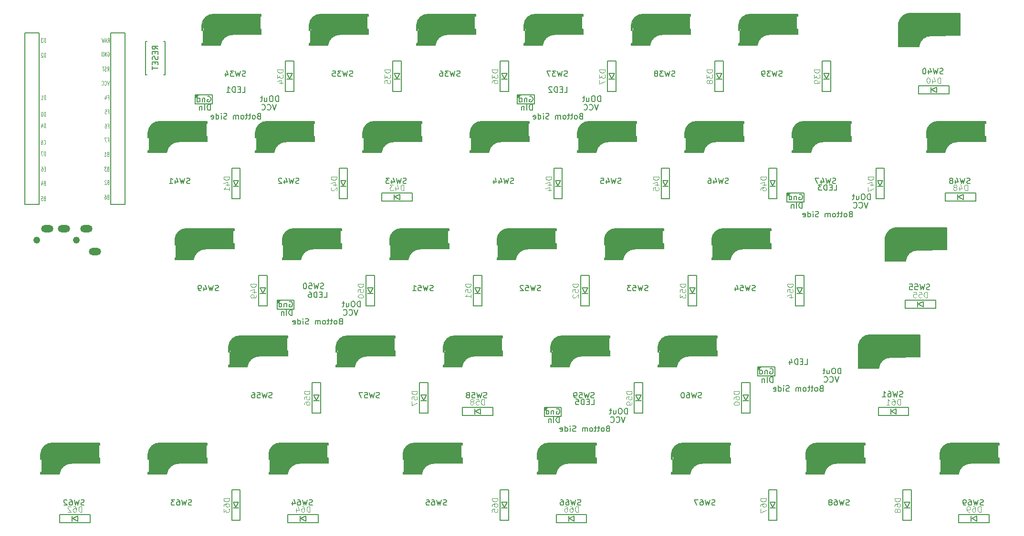
<source format=gbo>
G04 #@! TF.GenerationSoftware,KiCad,Pcbnew,7.0.7*
G04 #@! TF.CreationDate,2023-09-30T18:17:31+09:00*
G04 #@! TF.ProjectId,ind-assemble_R,696e642d-6173-4736-956d-626c655f522e,rev?*
G04 #@! TF.SameCoordinates,Original*
G04 #@! TF.FileFunction,Legend,Bot*
G04 #@! TF.FilePolarity,Positive*
%FSLAX46Y46*%
G04 Gerber Fmt 4.6, Leading zero omitted, Abs format (unit mm)*
G04 Created by KiCad (PCBNEW 7.0.7) date 2023-09-30 18:17:31*
%MOMM*%
%LPD*%
G01*
G04 APERTURE LIST*
%ADD10C,0.125000*%
%ADD11C,0.150000*%
%ADD12C,0.300000*%
%ADD13C,0.500000*%
%ADD14C,0.800000*%
%ADD15C,3.000000*%
%ADD16C,3.500000*%
%ADD17C,1.000000*%
%ADD18C,0.400000*%
%ADD19C,0.200000*%
%ADD20C,0.100000*%
%ADD21C,1.210000*%
%ADD22O,2.200000X1.300000*%
G04 APERTURE END LIST*
D10*
X196476785Y-46451119D02*
X196476785Y-45451119D01*
X196476785Y-45451119D02*
X196238690Y-45451119D01*
X196238690Y-45451119D02*
X196095833Y-45498738D01*
X196095833Y-45498738D02*
X196000595Y-45593976D01*
X196000595Y-45593976D02*
X195952976Y-45689214D01*
X195952976Y-45689214D02*
X195905357Y-45879690D01*
X195905357Y-45879690D02*
X195905357Y-46022547D01*
X195905357Y-46022547D02*
X195952976Y-46213023D01*
X195952976Y-46213023D02*
X196000595Y-46308261D01*
X196000595Y-46308261D02*
X196095833Y-46403500D01*
X196095833Y-46403500D02*
X196238690Y-46451119D01*
X196238690Y-46451119D02*
X196476785Y-46451119D01*
X195048214Y-45784452D02*
X195048214Y-46451119D01*
X195286309Y-45403500D02*
X195524404Y-46117785D01*
X195524404Y-46117785D02*
X194905357Y-46117785D01*
X194333928Y-45451119D02*
X194238690Y-45451119D01*
X194238690Y-45451119D02*
X194143452Y-45498738D01*
X194143452Y-45498738D02*
X194095833Y-45546357D01*
X194095833Y-45546357D02*
X194048214Y-45641595D01*
X194048214Y-45641595D02*
X194000595Y-45832071D01*
X194000595Y-45832071D02*
X194000595Y-46070166D01*
X194000595Y-46070166D02*
X194048214Y-46260642D01*
X194048214Y-46260642D02*
X194095833Y-46355880D01*
X194095833Y-46355880D02*
X194143452Y-46403500D01*
X194143452Y-46403500D02*
X194238690Y-46451119D01*
X194238690Y-46451119D02*
X194333928Y-46451119D01*
X194333928Y-46451119D02*
X194429166Y-46403500D01*
X194429166Y-46403500D02*
X194476785Y-46355880D01*
X194476785Y-46355880D02*
X194524404Y-46260642D01*
X194524404Y-46260642D02*
X194572023Y-46070166D01*
X194572023Y-46070166D02*
X194572023Y-45832071D01*
X194572023Y-45832071D02*
X194524404Y-45641595D01*
X194524404Y-45641595D02*
X194476785Y-45546357D01*
X194476785Y-45546357D02*
X194429166Y-45498738D01*
X194429166Y-45498738D02*
X194333928Y-45451119D01*
D11*
X111203273Y-45205950D02*
X111060416Y-45253569D01*
X111060416Y-45253569D02*
X110822321Y-45253569D01*
X110822321Y-45253569D02*
X110727083Y-45205950D01*
X110727083Y-45205950D02*
X110679464Y-45158330D01*
X110679464Y-45158330D02*
X110631845Y-45063092D01*
X110631845Y-45063092D02*
X110631845Y-44967854D01*
X110631845Y-44967854D02*
X110679464Y-44872616D01*
X110679464Y-44872616D02*
X110727083Y-44824997D01*
X110727083Y-44824997D02*
X110822321Y-44777378D01*
X110822321Y-44777378D02*
X111012797Y-44729759D01*
X111012797Y-44729759D02*
X111108035Y-44682140D01*
X111108035Y-44682140D02*
X111155654Y-44634521D01*
X111155654Y-44634521D02*
X111203273Y-44539283D01*
X111203273Y-44539283D02*
X111203273Y-44444045D01*
X111203273Y-44444045D02*
X111155654Y-44348807D01*
X111155654Y-44348807D02*
X111108035Y-44301188D01*
X111108035Y-44301188D02*
X111012797Y-44253569D01*
X111012797Y-44253569D02*
X110774702Y-44253569D01*
X110774702Y-44253569D02*
X110631845Y-44301188D01*
X110298511Y-44253569D02*
X110060416Y-45253569D01*
X110060416Y-45253569D02*
X109869940Y-44539283D01*
X109869940Y-44539283D02*
X109679464Y-45253569D01*
X109679464Y-45253569D02*
X109441369Y-44253569D01*
X109155654Y-44253569D02*
X108536607Y-44253569D01*
X108536607Y-44253569D02*
X108869940Y-44634521D01*
X108869940Y-44634521D02*
X108727083Y-44634521D01*
X108727083Y-44634521D02*
X108631845Y-44682140D01*
X108631845Y-44682140D02*
X108584226Y-44729759D01*
X108584226Y-44729759D02*
X108536607Y-44824997D01*
X108536607Y-44824997D02*
X108536607Y-45063092D01*
X108536607Y-45063092D02*
X108584226Y-45158330D01*
X108584226Y-45158330D02*
X108631845Y-45205950D01*
X108631845Y-45205950D02*
X108727083Y-45253569D01*
X108727083Y-45253569D02*
X109012797Y-45253569D01*
X109012797Y-45253569D02*
X109108035Y-45205950D01*
X109108035Y-45205950D02*
X109155654Y-45158330D01*
X107679464Y-44253569D02*
X107869940Y-44253569D01*
X107869940Y-44253569D02*
X107965178Y-44301188D01*
X107965178Y-44301188D02*
X108012797Y-44348807D01*
X108012797Y-44348807D02*
X108108035Y-44491664D01*
X108108035Y-44491664D02*
X108155654Y-44682140D01*
X108155654Y-44682140D02*
X108155654Y-45063092D01*
X108155654Y-45063092D02*
X108108035Y-45158330D01*
X108108035Y-45158330D02*
X108060416Y-45205950D01*
X108060416Y-45205950D02*
X107965178Y-45253569D01*
X107965178Y-45253569D02*
X107774702Y-45253569D01*
X107774702Y-45253569D02*
X107679464Y-45205950D01*
X107679464Y-45205950D02*
X107631845Y-45158330D01*
X107631845Y-45158330D02*
X107584226Y-45063092D01*
X107584226Y-45063092D02*
X107584226Y-44824997D01*
X107584226Y-44824997D02*
X107631845Y-44729759D01*
X107631845Y-44729759D02*
X107679464Y-44682140D01*
X107679464Y-44682140D02*
X107774702Y-44634521D01*
X107774702Y-44634521D02*
X107965178Y-44634521D01*
X107965178Y-44634521D02*
X108060416Y-44682140D01*
X108060416Y-44682140D02*
X108108035Y-44729759D01*
X108108035Y-44729759D02*
X108155654Y-44824997D01*
X108807023Y-121405950D02*
X108664166Y-121453569D01*
X108664166Y-121453569D02*
X108426071Y-121453569D01*
X108426071Y-121453569D02*
X108330833Y-121405950D01*
X108330833Y-121405950D02*
X108283214Y-121358330D01*
X108283214Y-121358330D02*
X108235595Y-121263092D01*
X108235595Y-121263092D02*
X108235595Y-121167854D01*
X108235595Y-121167854D02*
X108283214Y-121072616D01*
X108283214Y-121072616D02*
X108330833Y-121024997D01*
X108330833Y-121024997D02*
X108426071Y-120977378D01*
X108426071Y-120977378D02*
X108616547Y-120929759D01*
X108616547Y-120929759D02*
X108711785Y-120882140D01*
X108711785Y-120882140D02*
X108759404Y-120834521D01*
X108759404Y-120834521D02*
X108807023Y-120739283D01*
X108807023Y-120739283D02*
X108807023Y-120644045D01*
X108807023Y-120644045D02*
X108759404Y-120548807D01*
X108759404Y-120548807D02*
X108711785Y-120501188D01*
X108711785Y-120501188D02*
X108616547Y-120453569D01*
X108616547Y-120453569D02*
X108378452Y-120453569D01*
X108378452Y-120453569D02*
X108235595Y-120501188D01*
X107902261Y-120453569D02*
X107664166Y-121453569D01*
X107664166Y-121453569D02*
X107473690Y-120739283D01*
X107473690Y-120739283D02*
X107283214Y-121453569D01*
X107283214Y-121453569D02*
X107045119Y-120453569D01*
X106235595Y-120453569D02*
X106426071Y-120453569D01*
X106426071Y-120453569D02*
X106521309Y-120501188D01*
X106521309Y-120501188D02*
X106568928Y-120548807D01*
X106568928Y-120548807D02*
X106664166Y-120691664D01*
X106664166Y-120691664D02*
X106711785Y-120882140D01*
X106711785Y-120882140D02*
X106711785Y-121263092D01*
X106711785Y-121263092D02*
X106664166Y-121358330D01*
X106664166Y-121358330D02*
X106616547Y-121405950D01*
X106616547Y-121405950D02*
X106521309Y-121453569D01*
X106521309Y-121453569D02*
X106330833Y-121453569D01*
X106330833Y-121453569D02*
X106235595Y-121405950D01*
X106235595Y-121405950D02*
X106187976Y-121358330D01*
X106187976Y-121358330D02*
X106140357Y-121263092D01*
X106140357Y-121263092D02*
X106140357Y-121024997D01*
X106140357Y-121024997D02*
X106187976Y-120929759D01*
X106187976Y-120929759D02*
X106235595Y-120882140D01*
X106235595Y-120882140D02*
X106330833Y-120834521D01*
X106330833Y-120834521D02*
X106521309Y-120834521D01*
X106521309Y-120834521D02*
X106616547Y-120882140D01*
X106616547Y-120882140D02*
X106664166Y-120929759D01*
X106664166Y-120929759D02*
X106711785Y-121024997D01*
X105235595Y-120453569D02*
X105711785Y-120453569D01*
X105711785Y-120453569D02*
X105759404Y-120929759D01*
X105759404Y-120929759D02*
X105711785Y-120882140D01*
X105711785Y-120882140D02*
X105616547Y-120834521D01*
X105616547Y-120834521D02*
X105378452Y-120834521D01*
X105378452Y-120834521D02*
X105283214Y-120882140D01*
X105283214Y-120882140D02*
X105235595Y-120929759D01*
X105235595Y-120929759D02*
X105187976Y-121024997D01*
X105187976Y-121024997D02*
X105187976Y-121263092D01*
X105187976Y-121263092D02*
X105235595Y-121358330D01*
X105235595Y-121358330D02*
X105283214Y-121405950D01*
X105283214Y-121405950D02*
X105378452Y-121453569D01*
X105378452Y-121453569D02*
X105616547Y-121453569D01*
X105616547Y-121453569D02*
X105711785Y-121405950D01*
X105711785Y-121405950D02*
X105759404Y-121358330D01*
X73118273Y-45205950D02*
X72975416Y-45253569D01*
X72975416Y-45253569D02*
X72737321Y-45253569D01*
X72737321Y-45253569D02*
X72642083Y-45205950D01*
X72642083Y-45205950D02*
X72594464Y-45158330D01*
X72594464Y-45158330D02*
X72546845Y-45063092D01*
X72546845Y-45063092D02*
X72546845Y-44967854D01*
X72546845Y-44967854D02*
X72594464Y-44872616D01*
X72594464Y-44872616D02*
X72642083Y-44824997D01*
X72642083Y-44824997D02*
X72737321Y-44777378D01*
X72737321Y-44777378D02*
X72927797Y-44729759D01*
X72927797Y-44729759D02*
X73023035Y-44682140D01*
X73023035Y-44682140D02*
X73070654Y-44634521D01*
X73070654Y-44634521D02*
X73118273Y-44539283D01*
X73118273Y-44539283D02*
X73118273Y-44444045D01*
X73118273Y-44444045D02*
X73070654Y-44348807D01*
X73070654Y-44348807D02*
X73023035Y-44301188D01*
X73023035Y-44301188D02*
X72927797Y-44253569D01*
X72927797Y-44253569D02*
X72689702Y-44253569D01*
X72689702Y-44253569D02*
X72546845Y-44301188D01*
X72213511Y-44253569D02*
X71975416Y-45253569D01*
X71975416Y-45253569D02*
X71784940Y-44539283D01*
X71784940Y-44539283D02*
X71594464Y-45253569D01*
X71594464Y-45253569D02*
X71356369Y-44253569D01*
X71070654Y-44253569D02*
X70451607Y-44253569D01*
X70451607Y-44253569D02*
X70784940Y-44634521D01*
X70784940Y-44634521D02*
X70642083Y-44634521D01*
X70642083Y-44634521D02*
X70546845Y-44682140D01*
X70546845Y-44682140D02*
X70499226Y-44729759D01*
X70499226Y-44729759D02*
X70451607Y-44824997D01*
X70451607Y-44824997D02*
X70451607Y-45063092D01*
X70451607Y-45063092D02*
X70499226Y-45158330D01*
X70499226Y-45158330D02*
X70546845Y-45205950D01*
X70546845Y-45205950D02*
X70642083Y-45253569D01*
X70642083Y-45253569D02*
X70927797Y-45253569D01*
X70927797Y-45253569D02*
X71023035Y-45205950D01*
X71023035Y-45205950D02*
X71070654Y-45158330D01*
X69594464Y-44586902D02*
X69594464Y-45253569D01*
X69832559Y-44205950D02*
X70070654Y-44920235D01*
X70070654Y-44920235D02*
X69451607Y-44920235D01*
X149318273Y-45205950D02*
X149175416Y-45253569D01*
X149175416Y-45253569D02*
X148937321Y-45253569D01*
X148937321Y-45253569D02*
X148842083Y-45205950D01*
X148842083Y-45205950D02*
X148794464Y-45158330D01*
X148794464Y-45158330D02*
X148746845Y-45063092D01*
X148746845Y-45063092D02*
X148746845Y-44967854D01*
X148746845Y-44967854D02*
X148794464Y-44872616D01*
X148794464Y-44872616D02*
X148842083Y-44824997D01*
X148842083Y-44824997D02*
X148937321Y-44777378D01*
X148937321Y-44777378D02*
X149127797Y-44729759D01*
X149127797Y-44729759D02*
X149223035Y-44682140D01*
X149223035Y-44682140D02*
X149270654Y-44634521D01*
X149270654Y-44634521D02*
X149318273Y-44539283D01*
X149318273Y-44539283D02*
X149318273Y-44444045D01*
X149318273Y-44444045D02*
X149270654Y-44348807D01*
X149270654Y-44348807D02*
X149223035Y-44301188D01*
X149223035Y-44301188D02*
X149127797Y-44253569D01*
X149127797Y-44253569D02*
X148889702Y-44253569D01*
X148889702Y-44253569D02*
X148746845Y-44301188D01*
X148413511Y-44253569D02*
X148175416Y-45253569D01*
X148175416Y-45253569D02*
X147984940Y-44539283D01*
X147984940Y-44539283D02*
X147794464Y-45253569D01*
X147794464Y-45253569D02*
X147556369Y-44253569D01*
X147270654Y-44253569D02*
X146651607Y-44253569D01*
X146651607Y-44253569D02*
X146984940Y-44634521D01*
X146984940Y-44634521D02*
X146842083Y-44634521D01*
X146842083Y-44634521D02*
X146746845Y-44682140D01*
X146746845Y-44682140D02*
X146699226Y-44729759D01*
X146699226Y-44729759D02*
X146651607Y-44824997D01*
X146651607Y-44824997D02*
X146651607Y-45063092D01*
X146651607Y-45063092D02*
X146699226Y-45158330D01*
X146699226Y-45158330D02*
X146746845Y-45205950D01*
X146746845Y-45205950D02*
X146842083Y-45253569D01*
X146842083Y-45253569D02*
X147127797Y-45253569D01*
X147127797Y-45253569D02*
X147223035Y-45205950D01*
X147223035Y-45205950D02*
X147270654Y-45158330D01*
X146080178Y-44682140D02*
X146175416Y-44634521D01*
X146175416Y-44634521D02*
X146223035Y-44586902D01*
X146223035Y-44586902D02*
X146270654Y-44491664D01*
X146270654Y-44491664D02*
X146270654Y-44444045D01*
X146270654Y-44444045D02*
X146223035Y-44348807D01*
X146223035Y-44348807D02*
X146175416Y-44301188D01*
X146175416Y-44301188D02*
X146080178Y-44253569D01*
X146080178Y-44253569D02*
X145889702Y-44253569D01*
X145889702Y-44253569D02*
X145794464Y-44301188D01*
X145794464Y-44301188D02*
X145746845Y-44348807D01*
X145746845Y-44348807D02*
X145699226Y-44444045D01*
X145699226Y-44444045D02*
X145699226Y-44491664D01*
X145699226Y-44491664D02*
X145746845Y-44586902D01*
X145746845Y-44586902D02*
X145794464Y-44634521D01*
X145794464Y-44634521D02*
X145889702Y-44682140D01*
X145889702Y-44682140D02*
X146080178Y-44682140D01*
X146080178Y-44682140D02*
X146175416Y-44729759D01*
X146175416Y-44729759D02*
X146223035Y-44777378D01*
X146223035Y-44777378D02*
X146270654Y-44872616D01*
X146270654Y-44872616D02*
X146270654Y-45063092D01*
X146270654Y-45063092D02*
X146223035Y-45158330D01*
X146223035Y-45158330D02*
X146175416Y-45205950D01*
X146175416Y-45205950D02*
X146080178Y-45253569D01*
X146080178Y-45253569D02*
X145889702Y-45253569D01*
X145889702Y-45253569D02*
X145794464Y-45205950D01*
X145794464Y-45205950D02*
X145746845Y-45158330D01*
X145746845Y-45158330D02*
X145699226Y-45063092D01*
X145699226Y-45063092D02*
X145699226Y-44872616D01*
X145699226Y-44872616D02*
X145746845Y-44777378D01*
X145746845Y-44777378D02*
X145794464Y-44729759D01*
X145794464Y-44729759D02*
X145889702Y-44682140D01*
D10*
X132183035Y-122651119D02*
X132183035Y-121651119D01*
X132183035Y-121651119D02*
X131944940Y-121651119D01*
X131944940Y-121651119D02*
X131802083Y-121698738D01*
X131802083Y-121698738D02*
X131706845Y-121793976D01*
X131706845Y-121793976D02*
X131659226Y-121889214D01*
X131659226Y-121889214D02*
X131611607Y-122079690D01*
X131611607Y-122079690D02*
X131611607Y-122222547D01*
X131611607Y-122222547D02*
X131659226Y-122413023D01*
X131659226Y-122413023D02*
X131706845Y-122508261D01*
X131706845Y-122508261D02*
X131802083Y-122603500D01*
X131802083Y-122603500D02*
X131944940Y-122651119D01*
X131944940Y-122651119D02*
X132183035Y-122651119D01*
X130754464Y-121651119D02*
X130944940Y-121651119D01*
X130944940Y-121651119D02*
X131040178Y-121698738D01*
X131040178Y-121698738D02*
X131087797Y-121746357D01*
X131087797Y-121746357D02*
X131183035Y-121889214D01*
X131183035Y-121889214D02*
X131230654Y-122079690D01*
X131230654Y-122079690D02*
X131230654Y-122460642D01*
X131230654Y-122460642D02*
X131183035Y-122555880D01*
X131183035Y-122555880D02*
X131135416Y-122603500D01*
X131135416Y-122603500D02*
X131040178Y-122651119D01*
X131040178Y-122651119D02*
X130849702Y-122651119D01*
X130849702Y-122651119D02*
X130754464Y-122603500D01*
X130754464Y-122603500D02*
X130706845Y-122555880D01*
X130706845Y-122555880D02*
X130659226Y-122460642D01*
X130659226Y-122460642D02*
X130659226Y-122222547D01*
X130659226Y-122222547D02*
X130706845Y-122127309D01*
X130706845Y-122127309D02*
X130754464Y-122079690D01*
X130754464Y-122079690D02*
X130849702Y-122032071D01*
X130849702Y-122032071D02*
X131040178Y-122032071D01*
X131040178Y-122032071D02*
X131135416Y-122079690D01*
X131135416Y-122079690D02*
X131183035Y-122127309D01*
X131183035Y-122127309D02*
X131230654Y-122222547D01*
X129802083Y-121651119D02*
X129992559Y-121651119D01*
X129992559Y-121651119D02*
X130087797Y-121698738D01*
X130087797Y-121698738D02*
X130135416Y-121746357D01*
X130135416Y-121746357D02*
X130230654Y-121889214D01*
X130230654Y-121889214D02*
X130278273Y-122079690D01*
X130278273Y-122079690D02*
X130278273Y-122460642D01*
X130278273Y-122460642D02*
X130230654Y-122555880D01*
X130230654Y-122555880D02*
X130183035Y-122603500D01*
X130183035Y-122603500D02*
X130087797Y-122651119D01*
X130087797Y-122651119D02*
X129897321Y-122651119D01*
X129897321Y-122651119D02*
X129802083Y-122603500D01*
X129802083Y-122603500D02*
X129754464Y-122555880D01*
X129754464Y-122555880D02*
X129706845Y-122460642D01*
X129706845Y-122460642D02*
X129706845Y-122222547D01*
X129706845Y-122222547D02*
X129754464Y-122127309D01*
X129754464Y-122127309D02*
X129802083Y-122079690D01*
X129802083Y-122079690D02*
X129897321Y-122032071D01*
X129897321Y-122032071D02*
X130087797Y-122032071D01*
X130087797Y-122032071D02*
X130183035Y-122079690D01*
X130183035Y-122079690D02*
X130230654Y-122127309D01*
X130230654Y-122127309D02*
X130278273Y-122222547D01*
X117888619Y-120229464D02*
X116888619Y-120229464D01*
X116888619Y-120229464D02*
X116888619Y-120467559D01*
X116888619Y-120467559D02*
X116936238Y-120610416D01*
X116936238Y-120610416D02*
X117031476Y-120705654D01*
X117031476Y-120705654D02*
X117126714Y-120753273D01*
X117126714Y-120753273D02*
X117317190Y-120800892D01*
X117317190Y-120800892D02*
X117460047Y-120800892D01*
X117460047Y-120800892D02*
X117650523Y-120753273D01*
X117650523Y-120753273D02*
X117745761Y-120705654D01*
X117745761Y-120705654D02*
X117841000Y-120610416D01*
X117841000Y-120610416D02*
X117888619Y-120467559D01*
X117888619Y-120467559D02*
X117888619Y-120229464D01*
X116888619Y-121658035D02*
X116888619Y-121467559D01*
X116888619Y-121467559D02*
X116936238Y-121372321D01*
X116936238Y-121372321D02*
X116983857Y-121324702D01*
X116983857Y-121324702D02*
X117126714Y-121229464D01*
X117126714Y-121229464D02*
X117317190Y-121181845D01*
X117317190Y-121181845D02*
X117698142Y-121181845D01*
X117698142Y-121181845D02*
X117793380Y-121229464D01*
X117793380Y-121229464D02*
X117841000Y-121277083D01*
X117841000Y-121277083D02*
X117888619Y-121372321D01*
X117888619Y-121372321D02*
X117888619Y-121562797D01*
X117888619Y-121562797D02*
X117841000Y-121658035D01*
X117841000Y-121658035D02*
X117793380Y-121705654D01*
X117793380Y-121705654D02*
X117698142Y-121753273D01*
X117698142Y-121753273D02*
X117460047Y-121753273D01*
X117460047Y-121753273D02*
X117364809Y-121705654D01*
X117364809Y-121705654D02*
X117317190Y-121658035D01*
X117317190Y-121658035D02*
X117269571Y-121562797D01*
X117269571Y-121562797D02*
X117269571Y-121372321D01*
X117269571Y-121372321D02*
X117317190Y-121277083D01*
X117317190Y-121277083D02*
X117364809Y-121229464D01*
X117364809Y-121229464D02*
X117460047Y-121181845D01*
X116888619Y-122658035D02*
X116888619Y-122181845D01*
X116888619Y-122181845D02*
X117364809Y-122134226D01*
X117364809Y-122134226D02*
X117317190Y-122181845D01*
X117317190Y-122181845D02*
X117269571Y-122277083D01*
X117269571Y-122277083D02*
X117269571Y-122515178D01*
X117269571Y-122515178D02*
X117317190Y-122610416D01*
X117317190Y-122610416D02*
X117364809Y-122658035D01*
X117364809Y-122658035D02*
X117460047Y-122705654D01*
X117460047Y-122705654D02*
X117698142Y-122705654D01*
X117698142Y-122705654D02*
X117793380Y-122658035D01*
X117793380Y-122658035D02*
X117841000Y-122610416D01*
X117841000Y-122610416D02*
X117888619Y-122515178D01*
X117888619Y-122515178D02*
X117888619Y-122277083D01*
X117888619Y-122277083D02*
X117841000Y-122181845D01*
X117841000Y-122181845D02*
X117793380Y-122134226D01*
D11*
X101663273Y-64255950D02*
X101520416Y-64303569D01*
X101520416Y-64303569D02*
X101282321Y-64303569D01*
X101282321Y-64303569D02*
X101187083Y-64255950D01*
X101187083Y-64255950D02*
X101139464Y-64208330D01*
X101139464Y-64208330D02*
X101091845Y-64113092D01*
X101091845Y-64113092D02*
X101091845Y-64017854D01*
X101091845Y-64017854D02*
X101139464Y-63922616D01*
X101139464Y-63922616D02*
X101187083Y-63874997D01*
X101187083Y-63874997D02*
X101282321Y-63827378D01*
X101282321Y-63827378D02*
X101472797Y-63779759D01*
X101472797Y-63779759D02*
X101568035Y-63732140D01*
X101568035Y-63732140D02*
X101615654Y-63684521D01*
X101615654Y-63684521D02*
X101663273Y-63589283D01*
X101663273Y-63589283D02*
X101663273Y-63494045D01*
X101663273Y-63494045D02*
X101615654Y-63398807D01*
X101615654Y-63398807D02*
X101568035Y-63351188D01*
X101568035Y-63351188D02*
X101472797Y-63303569D01*
X101472797Y-63303569D02*
X101234702Y-63303569D01*
X101234702Y-63303569D02*
X101091845Y-63351188D01*
X100758511Y-63303569D02*
X100520416Y-64303569D01*
X100520416Y-64303569D02*
X100329940Y-63589283D01*
X100329940Y-63589283D02*
X100139464Y-64303569D01*
X100139464Y-64303569D02*
X99901369Y-63303569D01*
X99091845Y-63636902D02*
X99091845Y-64303569D01*
X99329940Y-63255950D02*
X99568035Y-63970235D01*
X99568035Y-63970235D02*
X98948988Y-63970235D01*
X98663273Y-63303569D02*
X98044226Y-63303569D01*
X98044226Y-63303569D02*
X98377559Y-63684521D01*
X98377559Y-63684521D02*
X98234702Y-63684521D01*
X98234702Y-63684521D02*
X98139464Y-63732140D01*
X98139464Y-63732140D02*
X98091845Y-63779759D01*
X98091845Y-63779759D02*
X98044226Y-63874997D01*
X98044226Y-63874997D02*
X98044226Y-64113092D01*
X98044226Y-64113092D02*
X98091845Y-64208330D01*
X98091845Y-64208330D02*
X98139464Y-64255950D01*
X98139464Y-64255950D02*
X98234702Y-64303569D01*
X98234702Y-64303569D02*
X98520416Y-64303569D01*
X98520416Y-64303569D02*
X98615654Y-64255950D01*
X98615654Y-64255950D02*
X98663273Y-64208330D01*
D10*
X70263619Y-120229464D02*
X69263619Y-120229464D01*
X69263619Y-120229464D02*
X69263619Y-120467559D01*
X69263619Y-120467559D02*
X69311238Y-120610416D01*
X69311238Y-120610416D02*
X69406476Y-120705654D01*
X69406476Y-120705654D02*
X69501714Y-120753273D01*
X69501714Y-120753273D02*
X69692190Y-120800892D01*
X69692190Y-120800892D02*
X69835047Y-120800892D01*
X69835047Y-120800892D02*
X70025523Y-120753273D01*
X70025523Y-120753273D02*
X70120761Y-120705654D01*
X70120761Y-120705654D02*
X70216000Y-120610416D01*
X70216000Y-120610416D02*
X70263619Y-120467559D01*
X70263619Y-120467559D02*
X70263619Y-120229464D01*
X69263619Y-121658035D02*
X69263619Y-121467559D01*
X69263619Y-121467559D02*
X69311238Y-121372321D01*
X69311238Y-121372321D02*
X69358857Y-121324702D01*
X69358857Y-121324702D02*
X69501714Y-121229464D01*
X69501714Y-121229464D02*
X69692190Y-121181845D01*
X69692190Y-121181845D02*
X70073142Y-121181845D01*
X70073142Y-121181845D02*
X70168380Y-121229464D01*
X70168380Y-121229464D02*
X70216000Y-121277083D01*
X70216000Y-121277083D02*
X70263619Y-121372321D01*
X70263619Y-121372321D02*
X70263619Y-121562797D01*
X70263619Y-121562797D02*
X70216000Y-121658035D01*
X70216000Y-121658035D02*
X70168380Y-121705654D01*
X70168380Y-121705654D02*
X70073142Y-121753273D01*
X70073142Y-121753273D02*
X69835047Y-121753273D01*
X69835047Y-121753273D02*
X69739809Y-121705654D01*
X69739809Y-121705654D02*
X69692190Y-121658035D01*
X69692190Y-121658035D02*
X69644571Y-121562797D01*
X69644571Y-121562797D02*
X69644571Y-121372321D01*
X69644571Y-121372321D02*
X69692190Y-121277083D01*
X69692190Y-121277083D02*
X69739809Y-121229464D01*
X69739809Y-121229464D02*
X69835047Y-121181845D01*
X69263619Y-122086607D02*
X69263619Y-122705654D01*
X69263619Y-122705654D02*
X69644571Y-122372321D01*
X69644571Y-122372321D02*
X69644571Y-122515178D01*
X69644571Y-122515178D02*
X69692190Y-122610416D01*
X69692190Y-122610416D02*
X69739809Y-122658035D01*
X69739809Y-122658035D02*
X69835047Y-122705654D01*
X69835047Y-122705654D02*
X70073142Y-122705654D01*
X70073142Y-122705654D02*
X70168380Y-122658035D01*
X70168380Y-122658035D02*
X70216000Y-122610416D01*
X70216000Y-122610416D02*
X70263619Y-122515178D01*
X70263619Y-122515178D02*
X70263619Y-122229464D01*
X70263619Y-122229464D02*
X70216000Y-122134226D01*
X70216000Y-122134226D02*
X70168380Y-122086607D01*
X44076785Y-122651119D02*
X44076785Y-121651119D01*
X44076785Y-121651119D02*
X43838690Y-121651119D01*
X43838690Y-121651119D02*
X43695833Y-121698738D01*
X43695833Y-121698738D02*
X43600595Y-121793976D01*
X43600595Y-121793976D02*
X43552976Y-121889214D01*
X43552976Y-121889214D02*
X43505357Y-122079690D01*
X43505357Y-122079690D02*
X43505357Y-122222547D01*
X43505357Y-122222547D02*
X43552976Y-122413023D01*
X43552976Y-122413023D02*
X43600595Y-122508261D01*
X43600595Y-122508261D02*
X43695833Y-122603500D01*
X43695833Y-122603500D02*
X43838690Y-122651119D01*
X43838690Y-122651119D02*
X44076785Y-122651119D01*
X42648214Y-121651119D02*
X42838690Y-121651119D01*
X42838690Y-121651119D02*
X42933928Y-121698738D01*
X42933928Y-121698738D02*
X42981547Y-121746357D01*
X42981547Y-121746357D02*
X43076785Y-121889214D01*
X43076785Y-121889214D02*
X43124404Y-122079690D01*
X43124404Y-122079690D02*
X43124404Y-122460642D01*
X43124404Y-122460642D02*
X43076785Y-122555880D01*
X43076785Y-122555880D02*
X43029166Y-122603500D01*
X43029166Y-122603500D02*
X42933928Y-122651119D01*
X42933928Y-122651119D02*
X42743452Y-122651119D01*
X42743452Y-122651119D02*
X42648214Y-122603500D01*
X42648214Y-122603500D02*
X42600595Y-122555880D01*
X42600595Y-122555880D02*
X42552976Y-122460642D01*
X42552976Y-122460642D02*
X42552976Y-122222547D01*
X42552976Y-122222547D02*
X42600595Y-122127309D01*
X42600595Y-122127309D02*
X42648214Y-122079690D01*
X42648214Y-122079690D02*
X42743452Y-122032071D01*
X42743452Y-122032071D02*
X42933928Y-122032071D01*
X42933928Y-122032071D02*
X43029166Y-122079690D01*
X43029166Y-122079690D02*
X43076785Y-122127309D01*
X43076785Y-122127309D02*
X43124404Y-122222547D01*
X42172023Y-121746357D02*
X42124404Y-121698738D01*
X42124404Y-121698738D02*
X42029166Y-121651119D01*
X42029166Y-121651119D02*
X41791071Y-121651119D01*
X41791071Y-121651119D02*
X41695833Y-121698738D01*
X41695833Y-121698738D02*
X41648214Y-121746357D01*
X41648214Y-121746357D02*
X41600595Y-121841595D01*
X41600595Y-121841595D02*
X41600595Y-121936833D01*
X41600595Y-121936833D02*
X41648214Y-122079690D01*
X41648214Y-122079690D02*
X42219642Y-122651119D01*
X42219642Y-122651119D02*
X41600595Y-122651119D01*
X165513619Y-120229464D02*
X164513619Y-120229464D01*
X164513619Y-120229464D02*
X164513619Y-120467559D01*
X164513619Y-120467559D02*
X164561238Y-120610416D01*
X164561238Y-120610416D02*
X164656476Y-120705654D01*
X164656476Y-120705654D02*
X164751714Y-120753273D01*
X164751714Y-120753273D02*
X164942190Y-120800892D01*
X164942190Y-120800892D02*
X165085047Y-120800892D01*
X165085047Y-120800892D02*
X165275523Y-120753273D01*
X165275523Y-120753273D02*
X165370761Y-120705654D01*
X165370761Y-120705654D02*
X165466000Y-120610416D01*
X165466000Y-120610416D02*
X165513619Y-120467559D01*
X165513619Y-120467559D02*
X165513619Y-120229464D01*
X164513619Y-121658035D02*
X164513619Y-121467559D01*
X164513619Y-121467559D02*
X164561238Y-121372321D01*
X164561238Y-121372321D02*
X164608857Y-121324702D01*
X164608857Y-121324702D02*
X164751714Y-121229464D01*
X164751714Y-121229464D02*
X164942190Y-121181845D01*
X164942190Y-121181845D02*
X165323142Y-121181845D01*
X165323142Y-121181845D02*
X165418380Y-121229464D01*
X165418380Y-121229464D02*
X165466000Y-121277083D01*
X165466000Y-121277083D02*
X165513619Y-121372321D01*
X165513619Y-121372321D02*
X165513619Y-121562797D01*
X165513619Y-121562797D02*
X165466000Y-121658035D01*
X165466000Y-121658035D02*
X165418380Y-121705654D01*
X165418380Y-121705654D02*
X165323142Y-121753273D01*
X165323142Y-121753273D02*
X165085047Y-121753273D01*
X165085047Y-121753273D02*
X164989809Y-121705654D01*
X164989809Y-121705654D02*
X164942190Y-121658035D01*
X164942190Y-121658035D02*
X164894571Y-121562797D01*
X164894571Y-121562797D02*
X164894571Y-121372321D01*
X164894571Y-121372321D02*
X164942190Y-121277083D01*
X164942190Y-121277083D02*
X164989809Y-121229464D01*
X164989809Y-121229464D02*
X165085047Y-121181845D01*
X164513619Y-122086607D02*
X164513619Y-122753273D01*
X164513619Y-122753273D02*
X165513619Y-122324702D01*
X155988619Y-44029464D02*
X154988619Y-44029464D01*
X154988619Y-44029464D02*
X154988619Y-44267559D01*
X154988619Y-44267559D02*
X155036238Y-44410416D01*
X155036238Y-44410416D02*
X155131476Y-44505654D01*
X155131476Y-44505654D02*
X155226714Y-44553273D01*
X155226714Y-44553273D02*
X155417190Y-44600892D01*
X155417190Y-44600892D02*
X155560047Y-44600892D01*
X155560047Y-44600892D02*
X155750523Y-44553273D01*
X155750523Y-44553273D02*
X155845761Y-44505654D01*
X155845761Y-44505654D02*
X155941000Y-44410416D01*
X155941000Y-44410416D02*
X155988619Y-44267559D01*
X155988619Y-44267559D02*
X155988619Y-44029464D01*
X154988619Y-44934226D02*
X154988619Y-45553273D01*
X154988619Y-45553273D02*
X155369571Y-45219940D01*
X155369571Y-45219940D02*
X155369571Y-45362797D01*
X155369571Y-45362797D02*
X155417190Y-45458035D01*
X155417190Y-45458035D02*
X155464809Y-45505654D01*
X155464809Y-45505654D02*
X155560047Y-45553273D01*
X155560047Y-45553273D02*
X155798142Y-45553273D01*
X155798142Y-45553273D02*
X155893380Y-45505654D01*
X155893380Y-45505654D02*
X155941000Y-45458035D01*
X155941000Y-45458035D02*
X155988619Y-45362797D01*
X155988619Y-45362797D02*
X155988619Y-45077083D01*
X155988619Y-45077083D02*
X155941000Y-44981845D01*
X155941000Y-44981845D02*
X155893380Y-44934226D01*
X155417190Y-46124702D02*
X155369571Y-46029464D01*
X155369571Y-46029464D02*
X155321952Y-45981845D01*
X155321952Y-45981845D02*
X155226714Y-45934226D01*
X155226714Y-45934226D02*
X155179095Y-45934226D01*
X155179095Y-45934226D02*
X155083857Y-45981845D01*
X155083857Y-45981845D02*
X155036238Y-46029464D01*
X155036238Y-46029464D02*
X154988619Y-46124702D01*
X154988619Y-46124702D02*
X154988619Y-46315178D01*
X154988619Y-46315178D02*
X155036238Y-46410416D01*
X155036238Y-46410416D02*
X155083857Y-46458035D01*
X155083857Y-46458035D02*
X155179095Y-46505654D01*
X155179095Y-46505654D02*
X155226714Y-46505654D01*
X155226714Y-46505654D02*
X155321952Y-46458035D01*
X155321952Y-46458035D02*
X155369571Y-46410416D01*
X155369571Y-46410416D02*
X155417190Y-46315178D01*
X155417190Y-46315178D02*
X155417190Y-46124702D01*
X155417190Y-46124702D02*
X155464809Y-46029464D01*
X155464809Y-46029464D02*
X155512428Y-45981845D01*
X155512428Y-45981845D02*
X155607666Y-45934226D01*
X155607666Y-45934226D02*
X155798142Y-45934226D01*
X155798142Y-45934226D02*
X155893380Y-45981845D01*
X155893380Y-45981845D02*
X155941000Y-46029464D01*
X155941000Y-46029464D02*
X155988619Y-46124702D01*
X155988619Y-46124702D02*
X155988619Y-46315178D01*
X155988619Y-46315178D02*
X155941000Y-46410416D01*
X155941000Y-46410416D02*
X155893380Y-46458035D01*
X155893380Y-46458035D02*
X155798142Y-46505654D01*
X155798142Y-46505654D02*
X155607666Y-46505654D01*
X155607666Y-46505654D02*
X155512428Y-46458035D01*
X155512428Y-46458035D02*
X155464809Y-46410416D01*
X155464809Y-46410416D02*
X155417190Y-46315178D01*
X160751119Y-101179464D02*
X159751119Y-101179464D01*
X159751119Y-101179464D02*
X159751119Y-101417559D01*
X159751119Y-101417559D02*
X159798738Y-101560416D01*
X159798738Y-101560416D02*
X159893976Y-101655654D01*
X159893976Y-101655654D02*
X159989214Y-101703273D01*
X159989214Y-101703273D02*
X160179690Y-101750892D01*
X160179690Y-101750892D02*
X160322547Y-101750892D01*
X160322547Y-101750892D02*
X160513023Y-101703273D01*
X160513023Y-101703273D02*
X160608261Y-101655654D01*
X160608261Y-101655654D02*
X160703500Y-101560416D01*
X160703500Y-101560416D02*
X160751119Y-101417559D01*
X160751119Y-101417559D02*
X160751119Y-101179464D01*
X159751119Y-102608035D02*
X159751119Y-102417559D01*
X159751119Y-102417559D02*
X159798738Y-102322321D01*
X159798738Y-102322321D02*
X159846357Y-102274702D01*
X159846357Y-102274702D02*
X159989214Y-102179464D01*
X159989214Y-102179464D02*
X160179690Y-102131845D01*
X160179690Y-102131845D02*
X160560642Y-102131845D01*
X160560642Y-102131845D02*
X160655880Y-102179464D01*
X160655880Y-102179464D02*
X160703500Y-102227083D01*
X160703500Y-102227083D02*
X160751119Y-102322321D01*
X160751119Y-102322321D02*
X160751119Y-102512797D01*
X160751119Y-102512797D02*
X160703500Y-102608035D01*
X160703500Y-102608035D02*
X160655880Y-102655654D01*
X160655880Y-102655654D02*
X160560642Y-102703273D01*
X160560642Y-102703273D02*
X160322547Y-102703273D01*
X160322547Y-102703273D02*
X160227309Y-102655654D01*
X160227309Y-102655654D02*
X160179690Y-102608035D01*
X160179690Y-102608035D02*
X160132071Y-102512797D01*
X160132071Y-102512797D02*
X160132071Y-102322321D01*
X160132071Y-102322321D02*
X160179690Y-102227083D01*
X160179690Y-102227083D02*
X160227309Y-102179464D01*
X160227309Y-102179464D02*
X160322547Y-102131845D01*
X159751119Y-103322321D02*
X159751119Y-103417559D01*
X159751119Y-103417559D02*
X159798738Y-103512797D01*
X159798738Y-103512797D02*
X159846357Y-103560416D01*
X159846357Y-103560416D02*
X159941595Y-103608035D01*
X159941595Y-103608035D02*
X160132071Y-103655654D01*
X160132071Y-103655654D02*
X160370166Y-103655654D01*
X160370166Y-103655654D02*
X160560642Y-103608035D01*
X160560642Y-103608035D02*
X160655880Y-103560416D01*
X160655880Y-103560416D02*
X160703500Y-103512797D01*
X160703500Y-103512797D02*
X160751119Y-103417559D01*
X160751119Y-103417559D02*
X160751119Y-103322321D01*
X160751119Y-103322321D02*
X160703500Y-103227083D01*
X160703500Y-103227083D02*
X160655880Y-103179464D01*
X160655880Y-103179464D02*
X160560642Y-103131845D01*
X160560642Y-103131845D02*
X160370166Y-103084226D01*
X160370166Y-103084226D02*
X160132071Y-103084226D01*
X160132071Y-103084226D02*
X159941595Y-103131845D01*
X159941595Y-103131845D02*
X159846357Y-103179464D01*
X159846357Y-103179464D02*
X159798738Y-103227083D01*
X159798738Y-103227083D02*
X159751119Y-103322321D01*
D11*
X163575773Y-83305950D02*
X163432916Y-83353569D01*
X163432916Y-83353569D02*
X163194821Y-83353569D01*
X163194821Y-83353569D02*
X163099583Y-83305950D01*
X163099583Y-83305950D02*
X163051964Y-83258330D01*
X163051964Y-83258330D02*
X163004345Y-83163092D01*
X163004345Y-83163092D02*
X163004345Y-83067854D01*
X163004345Y-83067854D02*
X163051964Y-82972616D01*
X163051964Y-82972616D02*
X163099583Y-82924997D01*
X163099583Y-82924997D02*
X163194821Y-82877378D01*
X163194821Y-82877378D02*
X163385297Y-82829759D01*
X163385297Y-82829759D02*
X163480535Y-82782140D01*
X163480535Y-82782140D02*
X163528154Y-82734521D01*
X163528154Y-82734521D02*
X163575773Y-82639283D01*
X163575773Y-82639283D02*
X163575773Y-82544045D01*
X163575773Y-82544045D02*
X163528154Y-82448807D01*
X163528154Y-82448807D02*
X163480535Y-82401188D01*
X163480535Y-82401188D02*
X163385297Y-82353569D01*
X163385297Y-82353569D02*
X163147202Y-82353569D01*
X163147202Y-82353569D02*
X163004345Y-82401188D01*
X162671011Y-82353569D02*
X162432916Y-83353569D01*
X162432916Y-83353569D02*
X162242440Y-82639283D01*
X162242440Y-82639283D02*
X162051964Y-83353569D01*
X162051964Y-83353569D02*
X161813869Y-82353569D01*
X160956726Y-82353569D02*
X161432916Y-82353569D01*
X161432916Y-82353569D02*
X161480535Y-82829759D01*
X161480535Y-82829759D02*
X161432916Y-82782140D01*
X161432916Y-82782140D02*
X161337678Y-82734521D01*
X161337678Y-82734521D02*
X161099583Y-82734521D01*
X161099583Y-82734521D02*
X161004345Y-82782140D01*
X161004345Y-82782140D02*
X160956726Y-82829759D01*
X160956726Y-82829759D02*
X160909107Y-82924997D01*
X160909107Y-82924997D02*
X160909107Y-83163092D01*
X160909107Y-83163092D02*
X160956726Y-83258330D01*
X160956726Y-83258330D02*
X161004345Y-83305950D01*
X161004345Y-83305950D02*
X161099583Y-83353569D01*
X161099583Y-83353569D02*
X161337678Y-83353569D01*
X161337678Y-83353569D02*
X161432916Y-83305950D01*
X161432916Y-83305950D02*
X161480535Y-83258330D01*
X160051964Y-82686902D02*
X160051964Y-83353569D01*
X160290059Y-82305950D02*
X160528154Y-83020235D01*
X160528154Y-83020235D02*
X159909107Y-83020235D01*
X177550297Y-65479819D02*
X178026487Y-65479819D01*
X178026487Y-65479819D02*
X178026487Y-64479819D01*
X177216963Y-64956009D02*
X176883630Y-64956009D01*
X176740773Y-65479819D02*
X177216963Y-65479819D01*
X177216963Y-65479819D02*
X177216963Y-64479819D01*
X177216963Y-64479819D02*
X176740773Y-64479819D01*
X176312201Y-65479819D02*
X176312201Y-64479819D01*
X176312201Y-64479819D02*
X176074106Y-64479819D01*
X176074106Y-64479819D02*
X175931249Y-64527438D01*
X175931249Y-64527438D02*
X175836011Y-64622676D01*
X175836011Y-64622676D02*
X175788392Y-64717914D01*
X175788392Y-64717914D02*
X175740773Y-64908390D01*
X175740773Y-64908390D02*
X175740773Y-65051247D01*
X175740773Y-65051247D02*
X175788392Y-65241723D01*
X175788392Y-65241723D02*
X175836011Y-65336961D01*
X175836011Y-65336961D02*
X175931249Y-65432200D01*
X175931249Y-65432200D02*
X176074106Y-65479819D01*
X176074106Y-65479819D02*
X176312201Y-65479819D01*
X175407439Y-64479819D02*
X174788392Y-64479819D01*
X174788392Y-64479819D02*
X175121725Y-64860771D01*
X175121725Y-64860771D02*
X174978868Y-64860771D01*
X174978868Y-64860771D02*
X174883630Y-64908390D01*
X174883630Y-64908390D02*
X174836011Y-64956009D01*
X174836011Y-64956009D02*
X174788392Y-65051247D01*
X174788392Y-65051247D02*
X174788392Y-65289342D01*
X174788392Y-65289342D02*
X174836011Y-65384580D01*
X174836011Y-65384580D02*
X174883630Y-65432200D01*
X174883630Y-65432200D02*
X174978868Y-65479819D01*
X174978868Y-65479819D02*
X175264582Y-65479819D01*
X175264582Y-65479819D02*
X175359820Y-65432200D01*
X175359820Y-65432200D02*
X175407439Y-65384580D01*
X183584582Y-67629819D02*
X183251249Y-68629819D01*
X183251249Y-68629819D02*
X182917916Y-67629819D01*
X182013154Y-68534580D02*
X182060773Y-68582200D01*
X182060773Y-68582200D02*
X182203630Y-68629819D01*
X182203630Y-68629819D02*
X182298868Y-68629819D01*
X182298868Y-68629819D02*
X182441725Y-68582200D01*
X182441725Y-68582200D02*
X182536963Y-68486961D01*
X182536963Y-68486961D02*
X182584582Y-68391723D01*
X182584582Y-68391723D02*
X182632201Y-68201247D01*
X182632201Y-68201247D02*
X182632201Y-68058390D01*
X182632201Y-68058390D02*
X182584582Y-67867914D01*
X182584582Y-67867914D02*
X182536963Y-67772676D01*
X182536963Y-67772676D02*
X182441725Y-67677438D01*
X182441725Y-67677438D02*
X182298868Y-67629819D01*
X182298868Y-67629819D02*
X182203630Y-67629819D01*
X182203630Y-67629819D02*
X182060773Y-67677438D01*
X182060773Y-67677438D02*
X182013154Y-67725057D01*
X181013154Y-68534580D02*
X181060773Y-68582200D01*
X181060773Y-68582200D02*
X181203630Y-68629819D01*
X181203630Y-68629819D02*
X181298868Y-68629819D01*
X181298868Y-68629819D02*
X181441725Y-68582200D01*
X181441725Y-68582200D02*
X181536963Y-68486961D01*
X181536963Y-68486961D02*
X181584582Y-68391723D01*
X181584582Y-68391723D02*
X181632201Y-68201247D01*
X181632201Y-68201247D02*
X181632201Y-68058390D01*
X181632201Y-68058390D02*
X181584582Y-67867914D01*
X181584582Y-67867914D02*
X181536963Y-67772676D01*
X181536963Y-67772676D02*
X181441725Y-67677438D01*
X181441725Y-67677438D02*
X181298868Y-67629819D01*
X181298868Y-67629819D02*
X181203630Y-67629819D01*
X181203630Y-67629819D02*
X181060773Y-67677438D01*
X181060773Y-67677438D02*
X181013154Y-67725057D01*
X183985059Y-67129819D02*
X183985059Y-66129819D01*
X183985059Y-66129819D02*
X183746964Y-66129819D01*
X183746964Y-66129819D02*
X183604107Y-66177438D01*
X183604107Y-66177438D02*
X183508869Y-66272676D01*
X183508869Y-66272676D02*
X183461250Y-66367914D01*
X183461250Y-66367914D02*
X183413631Y-66558390D01*
X183413631Y-66558390D02*
X183413631Y-66701247D01*
X183413631Y-66701247D02*
X183461250Y-66891723D01*
X183461250Y-66891723D02*
X183508869Y-66986961D01*
X183508869Y-66986961D02*
X183604107Y-67082200D01*
X183604107Y-67082200D02*
X183746964Y-67129819D01*
X183746964Y-67129819D02*
X183985059Y-67129819D01*
X182794583Y-66129819D02*
X182604107Y-66129819D01*
X182604107Y-66129819D02*
X182508869Y-66177438D01*
X182508869Y-66177438D02*
X182413631Y-66272676D01*
X182413631Y-66272676D02*
X182366012Y-66463152D01*
X182366012Y-66463152D02*
X182366012Y-66796485D01*
X182366012Y-66796485D02*
X182413631Y-66986961D01*
X182413631Y-66986961D02*
X182508869Y-67082200D01*
X182508869Y-67082200D02*
X182604107Y-67129819D01*
X182604107Y-67129819D02*
X182794583Y-67129819D01*
X182794583Y-67129819D02*
X182889821Y-67082200D01*
X182889821Y-67082200D02*
X182985059Y-66986961D01*
X182985059Y-66986961D02*
X183032678Y-66796485D01*
X183032678Y-66796485D02*
X183032678Y-66463152D01*
X183032678Y-66463152D02*
X182985059Y-66272676D01*
X182985059Y-66272676D02*
X182889821Y-66177438D01*
X182889821Y-66177438D02*
X182794583Y-66129819D01*
X181508869Y-66463152D02*
X181508869Y-67129819D01*
X181937440Y-66463152D02*
X181937440Y-66986961D01*
X181937440Y-66986961D02*
X181889821Y-67082200D01*
X181889821Y-67082200D02*
X181794583Y-67129819D01*
X181794583Y-67129819D02*
X181651726Y-67129819D01*
X181651726Y-67129819D02*
X181556488Y-67082200D01*
X181556488Y-67082200D02*
X181508869Y-67034580D01*
X181175535Y-66463152D02*
X180794583Y-66463152D01*
X181032678Y-66129819D02*
X181032678Y-66986961D01*
X181032678Y-66986961D02*
X180985059Y-67082200D01*
X180985059Y-67082200D02*
X180889821Y-67129819D01*
X180889821Y-67129819D02*
X180794583Y-67129819D01*
X171384107Y-66227438D02*
X171479345Y-66179819D01*
X171479345Y-66179819D02*
X171622202Y-66179819D01*
X171622202Y-66179819D02*
X171765059Y-66227438D01*
X171765059Y-66227438D02*
X171860297Y-66322676D01*
X171860297Y-66322676D02*
X171907916Y-66417914D01*
X171907916Y-66417914D02*
X171955535Y-66608390D01*
X171955535Y-66608390D02*
X171955535Y-66751247D01*
X171955535Y-66751247D02*
X171907916Y-66941723D01*
X171907916Y-66941723D02*
X171860297Y-67036961D01*
X171860297Y-67036961D02*
X171765059Y-67132200D01*
X171765059Y-67132200D02*
X171622202Y-67179819D01*
X171622202Y-67179819D02*
X171526964Y-67179819D01*
X171526964Y-67179819D02*
X171384107Y-67132200D01*
X171384107Y-67132200D02*
X171336488Y-67084580D01*
X171336488Y-67084580D02*
X171336488Y-66751247D01*
X171336488Y-66751247D02*
X171526964Y-66751247D01*
X170907916Y-66513152D02*
X170907916Y-67179819D01*
X170907916Y-66608390D02*
X170860297Y-66560771D01*
X170860297Y-66560771D02*
X170765059Y-66513152D01*
X170765059Y-66513152D02*
X170622202Y-66513152D01*
X170622202Y-66513152D02*
X170526964Y-66560771D01*
X170526964Y-66560771D02*
X170479345Y-66656009D01*
X170479345Y-66656009D02*
X170479345Y-67179819D01*
X169574583Y-67179819D02*
X169574583Y-66179819D01*
X169574583Y-67132200D02*
X169669821Y-67179819D01*
X169669821Y-67179819D02*
X169860297Y-67179819D01*
X169860297Y-67179819D02*
X169955535Y-67132200D01*
X169955535Y-67132200D02*
X170003154Y-67084580D01*
X170003154Y-67084580D02*
X170050773Y-66989342D01*
X170050773Y-66989342D02*
X170050773Y-66703628D01*
X170050773Y-66703628D02*
X170003154Y-66608390D01*
X170003154Y-66608390D02*
X169955535Y-66560771D01*
X169955535Y-66560771D02*
X169860297Y-66513152D01*
X169860297Y-66513152D02*
X169669821Y-66513152D01*
X169669821Y-66513152D02*
X169574583Y-66560771D01*
X171893630Y-68669819D02*
X171893630Y-67669819D01*
X171893630Y-67669819D02*
X171655535Y-67669819D01*
X171655535Y-67669819D02*
X171512678Y-67717438D01*
X171512678Y-67717438D02*
X171417440Y-67812676D01*
X171417440Y-67812676D02*
X171369821Y-67907914D01*
X171369821Y-67907914D02*
X171322202Y-68098390D01*
X171322202Y-68098390D02*
X171322202Y-68241247D01*
X171322202Y-68241247D02*
X171369821Y-68431723D01*
X171369821Y-68431723D02*
X171417440Y-68526961D01*
X171417440Y-68526961D02*
X171512678Y-68622200D01*
X171512678Y-68622200D02*
X171655535Y-68669819D01*
X171655535Y-68669819D02*
X171893630Y-68669819D01*
X170893630Y-68669819D02*
X170893630Y-67669819D01*
X170417440Y-68003152D02*
X170417440Y-68669819D01*
X170417440Y-68098390D02*
X170369821Y-68050771D01*
X170369821Y-68050771D02*
X170274583Y-68003152D01*
X170274583Y-68003152D02*
X170131726Y-68003152D01*
X170131726Y-68003152D02*
X170036488Y-68050771D01*
X170036488Y-68050771D02*
X169988869Y-68146009D01*
X169988869Y-68146009D02*
X169988869Y-68669819D01*
X180478869Y-69706009D02*
X180336012Y-69753628D01*
X180336012Y-69753628D02*
X180288393Y-69801247D01*
X180288393Y-69801247D02*
X180240774Y-69896485D01*
X180240774Y-69896485D02*
X180240774Y-70039342D01*
X180240774Y-70039342D02*
X180288393Y-70134580D01*
X180288393Y-70134580D02*
X180336012Y-70182200D01*
X180336012Y-70182200D02*
X180431250Y-70229819D01*
X180431250Y-70229819D02*
X180812202Y-70229819D01*
X180812202Y-70229819D02*
X180812202Y-69229819D01*
X180812202Y-69229819D02*
X180478869Y-69229819D01*
X180478869Y-69229819D02*
X180383631Y-69277438D01*
X180383631Y-69277438D02*
X180336012Y-69325057D01*
X180336012Y-69325057D02*
X180288393Y-69420295D01*
X180288393Y-69420295D02*
X180288393Y-69515533D01*
X180288393Y-69515533D02*
X180336012Y-69610771D01*
X180336012Y-69610771D02*
X180383631Y-69658390D01*
X180383631Y-69658390D02*
X180478869Y-69706009D01*
X180478869Y-69706009D02*
X180812202Y-69706009D01*
X179669345Y-70229819D02*
X179764583Y-70182200D01*
X179764583Y-70182200D02*
X179812202Y-70134580D01*
X179812202Y-70134580D02*
X179859821Y-70039342D01*
X179859821Y-70039342D02*
X179859821Y-69753628D01*
X179859821Y-69753628D02*
X179812202Y-69658390D01*
X179812202Y-69658390D02*
X179764583Y-69610771D01*
X179764583Y-69610771D02*
X179669345Y-69563152D01*
X179669345Y-69563152D02*
X179526488Y-69563152D01*
X179526488Y-69563152D02*
X179431250Y-69610771D01*
X179431250Y-69610771D02*
X179383631Y-69658390D01*
X179383631Y-69658390D02*
X179336012Y-69753628D01*
X179336012Y-69753628D02*
X179336012Y-70039342D01*
X179336012Y-70039342D02*
X179383631Y-70134580D01*
X179383631Y-70134580D02*
X179431250Y-70182200D01*
X179431250Y-70182200D02*
X179526488Y-70229819D01*
X179526488Y-70229819D02*
X179669345Y-70229819D01*
X179050297Y-69563152D02*
X178669345Y-69563152D01*
X178907440Y-69229819D02*
X178907440Y-70086961D01*
X178907440Y-70086961D02*
X178859821Y-70182200D01*
X178859821Y-70182200D02*
X178764583Y-70229819D01*
X178764583Y-70229819D02*
X178669345Y-70229819D01*
X178478868Y-69563152D02*
X178097916Y-69563152D01*
X178336011Y-69229819D02*
X178336011Y-70086961D01*
X178336011Y-70086961D02*
X178288392Y-70182200D01*
X178288392Y-70182200D02*
X178193154Y-70229819D01*
X178193154Y-70229819D02*
X178097916Y-70229819D01*
X177621725Y-70229819D02*
X177716963Y-70182200D01*
X177716963Y-70182200D02*
X177764582Y-70134580D01*
X177764582Y-70134580D02*
X177812201Y-70039342D01*
X177812201Y-70039342D02*
X177812201Y-69753628D01*
X177812201Y-69753628D02*
X177764582Y-69658390D01*
X177764582Y-69658390D02*
X177716963Y-69610771D01*
X177716963Y-69610771D02*
X177621725Y-69563152D01*
X177621725Y-69563152D02*
X177478868Y-69563152D01*
X177478868Y-69563152D02*
X177383630Y-69610771D01*
X177383630Y-69610771D02*
X177336011Y-69658390D01*
X177336011Y-69658390D02*
X177288392Y-69753628D01*
X177288392Y-69753628D02*
X177288392Y-70039342D01*
X177288392Y-70039342D02*
X177336011Y-70134580D01*
X177336011Y-70134580D02*
X177383630Y-70182200D01*
X177383630Y-70182200D02*
X177478868Y-70229819D01*
X177478868Y-70229819D02*
X177621725Y-70229819D01*
X176859820Y-70229819D02*
X176859820Y-69563152D01*
X176859820Y-69658390D02*
X176812201Y-69610771D01*
X176812201Y-69610771D02*
X176716963Y-69563152D01*
X176716963Y-69563152D02*
X176574106Y-69563152D01*
X176574106Y-69563152D02*
X176478868Y-69610771D01*
X176478868Y-69610771D02*
X176431249Y-69706009D01*
X176431249Y-69706009D02*
X176431249Y-70229819D01*
X176431249Y-69706009D02*
X176383630Y-69610771D01*
X176383630Y-69610771D02*
X176288392Y-69563152D01*
X176288392Y-69563152D02*
X176145535Y-69563152D01*
X176145535Y-69563152D02*
X176050296Y-69610771D01*
X176050296Y-69610771D02*
X176002677Y-69706009D01*
X176002677Y-69706009D02*
X176002677Y-70229819D01*
X174812201Y-70182200D02*
X174669344Y-70229819D01*
X174669344Y-70229819D02*
X174431249Y-70229819D01*
X174431249Y-70229819D02*
X174336011Y-70182200D01*
X174336011Y-70182200D02*
X174288392Y-70134580D01*
X174288392Y-70134580D02*
X174240773Y-70039342D01*
X174240773Y-70039342D02*
X174240773Y-69944104D01*
X174240773Y-69944104D02*
X174288392Y-69848866D01*
X174288392Y-69848866D02*
X174336011Y-69801247D01*
X174336011Y-69801247D02*
X174431249Y-69753628D01*
X174431249Y-69753628D02*
X174621725Y-69706009D01*
X174621725Y-69706009D02*
X174716963Y-69658390D01*
X174716963Y-69658390D02*
X174764582Y-69610771D01*
X174764582Y-69610771D02*
X174812201Y-69515533D01*
X174812201Y-69515533D02*
X174812201Y-69420295D01*
X174812201Y-69420295D02*
X174764582Y-69325057D01*
X174764582Y-69325057D02*
X174716963Y-69277438D01*
X174716963Y-69277438D02*
X174621725Y-69229819D01*
X174621725Y-69229819D02*
X174383630Y-69229819D01*
X174383630Y-69229819D02*
X174240773Y-69277438D01*
X173812201Y-70229819D02*
X173812201Y-69563152D01*
X173812201Y-69229819D02*
X173859820Y-69277438D01*
X173859820Y-69277438D02*
X173812201Y-69325057D01*
X173812201Y-69325057D02*
X173764582Y-69277438D01*
X173764582Y-69277438D02*
X173812201Y-69229819D01*
X173812201Y-69229819D02*
X173812201Y-69325057D01*
X172907440Y-70229819D02*
X172907440Y-69229819D01*
X172907440Y-70182200D02*
X173002678Y-70229819D01*
X173002678Y-70229819D02*
X173193154Y-70229819D01*
X173193154Y-70229819D02*
X173288392Y-70182200D01*
X173288392Y-70182200D02*
X173336011Y-70134580D01*
X173336011Y-70134580D02*
X173383630Y-70039342D01*
X173383630Y-70039342D02*
X173383630Y-69753628D01*
X173383630Y-69753628D02*
X173336011Y-69658390D01*
X173336011Y-69658390D02*
X173288392Y-69610771D01*
X173288392Y-69610771D02*
X173193154Y-69563152D01*
X173193154Y-69563152D02*
X173002678Y-69563152D01*
X173002678Y-69563152D02*
X172907440Y-69610771D01*
X172050297Y-70182200D02*
X172145535Y-70229819D01*
X172145535Y-70229819D02*
X172336011Y-70229819D01*
X172336011Y-70229819D02*
X172431249Y-70182200D01*
X172431249Y-70182200D02*
X172478868Y-70086961D01*
X172478868Y-70086961D02*
X172478868Y-69706009D01*
X172478868Y-69706009D02*
X172431249Y-69610771D01*
X172431249Y-69610771D02*
X172336011Y-69563152D01*
X172336011Y-69563152D02*
X172145535Y-69563152D01*
X172145535Y-69563152D02*
X172050297Y-69610771D01*
X172050297Y-69610771D02*
X172002678Y-69706009D01*
X172002678Y-69706009D02*
X172002678Y-69801247D01*
X172002678Y-69801247D02*
X172478868Y-69896485D01*
X135000773Y-102355950D02*
X134857916Y-102403569D01*
X134857916Y-102403569D02*
X134619821Y-102403569D01*
X134619821Y-102403569D02*
X134524583Y-102355950D01*
X134524583Y-102355950D02*
X134476964Y-102308330D01*
X134476964Y-102308330D02*
X134429345Y-102213092D01*
X134429345Y-102213092D02*
X134429345Y-102117854D01*
X134429345Y-102117854D02*
X134476964Y-102022616D01*
X134476964Y-102022616D02*
X134524583Y-101974997D01*
X134524583Y-101974997D02*
X134619821Y-101927378D01*
X134619821Y-101927378D02*
X134810297Y-101879759D01*
X134810297Y-101879759D02*
X134905535Y-101832140D01*
X134905535Y-101832140D02*
X134953154Y-101784521D01*
X134953154Y-101784521D02*
X135000773Y-101689283D01*
X135000773Y-101689283D02*
X135000773Y-101594045D01*
X135000773Y-101594045D02*
X134953154Y-101498807D01*
X134953154Y-101498807D02*
X134905535Y-101451188D01*
X134905535Y-101451188D02*
X134810297Y-101403569D01*
X134810297Y-101403569D02*
X134572202Y-101403569D01*
X134572202Y-101403569D02*
X134429345Y-101451188D01*
X134096011Y-101403569D02*
X133857916Y-102403569D01*
X133857916Y-102403569D02*
X133667440Y-101689283D01*
X133667440Y-101689283D02*
X133476964Y-102403569D01*
X133476964Y-102403569D02*
X133238869Y-101403569D01*
X132381726Y-101403569D02*
X132857916Y-101403569D01*
X132857916Y-101403569D02*
X132905535Y-101879759D01*
X132905535Y-101879759D02*
X132857916Y-101832140D01*
X132857916Y-101832140D02*
X132762678Y-101784521D01*
X132762678Y-101784521D02*
X132524583Y-101784521D01*
X132524583Y-101784521D02*
X132429345Y-101832140D01*
X132429345Y-101832140D02*
X132381726Y-101879759D01*
X132381726Y-101879759D02*
X132334107Y-101974997D01*
X132334107Y-101974997D02*
X132334107Y-102213092D01*
X132334107Y-102213092D02*
X132381726Y-102308330D01*
X132381726Y-102308330D02*
X132429345Y-102355950D01*
X132429345Y-102355950D02*
X132524583Y-102403569D01*
X132524583Y-102403569D02*
X132762678Y-102403569D01*
X132762678Y-102403569D02*
X132857916Y-102355950D01*
X132857916Y-102355950D02*
X132905535Y-102308330D01*
X131857916Y-102403569D02*
X131667440Y-102403569D01*
X131667440Y-102403569D02*
X131572202Y-102355950D01*
X131572202Y-102355950D02*
X131524583Y-102308330D01*
X131524583Y-102308330D02*
X131429345Y-102165473D01*
X131429345Y-102165473D02*
X131381726Y-101974997D01*
X131381726Y-101974997D02*
X131381726Y-101594045D01*
X131381726Y-101594045D02*
X131429345Y-101498807D01*
X131429345Y-101498807D02*
X131476964Y-101451188D01*
X131476964Y-101451188D02*
X131572202Y-101403569D01*
X131572202Y-101403569D02*
X131762678Y-101403569D01*
X131762678Y-101403569D02*
X131857916Y-101451188D01*
X131857916Y-101451188D02*
X131905535Y-101498807D01*
X131905535Y-101498807D02*
X131953154Y-101594045D01*
X131953154Y-101594045D02*
X131953154Y-101832140D01*
X131953154Y-101832140D02*
X131905535Y-101927378D01*
X131905535Y-101927378D02*
X131857916Y-101974997D01*
X131857916Y-101974997D02*
X131762678Y-102022616D01*
X131762678Y-102022616D02*
X131572202Y-102022616D01*
X131572202Y-102022616D02*
X131476964Y-101974997D01*
X131476964Y-101974997D02*
X131429345Y-101927378D01*
X131429345Y-101927378D02*
X131381726Y-101832140D01*
D10*
X113126119Y-82129464D02*
X112126119Y-82129464D01*
X112126119Y-82129464D02*
X112126119Y-82367559D01*
X112126119Y-82367559D02*
X112173738Y-82510416D01*
X112173738Y-82510416D02*
X112268976Y-82605654D01*
X112268976Y-82605654D02*
X112364214Y-82653273D01*
X112364214Y-82653273D02*
X112554690Y-82700892D01*
X112554690Y-82700892D02*
X112697547Y-82700892D01*
X112697547Y-82700892D02*
X112888023Y-82653273D01*
X112888023Y-82653273D02*
X112983261Y-82605654D01*
X112983261Y-82605654D02*
X113078500Y-82510416D01*
X113078500Y-82510416D02*
X113126119Y-82367559D01*
X113126119Y-82367559D02*
X113126119Y-82129464D01*
X112126119Y-83605654D02*
X112126119Y-83129464D01*
X112126119Y-83129464D02*
X112602309Y-83081845D01*
X112602309Y-83081845D02*
X112554690Y-83129464D01*
X112554690Y-83129464D02*
X112507071Y-83224702D01*
X112507071Y-83224702D02*
X112507071Y-83462797D01*
X112507071Y-83462797D02*
X112554690Y-83558035D01*
X112554690Y-83558035D02*
X112602309Y-83605654D01*
X112602309Y-83605654D02*
X112697547Y-83653273D01*
X112697547Y-83653273D02*
X112935642Y-83653273D01*
X112935642Y-83653273D02*
X113030880Y-83605654D01*
X113030880Y-83605654D02*
X113078500Y-83558035D01*
X113078500Y-83558035D02*
X113126119Y-83462797D01*
X113126119Y-83462797D02*
X113126119Y-83224702D01*
X113126119Y-83224702D02*
X113078500Y-83129464D01*
X113078500Y-83129464D02*
X113030880Y-83081845D01*
X113126119Y-84605654D02*
X113126119Y-84034226D01*
X113126119Y-84319940D02*
X112126119Y-84319940D01*
X112126119Y-84319940D02*
X112268976Y-84224702D01*
X112268976Y-84224702D02*
X112364214Y-84129464D01*
X112364214Y-84129464D02*
X112411833Y-84034226D01*
D11*
X144525773Y-83305950D02*
X144382916Y-83353569D01*
X144382916Y-83353569D02*
X144144821Y-83353569D01*
X144144821Y-83353569D02*
X144049583Y-83305950D01*
X144049583Y-83305950D02*
X144001964Y-83258330D01*
X144001964Y-83258330D02*
X143954345Y-83163092D01*
X143954345Y-83163092D02*
X143954345Y-83067854D01*
X143954345Y-83067854D02*
X144001964Y-82972616D01*
X144001964Y-82972616D02*
X144049583Y-82924997D01*
X144049583Y-82924997D02*
X144144821Y-82877378D01*
X144144821Y-82877378D02*
X144335297Y-82829759D01*
X144335297Y-82829759D02*
X144430535Y-82782140D01*
X144430535Y-82782140D02*
X144478154Y-82734521D01*
X144478154Y-82734521D02*
X144525773Y-82639283D01*
X144525773Y-82639283D02*
X144525773Y-82544045D01*
X144525773Y-82544045D02*
X144478154Y-82448807D01*
X144478154Y-82448807D02*
X144430535Y-82401188D01*
X144430535Y-82401188D02*
X144335297Y-82353569D01*
X144335297Y-82353569D02*
X144097202Y-82353569D01*
X144097202Y-82353569D02*
X143954345Y-82401188D01*
X143621011Y-82353569D02*
X143382916Y-83353569D01*
X143382916Y-83353569D02*
X143192440Y-82639283D01*
X143192440Y-82639283D02*
X143001964Y-83353569D01*
X143001964Y-83353569D02*
X142763869Y-82353569D01*
X141906726Y-82353569D02*
X142382916Y-82353569D01*
X142382916Y-82353569D02*
X142430535Y-82829759D01*
X142430535Y-82829759D02*
X142382916Y-82782140D01*
X142382916Y-82782140D02*
X142287678Y-82734521D01*
X142287678Y-82734521D02*
X142049583Y-82734521D01*
X142049583Y-82734521D02*
X141954345Y-82782140D01*
X141954345Y-82782140D02*
X141906726Y-82829759D01*
X141906726Y-82829759D02*
X141859107Y-82924997D01*
X141859107Y-82924997D02*
X141859107Y-83163092D01*
X141859107Y-83163092D02*
X141906726Y-83258330D01*
X141906726Y-83258330D02*
X141954345Y-83305950D01*
X141954345Y-83305950D02*
X142049583Y-83353569D01*
X142049583Y-83353569D02*
X142287678Y-83353569D01*
X142287678Y-83353569D02*
X142382916Y-83305950D01*
X142382916Y-83305950D02*
X142430535Y-83258330D01*
X141525773Y-82353569D02*
X140906726Y-82353569D01*
X140906726Y-82353569D02*
X141240059Y-82734521D01*
X141240059Y-82734521D02*
X141097202Y-82734521D01*
X141097202Y-82734521D02*
X141001964Y-82782140D01*
X141001964Y-82782140D02*
X140954345Y-82829759D01*
X140954345Y-82829759D02*
X140906726Y-82924997D01*
X140906726Y-82924997D02*
X140906726Y-83163092D01*
X140906726Y-83163092D02*
X140954345Y-83258330D01*
X140954345Y-83258330D02*
X141001964Y-83305950D01*
X141001964Y-83305950D02*
X141097202Y-83353569D01*
X141097202Y-83353569D02*
X141382916Y-83353569D01*
X141382916Y-83353569D02*
X141478154Y-83305950D01*
X141478154Y-83305950D02*
X141525773Y-83258330D01*
X57604819Y-40414368D02*
X57128628Y-40081035D01*
X57604819Y-39842940D02*
X56604819Y-39842940D01*
X56604819Y-39842940D02*
X56604819Y-40223892D01*
X56604819Y-40223892D02*
X56652438Y-40319130D01*
X56652438Y-40319130D02*
X56700057Y-40366749D01*
X56700057Y-40366749D02*
X56795295Y-40414368D01*
X56795295Y-40414368D02*
X56938152Y-40414368D01*
X56938152Y-40414368D02*
X57033390Y-40366749D01*
X57033390Y-40366749D02*
X57081009Y-40319130D01*
X57081009Y-40319130D02*
X57128628Y-40223892D01*
X57128628Y-40223892D02*
X57128628Y-39842940D01*
X57081009Y-40842940D02*
X57081009Y-41176273D01*
X57604819Y-41319130D02*
X57604819Y-40842940D01*
X57604819Y-40842940D02*
X56604819Y-40842940D01*
X56604819Y-40842940D02*
X56604819Y-41319130D01*
X57557200Y-41700083D02*
X57604819Y-41842940D01*
X57604819Y-41842940D02*
X57604819Y-42081035D01*
X57604819Y-42081035D02*
X57557200Y-42176273D01*
X57557200Y-42176273D02*
X57509580Y-42223892D01*
X57509580Y-42223892D02*
X57414342Y-42271511D01*
X57414342Y-42271511D02*
X57319104Y-42271511D01*
X57319104Y-42271511D02*
X57223866Y-42223892D01*
X57223866Y-42223892D02*
X57176247Y-42176273D01*
X57176247Y-42176273D02*
X57128628Y-42081035D01*
X57128628Y-42081035D02*
X57081009Y-41890559D01*
X57081009Y-41890559D02*
X57033390Y-41795321D01*
X57033390Y-41795321D02*
X56985771Y-41747702D01*
X56985771Y-41747702D02*
X56890533Y-41700083D01*
X56890533Y-41700083D02*
X56795295Y-41700083D01*
X56795295Y-41700083D02*
X56700057Y-41747702D01*
X56700057Y-41747702D02*
X56652438Y-41795321D01*
X56652438Y-41795321D02*
X56604819Y-41890559D01*
X56604819Y-41890559D02*
X56604819Y-42128654D01*
X56604819Y-42128654D02*
X56652438Y-42271511D01*
X57081009Y-42700083D02*
X57081009Y-43033416D01*
X57604819Y-43176273D02*
X57604819Y-42700083D01*
X57604819Y-42700083D02*
X56604819Y-42700083D01*
X56604819Y-42700083D02*
X56604819Y-43176273D01*
X56604819Y-43461988D02*
X56604819Y-44033416D01*
X57604819Y-43747702D02*
X56604819Y-43747702D01*
X96900773Y-102355950D02*
X96757916Y-102403569D01*
X96757916Y-102403569D02*
X96519821Y-102403569D01*
X96519821Y-102403569D02*
X96424583Y-102355950D01*
X96424583Y-102355950D02*
X96376964Y-102308330D01*
X96376964Y-102308330D02*
X96329345Y-102213092D01*
X96329345Y-102213092D02*
X96329345Y-102117854D01*
X96329345Y-102117854D02*
X96376964Y-102022616D01*
X96376964Y-102022616D02*
X96424583Y-101974997D01*
X96424583Y-101974997D02*
X96519821Y-101927378D01*
X96519821Y-101927378D02*
X96710297Y-101879759D01*
X96710297Y-101879759D02*
X96805535Y-101832140D01*
X96805535Y-101832140D02*
X96853154Y-101784521D01*
X96853154Y-101784521D02*
X96900773Y-101689283D01*
X96900773Y-101689283D02*
X96900773Y-101594045D01*
X96900773Y-101594045D02*
X96853154Y-101498807D01*
X96853154Y-101498807D02*
X96805535Y-101451188D01*
X96805535Y-101451188D02*
X96710297Y-101403569D01*
X96710297Y-101403569D02*
X96472202Y-101403569D01*
X96472202Y-101403569D02*
X96329345Y-101451188D01*
X95996011Y-101403569D02*
X95757916Y-102403569D01*
X95757916Y-102403569D02*
X95567440Y-101689283D01*
X95567440Y-101689283D02*
X95376964Y-102403569D01*
X95376964Y-102403569D02*
X95138869Y-101403569D01*
X94281726Y-101403569D02*
X94757916Y-101403569D01*
X94757916Y-101403569D02*
X94805535Y-101879759D01*
X94805535Y-101879759D02*
X94757916Y-101832140D01*
X94757916Y-101832140D02*
X94662678Y-101784521D01*
X94662678Y-101784521D02*
X94424583Y-101784521D01*
X94424583Y-101784521D02*
X94329345Y-101832140D01*
X94329345Y-101832140D02*
X94281726Y-101879759D01*
X94281726Y-101879759D02*
X94234107Y-101974997D01*
X94234107Y-101974997D02*
X94234107Y-102213092D01*
X94234107Y-102213092D02*
X94281726Y-102308330D01*
X94281726Y-102308330D02*
X94329345Y-102355950D01*
X94329345Y-102355950D02*
X94424583Y-102403569D01*
X94424583Y-102403569D02*
X94662678Y-102403569D01*
X94662678Y-102403569D02*
X94757916Y-102355950D01*
X94757916Y-102355950D02*
X94805535Y-102308330D01*
X93900773Y-101403569D02*
X93234107Y-101403569D01*
X93234107Y-101403569D02*
X93662678Y-102403569D01*
D10*
X75026119Y-82129464D02*
X74026119Y-82129464D01*
X74026119Y-82129464D02*
X74026119Y-82367559D01*
X74026119Y-82367559D02*
X74073738Y-82510416D01*
X74073738Y-82510416D02*
X74168976Y-82605654D01*
X74168976Y-82605654D02*
X74264214Y-82653273D01*
X74264214Y-82653273D02*
X74454690Y-82700892D01*
X74454690Y-82700892D02*
X74597547Y-82700892D01*
X74597547Y-82700892D02*
X74788023Y-82653273D01*
X74788023Y-82653273D02*
X74883261Y-82605654D01*
X74883261Y-82605654D02*
X74978500Y-82510416D01*
X74978500Y-82510416D02*
X75026119Y-82367559D01*
X75026119Y-82367559D02*
X75026119Y-82129464D01*
X74359452Y-83558035D02*
X75026119Y-83558035D01*
X73978500Y-83319940D02*
X74692785Y-83081845D01*
X74692785Y-83081845D02*
X74692785Y-83700892D01*
X75026119Y-84129464D02*
X75026119Y-84319940D01*
X75026119Y-84319940D02*
X74978500Y-84415178D01*
X74978500Y-84415178D02*
X74930880Y-84462797D01*
X74930880Y-84462797D02*
X74788023Y-84558035D01*
X74788023Y-84558035D02*
X74597547Y-84605654D01*
X74597547Y-84605654D02*
X74216595Y-84605654D01*
X74216595Y-84605654D02*
X74121357Y-84558035D01*
X74121357Y-84558035D02*
X74073738Y-84510416D01*
X74073738Y-84510416D02*
X74026119Y-84415178D01*
X74026119Y-84415178D02*
X74026119Y-84224702D01*
X74026119Y-84224702D02*
X74073738Y-84129464D01*
X74073738Y-84129464D02*
X74121357Y-84081845D01*
X74121357Y-84081845D02*
X74216595Y-84034226D01*
X74216595Y-84034226D02*
X74454690Y-84034226D01*
X74454690Y-84034226D02*
X74549928Y-84081845D01*
X74549928Y-84081845D02*
X74597547Y-84129464D01*
X74597547Y-84129464D02*
X74645166Y-84224702D01*
X74645166Y-84224702D02*
X74645166Y-84415178D01*
X74645166Y-84415178D02*
X74597547Y-84510416D01*
X74597547Y-84510416D02*
X74549928Y-84558035D01*
X74549928Y-84558035D02*
X74454690Y-84605654D01*
D11*
X92153273Y-45205950D02*
X92010416Y-45253569D01*
X92010416Y-45253569D02*
X91772321Y-45253569D01*
X91772321Y-45253569D02*
X91677083Y-45205950D01*
X91677083Y-45205950D02*
X91629464Y-45158330D01*
X91629464Y-45158330D02*
X91581845Y-45063092D01*
X91581845Y-45063092D02*
X91581845Y-44967854D01*
X91581845Y-44967854D02*
X91629464Y-44872616D01*
X91629464Y-44872616D02*
X91677083Y-44824997D01*
X91677083Y-44824997D02*
X91772321Y-44777378D01*
X91772321Y-44777378D02*
X91962797Y-44729759D01*
X91962797Y-44729759D02*
X92058035Y-44682140D01*
X92058035Y-44682140D02*
X92105654Y-44634521D01*
X92105654Y-44634521D02*
X92153273Y-44539283D01*
X92153273Y-44539283D02*
X92153273Y-44444045D01*
X92153273Y-44444045D02*
X92105654Y-44348807D01*
X92105654Y-44348807D02*
X92058035Y-44301188D01*
X92058035Y-44301188D02*
X91962797Y-44253569D01*
X91962797Y-44253569D02*
X91724702Y-44253569D01*
X91724702Y-44253569D02*
X91581845Y-44301188D01*
X91248511Y-44253569D02*
X91010416Y-45253569D01*
X91010416Y-45253569D02*
X90819940Y-44539283D01*
X90819940Y-44539283D02*
X90629464Y-45253569D01*
X90629464Y-45253569D02*
X90391369Y-44253569D01*
X90105654Y-44253569D02*
X89486607Y-44253569D01*
X89486607Y-44253569D02*
X89819940Y-44634521D01*
X89819940Y-44634521D02*
X89677083Y-44634521D01*
X89677083Y-44634521D02*
X89581845Y-44682140D01*
X89581845Y-44682140D02*
X89534226Y-44729759D01*
X89534226Y-44729759D02*
X89486607Y-44824997D01*
X89486607Y-44824997D02*
X89486607Y-45063092D01*
X89486607Y-45063092D02*
X89534226Y-45158330D01*
X89534226Y-45158330D02*
X89581845Y-45205950D01*
X89581845Y-45205950D02*
X89677083Y-45253569D01*
X89677083Y-45253569D02*
X89962797Y-45253569D01*
X89962797Y-45253569D02*
X90058035Y-45205950D01*
X90058035Y-45205950D02*
X90105654Y-45158330D01*
X88581845Y-44253569D02*
X89058035Y-44253569D01*
X89058035Y-44253569D02*
X89105654Y-44729759D01*
X89105654Y-44729759D02*
X89058035Y-44682140D01*
X89058035Y-44682140D02*
X88962797Y-44634521D01*
X88962797Y-44634521D02*
X88724702Y-44634521D01*
X88724702Y-44634521D02*
X88629464Y-44682140D01*
X88629464Y-44682140D02*
X88581845Y-44729759D01*
X88581845Y-44729759D02*
X88534226Y-44824997D01*
X88534226Y-44824997D02*
X88534226Y-45063092D01*
X88534226Y-45063092D02*
X88581845Y-45158330D01*
X88581845Y-45158330D02*
X88629464Y-45205950D01*
X88629464Y-45205950D02*
X88724702Y-45253569D01*
X88724702Y-45253569D02*
X88962797Y-45253569D01*
X88962797Y-45253569D02*
X89058035Y-45205950D01*
X89058035Y-45205950D02*
X89105654Y-45158330D01*
D10*
X37614047Y-39168964D02*
X37614047Y-38418964D01*
X37614047Y-38418964D02*
X37494999Y-38418964D01*
X37494999Y-38418964D02*
X37423571Y-38454678D01*
X37423571Y-38454678D02*
X37375952Y-38526107D01*
X37375952Y-38526107D02*
X37352142Y-38597535D01*
X37352142Y-38597535D02*
X37328333Y-38740392D01*
X37328333Y-38740392D02*
X37328333Y-38847535D01*
X37328333Y-38847535D02*
X37352142Y-38990392D01*
X37352142Y-38990392D02*
X37375952Y-39061821D01*
X37375952Y-39061821D02*
X37423571Y-39133250D01*
X37423571Y-39133250D02*
X37494999Y-39168964D01*
X37494999Y-39168964D02*
X37614047Y-39168964D01*
X37161666Y-38418964D02*
X36852142Y-38418964D01*
X36852142Y-38418964D02*
X37018809Y-38704678D01*
X37018809Y-38704678D02*
X36947380Y-38704678D01*
X36947380Y-38704678D02*
X36899761Y-38740392D01*
X36899761Y-38740392D02*
X36875952Y-38776107D01*
X36875952Y-38776107D02*
X36852142Y-38847535D01*
X36852142Y-38847535D02*
X36852142Y-39026107D01*
X36852142Y-39026107D02*
X36875952Y-39097535D01*
X36875952Y-39097535D02*
X36899761Y-39133250D01*
X36899761Y-39133250D02*
X36947380Y-39168964D01*
X36947380Y-39168964D02*
X37090237Y-39168964D01*
X37090237Y-39168964D02*
X37137856Y-39133250D01*
X37137856Y-39133250D02*
X37161666Y-39097535D01*
X48929165Y-46038964D02*
X48762499Y-46788964D01*
X48762499Y-46788964D02*
X48595832Y-46038964D01*
X48143452Y-46717535D02*
X48167261Y-46753250D01*
X48167261Y-46753250D02*
X48238690Y-46788964D01*
X48238690Y-46788964D02*
X48286309Y-46788964D01*
X48286309Y-46788964D02*
X48357737Y-46753250D01*
X48357737Y-46753250D02*
X48405356Y-46681821D01*
X48405356Y-46681821D02*
X48429166Y-46610392D01*
X48429166Y-46610392D02*
X48452975Y-46467535D01*
X48452975Y-46467535D02*
X48452975Y-46360392D01*
X48452975Y-46360392D02*
X48429166Y-46217535D01*
X48429166Y-46217535D02*
X48405356Y-46146107D01*
X48405356Y-46146107D02*
X48357737Y-46074678D01*
X48357737Y-46074678D02*
X48286309Y-46038964D01*
X48286309Y-46038964D02*
X48238690Y-46038964D01*
X48238690Y-46038964D02*
X48167261Y-46074678D01*
X48167261Y-46074678D02*
X48143452Y-46110392D01*
X47643452Y-46717535D02*
X47667261Y-46753250D01*
X47667261Y-46753250D02*
X47738690Y-46788964D01*
X47738690Y-46788964D02*
X47786309Y-46788964D01*
X47786309Y-46788964D02*
X47857737Y-46753250D01*
X47857737Y-46753250D02*
X47905356Y-46681821D01*
X47905356Y-46681821D02*
X47929166Y-46610392D01*
X47929166Y-46610392D02*
X47952975Y-46467535D01*
X47952975Y-46467535D02*
X47952975Y-46360392D01*
X47952975Y-46360392D02*
X47929166Y-46217535D01*
X47929166Y-46217535D02*
X47905356Y-46146107D01*
X47905356Y-46146107D02*
X47857737Y-46074678D01*
X47857737Y-46074678D02*
X47786309Y-46038964D01*
X47786309Y-46038964D02*
X47738690Y-46038964D01*
X47738690Y-46038964D02*
X47667261Y-46074678D01*
X47667261Y-46074678D02*
X47643452Y-46110392D01*
X37614047Y-59313464D02*
X37614047Y-58563464D01*
X37614047Y-58563464D02*
X37494999Y-58563464D01*
X37494999Y-58563464D02*
X37423571Y-58599178D01*
X37423571Y-58599178D02*
X37375952Y-58670607D01*
X37375952Y-58670607D02*
X37352142Y-58742035D01*
X37352142Y-58742035D02*
X37328333Y-58884892D01*
X37328333Y-58884892D02*
X37328333Y-58992035D01*
X37328333Y-58992035D02*
X37352142Y-59134892D01*
X37352142Y-59134892D02*
X37375952Y-59206321D01*
X37375952Y-59206321D02*
X37423571Y-59277750D01*
X37423571Y-59277750D02*
X37494999Y-59313464D01*
X37494999Y-59313464D02*
X37614047Y-59313464D01*
X37161666Y-58563464D02*
X36828333Y-58563464D01*
X36828333Y-58563464D02*
X37042618Y-59313464D01*
X37328333Y-57242035D02*
X37352142Y-57277750D01*
X37352142Y-57277750D02*
X37423571Y-57313464D01*
X37423571Y-57313464D02*
X37471190Y-57313464D01*
X37471190Y-57313464D02*
X37542618Y-57277750D01*
X37542618Y-57277750D02*
X37590237Y-57206321D01*
X37590237Y-57206321D02*
X37614047Y-57134892D01*
X37614047Y-57134892D02*
X37637856Y-56992035D01*
X37637856Y-56992035D02*
X37637856Y-56884892D01*
X37637856Y-56884892D02*
X37614047Y-56742035D01*
X37614047Y-56742035D02*
X37590237Y-56670607D01*
X37590237Y-56670607D02*
X37542618Y-56599178D01*
X37542618Y-56599178D02*
X37471190Y-56563464D01*
X37471190Y-56563464D02*
X37423571Y-56563464D01*
X37423571Y-56563464D02*
X37352142Y-56599178D01*
X37352142Y-56599178D02*
X37328333Y-56634892D01*
X36899761Y-56563464D02*
X36994999Y-56563464D01*
X36994999Y-56563464D02*
X37042618Y-56599178D01*
X37042618Y-56599178D02*
X37066428Y-56634892D01*
X37066428Y-56634892D02*
X37114047Y-56742035D01*
X37114047Y-56742035D02*
X37137856Y-56884892D01*
X37137856Y-56884892D02*
X37137856Y-57170607D01*
X37137856Y-57170607D02*
X37114047Y-57242035D01*
X37114047Y-57242035D02*
X37090237Y-57277750D01*
X37090237Y-57277750D02*
X37042618Y-57313464D01*
X37042618Y-57313464D02*
X36947380Y-57313464D01*
X36947380Y-57313464D02*
X36899761Y-57277750D01*
X36899761Y-57277750D02*
X36875952Y-57242035D01*
X36875952Y-57242035D02*
X36852142Y-57170607D01*
X36852142Y-57170607D02*
X36852142Y-56992035D01*
X36852142Y-56992035D02*
X36875952Y-56920607D01*
X36875952Y-56920607D02*
X36899761Y-56884892D01*
X36899761Y-56884892D02*
X36947380Y-56849178D01*
X36947380Y-56849178D02*
X37042618Y-56849178D01*
X37042618Y-56849178D02*
X37090237Y-56884892D01*
X37090237Y-56884892D02*
X37114047Y-56920607D01*
X37114047Y-56920607D02*
X37137856Y-56992035D01*
X37614047Y-54345464D02*
X37614047Y-53595464D01*
X37614047Y-53595464D02*
X37494999Y-53595464D01*
X37494999Y-53595464D02*
X37423571Y-53631178D01*
X37423571Y-53631178D02*
X37375952Y-53702607D01*
X37375952Y-53702607D02*
X37352142Y-53774035D01*
X37352142Y-53774035D02*
X37328333Y-53916892D01*
X37328333Y-53916892D02*
X37328333Y-54024035D01*
X37328333Y-54024035D02*
X37352142Y-54166892D01*
X37352142Y-54166892D02*
X37375952Y-54238321D01*
X37375952Y-54238321D02*
X37423571Y-54309750D01*
X37423571Y-54309750D02*
X37494999Y-54345464D01*
X37494999Y-54345464D02*
X37614047Y-54345464D01*
X36899761Y-53845464D02*
X36899761Y-54345464D01*
X37018809Y-53559750D02*
X37137856Y-54095464D01*
X37137856Y-54095464D02*
X36828333Y-54095464D01*
X48643452Y-40931178D02*
X48691071Y-40895464D01*
X48691071Y-40895464D02*
X48762500Y-40895464D01*
X48762500Y-40895464D02*
X48833928Y-40931178D01*
X48833928Y-40931178D02*
X48881547Y-41002607D01*
X48881547Y-41002607D02*
X48905357Y-41074035D01*
X48905357Y-41074035D02*
X48929166Y-41216892D01*
X48929166Y-41216892D02*
X48929166Y-41324035D01*
X48929166Y-41324035D02*
X48905357Y-41466892D01*
X48905357Y-41466892D02*
X48881547Y-41538321D01*
X48881547Y-41538321D02*
X48833928Y-41609750D01*
X48833928Y-41609750D02*
X48762500Y-41645464D01*
X48762500Y-41645464D02*
X48714881Y-41645464D01*
X48714881Y-41645464D02*
X48643452Y-41609750D01*
X48643452Y-41609750D02*
X48619643Y-41574035D01*
X48619643Y-41574035D02*
X48619643Y-41324035D01*
X48619643Y-41324035D02*
X48714881Y-41324035D01*
X48405357Y-41645464D02*
X48405357Y-40895464D01*
X48405357Y-40895464D02*
X48119643Y-41645464D01*
X48119643Y-41645464D02*
X48119643Y-40895464D01*
X47881547Y-41645464D02*
X47881547Y-40895464D01*
X47881547Y-40895464D02*
X47762499Y-40895464D01*
X47762499Y-40895464D02*
X47691071Y-40931178D01*
X47691071Y-40931178D02*
X47643452Y-41002607D01*
X47643452Y-41002607D02*
X47619642Y-41074035D01*
X47619642Y-41074035D02*
X47595833Y-41216892D01*
X47595833Y-41216892D02*
X47595833Y-41324035D01*
X47595833Y-41324035D02*
X47619642Y-41466892D01*
X47619642Y-41466892D02*
X47643452Y-41538321D01*
X47643452Y-41538321D02*
X47691071Y-41609750D01*
X47691071Y-41609750D02*
X47762499Y-41645464D01*
X47762499Y-41645464D02*
X47881547Y-41645464D01*
X48599809Y-44248964D02*
X48766475Y-43891821D01*
X48885523Y-44248964D02*
X48885523Y-43498964D01*
X48885523Y-43498964D02*
X48695047Y-43498964D01*
X48695047Y-43498964D02*
X48647428Y-43534678D01*
X48647428Y-43534678D02*
X48623618Y-43570392D01*
X48623618Y-43570392D02*
X48599809Y-43641821D01*
X48599809Y-43641821D02*
X48599809Y-43748964D01*
X48599809Y-43748964D02*
X48623618Y-43820392D01*
X48623618Y-43820392D02*
X48647428Y-43856107D01*
X48647428Y-43856107D02*
X48695047Y-43891821D01*
X48695047Y-43891821D02*
X48885523Y-43891821D01*
X48409332Y-44213250D02*
X48337904Y-44248964D01*
X48337904Y-44248964D02*
X48218856Y-44248964D01*
X48218856Y-44248964D02*
X48171237Y-44213250D01*
X48171237Y-44213250D02*
X48147428Y-44177535D01*
X48147428Y-44177535D02*
X48123618Y-44106107D01*
X48123618Y-44106107D02*
X48123618Y-44034678D01*
X48123618Y-44034678D02*
X48147428Y-43963250D01*
X48147428Y-43963250D02*
X48171237Y-43927535D01*
X48171237Y-43927535D02*
X48218856Y-43891821D01*
X48218856Y-43891821D02*
X48314094Y-43856107D01*
X48314094Y-43856107D02*
X48361713Y-43820392D01*
X48361713Y-43820392D02*
X48385523Y-43784678D01*
X48385523Y-43784678D02*
X48409332Y-43713250D01*
X48409332Y-43713250D02*
X48409332Y-43641821D01*
X48409332Y-43641821D02*
X48385523Y-43570392D01*
X48385523Y-43570392D02*
X48361713Y-43534678D01*
X48361713Y-43534678D02*
X48314094Y-43498964D01*
X48314094Y-43498964D02*
X48195047Y-43498964D01*
X48195047Y-43498964D02*
X48123618Y-43534678D01*
X47980761Y-43498964D02*
X47695047Y-43498964D01*
X47837904Y-44248964D02*
X47837904Y-43498964D01*
X48701665Y-56520607D02*
X48868332Y-56520607D01*
X48868332Y-56913464D02*
X48868332Y-56163464D01*
X48868332Y-56163464D02*
X48630237Y-56163464D01*
X48487380Y-56163464D02*
X48154047Y-56163464D01*
X48154047Y-56163464D02*
X48368332Y-56913464D01*
X48701665Y-51476107D02*
X48868332Y-51476107D01*
X48868332Y-51868964D02*
X48868332Y-51118964D01*
X48868332Y-51118964D02*
X48630237Y-51118964D01*
X48201666Y-51118964D02*
X48439761Y-51118964D01*
X48439761Y-51118964D02*
X48463570Y-51476107D01*
X48463570Y-51476107D02*
X48439761Y-51440392D01*
X48439761Y-51440392D02*
X48392142Y-51404678D01*
X48392142Y-51404678D02*
X48273094Y-51404678D01*
X48273094Y-51404678D02*
X48225475Y-51440392D01*
X48225475Y-51440392D02*
X48201666Y-51476107D01*
X48201666Y-51476107D02*
X48177856Y-51547535D01*
X48177856Y-51547535D02*
X48177856Y-51726107D01*
X48177856Y-51726107D02*
X48201666Y-51797535D01*
X48201666Y-51797535D02*
X48225475Y-51833250D01*
X48225475Y-51833250D02*
X48273094Y-51868964D01*
X48273094Y-51868964D02*
X48392142Y-51868964D01*
X48392142Y-51868964D02*
X48439761Y-51833250D01*
X48439761Y-51833250D02*
X48463570Y-51797535D01*
X48671238Y-39168964D02*
X48837904Y-38811821D01*
X48956952Y-39168964D02*
X48956952Y-38418964D01*
X48956952Y-38418964D02*
X48766476Y-38418964D01*
X48766476Y-38418964D02*
X48718857Y-38454678D01*
X48718857Y-38454678D02*
X48695047Y-38490392D01*
X48695047Y-38490392D02*
X48671238Y-38561821D01*
X48671238Y-38561821D02*
X48671238Y-38668964D01*
X48671238Y-38668964D02*
X48695047Y-38740392D01*
X48695047Y-38740392D02*
X48718857Y-38776107D01*
X48718857Y-38776107D02*
X48766476Y-38811821D01*
X48766476Y-38811821D02*
X48956952Y-38811821D01*
X48480761Y-38954678D02*
X48242666Y-38954678D01*
X48528380Y-39168964D02*
X48361714Y-38418964D01*
X48361714Y-38418964D02*
X48195047Y-39168964D01*
X48076000Y-38418964D02*
X47956952Y-39168964D01*
X47956952Y-39168964D02*
X47861714Y-38633250D01*
X47861714Y-38633250D02*
X47766476Y-39168964D01*
X47766476Y-39168964D02*
X47647429Y-38418964D01*
X48701665Y-54020607D02*
X48868332Y-54020607D01*
X48868332Y-54413464D02*
X48868332Y-53663464D01*
X48868332Y-53663464D02*
X48630237Y-53663464D01*
X48225475Y-53663464D02*
X48320713Y-53663464D01*
X48320713Y-53663464D02*
X48368332Y-53699178D01*
X48368332Y-53699178D02*
X48392142Y-53734892D01*
X48392142Y-53734892D02*
X48439761Y-53842035D01*
X48439761Y-53842035D02*
X48463570Y-53984892D01*
X48463570Y-53984892D02*
X48463570Y-54270607D01*
X48463570Y-54270607D02*
X48439761Y-54342035D01*
X48439761Y-54342035D02*
X48415951Y-54377750D01*
X48415951Y-54377750D02*
X48368332Y-54413464D01*
X48368332Y-54413464D02*
X48273094Y-54413464D01*
X48273094Y-54413464D02*
X48225475Y-54377750D01*
X48225475Y-54377750D02*
X48201666Y-54342035D01*
X48201666Y-54342035D02*
X48177856Y-54270607D01*
X48177856Y-54270607D02*
X48177856Y-54092035D01*
X48177856Y-54092035D02*
X48201666Y-54020607D01*
X48201666Y-54020607D02*
X48225475Y-53984892D01*
X48225475Y-53984892D02*
X48273094Y-53949178D01*
X48273094Y-53949178D02*
X48368332Y-53949178D01*
X48368332Y-53949178D02*
X48415951Y-53984892D01*
X48415951Y-53984892D02*
X48439761Y-54020607D01*
X48439761Y-54020607D02*
X48463570Y-54092035D01*
X37447380Y-66920607D02*
X37375952Y-66956321D01*
X37375952Y-66956321D02*
X37352142Y-66992035D01*
X37352142Y-66992035D02*
X37328333Y-67063464D01*
X37328333Y-67063464D02*
X37328333Y-67170607D01*
X37328333Y-67170607D02*
X37352142Y-67242035D01*
X37352142Y-67242035D02*
X37375952Y-67277750D01*
X37375952Y-67277750D02*
X37423571Y-67313464D01*
X37423571Y-67313464D02*
X37614047Y-67313464D01*
X37614047Y-67313464D02*
X37614047Y-66563464D01*
X37614047Y-66563464D02*
X37447380Y-66563464D01*
X37447380Y-66563464D02*
X37399761Y-66599178D01*
X37399761Y-66599178D02*
X37375952Y-66634892D01*
X37375952Y-66634892D02*
X37352142Y-66706321D01*
X37352142Y-66706321D02*
X37352142Y-66777750D01*
X37352142Y-66777750D02*
X37375952Y-66849178D01*
X37375952Y-66849178D02*
X37399761Y-66884892D01*
X37399761Y-66884892D02*
X37447380Y-66920607D01*
X37447380Y-66920607D02*
X37614047Y-66920607D01*
X36875952Y-66563464D02*
X37114047Y-66563464D01*
X37114047Y-66563464D02*
X37137856Y-66920607D01*
X37137856Y-66920607D02*
X37114047Y-66884892D01*
X37114047Y-66884892D02*
X37066428Y-66849178D01*
X37066428Y-66849178D02*
X36947380Y-66849178D01*
X36947380Y-66849178D02*
X36899761Y-66884892D01*
X36899761Y-66884892D02*
X36875952Y-66920607D01*
X36875952Y-66920607D02*
X36852142Y-66992035D01*
X36852142Y-66992035D02*
X36852142Y-67170607D01*
X36852142Y-67170607D02*
X36875952Y-67242035D01*
X36875952Y-67242035D02*
X36899761Y-67277750D01*
X36899761Y-67277750D02*
X36947380Y-67313464D01*
X36947380Y-67313464D02*
X37066428Y-67313464D01*
X37066428Y-67313464D02*
X37114047Y-67277750D01*
X37114047Y-67277750D02*
X37137856Y-67242035D01*
X37614047Y-41813464D02*
X37614047Y-41063464D01*
X37614047Y-41063464D02*
X37494999Y-41063464D01*
X37494999Y-41063464D02*
X37423571Y-41099178D01*
X37423571Y-41099178D02*
X37375952Y-41170607D01*
X37375952Y-41170607D02*
X37352142Y-41242035D01*
X37352142Y-41242035D02*
X37328333Y-41384892D01*
X37328333Y-41384892D02*
X37328333Y-41492035D01*
X37328333Y-41492035D02*
X37352142Y-41634892D01*
X37352142Y-41634892D02*
X37375952Y-41706321D01*
X37375952Y-41706321D02*
X37423571Y-41777750D01*
X37423571Y-41777750D02*
X37494999Y-41813464D01*
X37494999Y-41813464D02*
X37614047Y-41813464D01*
X37137856Y-41134892D02*
X37114047Y-41099178D01*
X37114047Y-41099178D02*
X37066428Y-41063464D01*
X37066428Y-41063464D02*
X36947380Y-41063464D01*
X36947380Y-41063464D02*
X36899761Y-41099178D01*
X36899761Y-41099178D02*
X36875952Y-41134892D01*
X36875952Y-41134892D02*
X36852142Y-41206321D01*
X36852142Y-41206321D02*
X36852142Y-41277750D01*
X36852142Y-41277750D02*
X36875952Y-41384892D01*
X36875952Y-41384892D02*
X37161666Y-41813464D01*
X37161666Y-41813464D02*
X36852142Y-41813464D01*
X48701665Y-48970607D02*
X48868332Y-48970607D01*
X48868332Y-49363464D02*
X48868332Y-48613464D01*
X48868332Y-48613464D02*
X48630237Y-48613464D01*
X48225475Y-48863464D02*
X48225475Y-49363464D01*
X48344523Y-48577750D02*
X48463570Y-49113464D01*
X48463570Y-49113464D02*
X48154047Y-49113464D01*
X37614047Y-49328964D02*
X37614047Y-48578964D01*
X37614047Y-48578964D02*
X37494999Y-48578964D01*
X37494999Y-48578964D02*
X37423571Y-48614678D01*
X37423571Y-48614678D02*
X37375952Y-48686107D01*
X37375952Y-48686107D02*
X37352142Y-48757535D01*
X37352142Y-48757535D02*
X37328333Y-48900392D01*
X37328333Y-48900392D02*
X37328333Y-49007535D01*
X37328333Y-49007535D02*
X37352142Y-49150392D01*
X37352142Y-49150392D02*
X37375952Y-49221821D01*
X37375952Y-49221821D02*
X37423571Y-49293250D01*
X37423571Y-49293250D02*
X37494999Y-49328964D01*
X37494999Y-49328964D02*
X37614047Y-49328964D01*
X36852142Y-49328964D02*
X37137856Y-49328964D01*
X36994999Y-49328964D02*
X36994999Y-48578964D01*
X36994999Y-48578964D02*
X37042618Y-48686107D01*
X37042618Y-48686107D02*
X37090237Y-48757535D01*
X37090237Y-48757535D02*
X37137856Y-48793250D01*
X48745880Y-64049107D02*
X48674452Y-64084821D01*
X48674452Y-64084821D02*
X48650642Y-64120535D01*
X48650642Y-64120535D02*
X48626833Y-64191964D01*
X48626833Y-64191964D02*
X48626833Y-64299107D01*
X48626833Y-64299107D02*
X48650642Y-64370535D01*
X48650642Y-64370535D02*
X48674452Y-64406250D01*
X48674452Y-64406250D02*
X48722071Y-64441964D01*
X48722071Y-64441964D02*
X48912547Y-64441964D01*
X48912547Y-64441964D02*
X48912547Y-63691964D01*
X48912547Y-63691964D02*
X48745880Y-63691964D01*
X48745880Y-63691964D02*
X48698261Y-63727678D01*
X48698261Y-63727678D02*
X48674452Y-63763392D01*
X48674452Y-63763392D02*
X48650642Y-63834821D01*
X48650642Y-63834821D02*
X48650642Y-63906250D01*
X48650642Y-63906250D02*
X48674452Y-63977678D01*
X48674452Y-63977678D02*
X48698261Y-64013392D01*
X48698261Y-64013392D02*
X48745880Y-64049107D01*
X48745880Y-64049107D02*
X48912547Y-64049107D01*
X48436356Y-63763392D02*
X48412547Y-63727678D01*
X48412547Y-63727678D02*
X48364928Y-63691964D01*
X48364928Y-63691964D02*
X48245880Y-63691964D01*
X48245880Y-63691964D02*
X48198261Y-63727678D01*
X48198261Y-63727678D02*
X48174452Y-63763392D01*
X48174452Y-63763392D02*
X48150642Y-63834821D01*
X48150642Y-63834821D02*
X48150642Y-63906250D01*
X48150642Y-63906250D02*
X48174452Y-64013392D01*
X48174452Y-64013392D02*
X48460166Y-64441964D01*
X48460166Y-64441964D02*
X48150642Y-64441964D01*
X48682380Y-66652607D02*
X48610952Y-66688321D01*
X48610952Y-66688321D02*
X48587142Y-66724035D01*
X48587142Y-66724035D02*
X48563333Y-66795464D01*
X48563333Y-66795464D02*
X48563333Y-66902607D01*
X48563333Y-66902607D02*
X48587142Y-66974035D01*
X48587142Y-66974035D02*
X48610952Y-67009750D01*
X48610952Y-67009750D02*
X48658571Y-67045464D01*
X48658571Y-67045464D02*
X48849047Y-67045464D01*
X48849047Y-67045464D02*
X48849047Y-66295464D01*
X48849047Y-66295464D02*
X48682380Y-66295464D01*
X48682380Y-66295464D02*
X48634761Y-66331178D01*
X48634761Y-66331178D02*
X48610952Y-66366892D01*
X48610952Y-66366892D02*
X48587142Y-66438321D01*
X48587142Y-66438321D02*
X48587142Y-66509750D01*
X48587142Y-66509750D02*
X48610952Y-66581178D01*
X48610952Y-66581178D02*
X48634761Y-66616892D01*
X48634761Y-66616892D02*
X48682380Y-66652607D01*
X48682380Y-66652607D02*
X48849047Y-66652607D01*
X48134761Y-66295464D02*
X48229999Y-66295464D01*
X48229999Y-66295464D02*
X48277618Y-66331178D01*
X48277618Y-66331178D02*
X48301428Y-66366892D01*
X48301428Y-66366892D02*
X48349047Y-66474035D01*
X48349047Y-66474035D02*
X48372856Y-66616892D01*
X48372856Y-66616892D02*
X48372856Y-66902607D01*
X48372856Y-66902607D02*
X48349047Y-66974035D01*
X48349047Y-66974035D02*
X48325237Y-67009750D01*
X48325237Y-67009750D02*
X48277618Y-67045464D01*
X48277618Y-67045464D02*
X48182380Y-67045464D01*
X48182380Y-67045464D02*
X48134761Y-67009750D01*
X48134761Y-67009750D02*
X48110952Y-66974035D01*
X48110952Y-66974035D02*
X48087142Y-66902607D01*
X48087142Y-66902607D02*
X48087142Y-66724035D01*
X48087142Y-66724035D02*
X48110952Y-66652607D01*
X48110952Y-66652607D02*
X48134761Y-66616892D01*
X48134761Y-66616892D02*
X48182380Y-66581178D01*
X48182380Y-66581178D02*
X48277618Y-66581178D01*
X48277618Y-66581178D02*
X48325237Y-66616892D01*
X48325237Y-66616892D02*
X48349047Y-66652607D01*
X48349047Y-66652607D02*
X48372856Y-66724035D01*
X48737380Y-61670607D02*
X48665952Y-61706321D01*
X48665952Y-61706321D02*
X48642142Y-61742035D01*
X48642142Y-61742035D02*
X48618333Y-61813464D01*
X48618333Y-61813464D02*
X48618333Y-61920607D01*
X48618333Y-61920607D02*
X48642142Y-61992035D01*
X48642142Y-61992035D02*
X48665952Y-62027750D01*
X48665952Y-62027750D02*
X48713571Y-62063464D01*
X48713571Y-62063464D02*
X48904047Y-62063464D01*
X48904047Y-62063464D02*
X48904047Y-61313464D01*
X48904047Y-61313464D02*
X48737380Y-61313464D01*
X48737380Y-61313464D02*
X48689761Y-61349178D01*
X48689761Y-61349178D02*
X48665952Y-61384892D01*
X48665952Y-61384892D02*
X48642142Y-61456321D01*
X48642142Y-61456321D02*
X48642142Y-61527750D01*
X48642142Y-61527750D02*
X48665952Y-61599178D01*
X48665952Y-61599178D02*
X48689761Y-61634892D01*
X48689761Y-61634892D02*
X48737380Y-61670607D01*
X48737380Y-61670607D02*
X48904047Y-61670607D01*
X48451666Y-61313464D02*
X48142142Y-61313464D01*
X48142142Y-61313464D02*
X48308809Y-61599178D01*
X48308809Y-61599178D02*
X48237380Y-61599178D01*
X48237380Y-61599178D02*
X48189761Y-61634892D01*
X48189761Y-61634892D02*
X48165952Y-61670607D01*
X48165952Y-61670607D02*
X48142142Y-61742035D01*
X48142142Y-61742035D02*
X48142142Y-61920607D01*
X48142142Y-61920607D02*
X48165952Y-61992035D01*
X48165952Y-61992035D02*
X48189761Y-62027750D01*
X48189761Y-62027750D02*
X48237380Y-62063464D01*
X48237380Y-62063464D02*
X48380237Y-62063464D01*
X48380237Y-62063464D02*
X48427856Y-62027750D01*
X48427856Y-62027750D02*
X48451666Y-61992035D01*
X48687380Y-59032607D02*
X48615952Y-59068321D01*
X48615952Y-59068321D02*
X48592142Y-59104035D01*
X48592142Y-59104035D02*
X48568333Y-59175464D01*
X48568333Y-59175464D02*
X48568333Y-59282607D01*
X48568333Y-59282607D02*
X48592142Y-59354035D01*
X48592142Y-59354035D02*
X48615952Y-59389750D01*
X48615952Y-59389750D02*
X48663571Y-59425464D01*
X48663571Y-59425464D02*
X48854047Y-59425464D01*
X48854047Y-59425464D02*
X48854047Y-58675464D01*
X48854047Y-58675464D02*
X48687380Y-58675464D01*
X48687380Y-58675464D02*
X48639761Y-58711178D01*
X48639761Y-58711178D02*
X48615952Y-58746892D01*
X48615952Y-58746892D02*
X48592142Y-58818321D01*
X48592142Y-58818321D02*
X48592142Y-58889750D01*
X48592142Y-58889750D02*
X48615952Y-58961178D01*
X48615952Y-58961178D02*
X48639761Y-58996892D01*
X48639761Y-58996892D02*
X48687380Y-59032607D01*
X48687380Y-59032607D02*
X48854047Y-59032607D01*
X48092142Y-59425464D02*
X48377856Y-59425464D01*
X48234999Y-59425464D02*
X48234999Y-58675464D01*
X48234999Y-58675464D02*
X48282618Y-58782607D01*
X48282618Y-58782607D02*
X48330237Y-58854035D01*
X48330237Y-58854035D02*
X48377856Y-58889750D01*
X37590237Y-61670607D02*
X37423570Y-61670607D01*
X37352142Y-62063464D02*
X37590237Y-62063464D01*
X37590237Y-62063464D02*
X37590237Y-61313464D01*
X37590237Y-61313464D02*
X37352142Y-61313464D01*
X36923570Y-61313464D02*
X37018808Y-61313464D01*
X37018808Y-61313464D02*
X37066427Y-61349178D01*
X37066427Y-61349178D02*
X37090237Y-61384892D01*
X37090237Y-61384892D02*
X37137856Y-61492035D01*
X37137856Y-61492035D02*
X37161665Y-61634892D01*
X37161665Y-61634892D02*
X37161665Y-61920607D01*
X37161665Y-61920607D02*
X37137856Y-61992035D01*
X37137856Y-61992035D02*
X37114046Y-62027750D01*
X37114046Y-62027750D02*
X37066427Y-62063464D01*
X37066427Y-62063464D02*
X36971189Y-62063464D01*
X36971189Y-62063464D02*
X36923570Y-62027750D01*
X36923570Y-62027750D02*
X36899761Y-61992035D01*
X36899761Y-61992035D02*
X36875951Y-61920607D01*
X36875951Y-61920607D02*
X36875951Y-61742035D01*
X36875951Y-61742035D02*
X36899761Y-61670607D01*
X36899761Y-61670607D02*
X36923570Y-61634892D01*
X36923570Y-61634892D02*
X36971189Y-61599178D01*
X36971189Y-61599178D02*
X37066427Y-61599178D01*
X37066427Y-61599178D02*
X37114046Y-61634892D01*
X37114046Y-61634892D02*
X37137856Y-61670607D01*
X37137856Y-61670607D02*
X37161665Y-61742035D01*
X37614047Y-52313464D02*
X37614047Y-51563464D01*
X37614047Y-51563464D02*
X37494999Y-51563464D01*
X37494999Y-51563464D02*
X37423571Y-51599178D01*
X37423571Y-51599178D02*
X37375952Y-51670607D01*
X37375952Y-51670607D02*
X37352142Y-51742035D01*
X37352142Y-51742035D02*
X37328333Y-51884892D01*
X37328333Y-51884892D02*
X37328333Y-51992035D01*
X37328333Y-51992035D02*
X37352142Y-52134892D01*
X37352142Y-52134892D02*
X37375952Y-52206321D01*
X37375952Y-52206321D02*
X37423571Y-52277750D01*
X37423571Y-52277750D02*
X37494999Y-52313464D01*
X37494999Y-52313464D02*
X37614047Y-52313464D01*
X37018809Y-51563464D02*
X36971190Y-51563464D01*
X36971190Y-51563464D02*
X36923571Y-51599178D01*
X36923571Y-51599178D02*
X36899761Y-51634892D01*
X36899761Y-51634892D02*
X36875952Y-51706321D01*
X36875952Y-51706321D02*
X36852142Y-51849178D01*
X36852142Y-51849178D02*
X36852142Y-52027750D01*
X36852142Y-52027750D02*
X36875952Y-52170607D01*
X36875952Y-52170607D02*
X36899761Y-52242035D01*
X36899761Y-52242035D02*
X36923571Y-52277750D01*
X36923571Y-52277750D02*
X36971190Y-52313464D01*
X36971190Y-52313464D02*
X37018809Y-52313464D01*
X37018809Y-52313464D02*
X37066428Y-52277750D01*
X37066428Y-52277750D02*
X37090237Y-52242035D01*
X37090237Y-52242035D02*
X37114047Y-52170607D01*
X37114047Y-52170607D02*
X37137856Y-52027750D01*
X37137856Y-52027750D02*
X37137856Y-51849178D01*
X37137856Y-51849178D02*
X37114047Y-51706321D01*
X37114047Y-51706321D02*
X37090237Y-51634892D01*
X37090237Y-51634892D02*
X37066428Y-51599178D01*
X37066428Y-51599178D02*
X37018809Y-51563464D01*
X37447380Y-64176107D02*
X37375952Y-64211821D01*
X37375952Y-64211821D02*
X37352142Y-64247535D01*
X37352142Y-64247535D02*
X37328333Y-64318964D01*
X37328333Y-64318964D02*
X37328333Y-64426107D01*
X37328333Y-64426107D02*
X37352142Y-64497535D01*
X37352142Y-64497535D02*
X37375952Y-64533250D01*
X37375952Y-64533250D02*
X37423571Y-64568964D01*
X37423571Y-64568964D02*
X37614047Y-64568964D01*
X37614047Y-64568964D02*
X37614047Y-63818964D01*
X37614047Y-63818964D02*
X37447380Y-63818964D01*
X37447380Y-63818964D02*
X37399761Y-63854678D01*
X37399761Y-63854678D02*
X37375952Y-63890392D01*
X37375952Y-63890392D02*
X37352142Y-63961821D01*
X37352142Y-63961821D02*
X37352142Y-64033250D01*
X37352142Y-64033250D02*
X37375952Y-64104678D01*
X37375952Y-64104678D02*
X37399761Y-64140392D01*
X37399761Y-64140392D02*
X37447380Y-64176107D01*
X37447380Y-64176107D02*
X37614047Y-64176107D01*
X36899761Y-64068964D02*
X36899761Y-64568964D01*
X37018809Y-63783250D02*
X37137856Y-64318964D01*
X37137856Y-64318964D02*
X36828333Y-64318964D01*
D11*
X44513273Y-121405950D02*
X44370416Y-121453569D01*
X44370416Y-121453569D02*
X44132321Y-121453569D01*
X44132321Y-121453569D02*
X44037083Y-121405950D01*
X44037083Y-121405950D02*
X43989464Y-121358330D01*
X43989464Y-121358330D02*
X43941845Y-121263092D01*
X43941845Y-121263092D02*
X43941845Y-121167854D01*
X43941845Y-121167854D02*
X43989464Y-121072616D01*
X43989464Y-121072616D02*
X44037083Y-121024997D01*
X44037083Y-121024997D02*
X44132321Y-120977378D01*
X44132321Y-120977378D02*
X44322797Y-120929759D01*
X44322797Y-120929759D02*
X44418035Y-120882140D01*
X44418035Y-120882140D02*
X44465654Y-120834521D01*
X44465654Y-120834521D02*
X44513273Y-120739283D01*
X44513273Y-120739283D02*
X44513273Y-120644045D01*
X44513273Y-120644045D02*
X44465654Y-120548807D01*
X44465654Y-120548807D02*
X44418035Y-120501188D01*
X44418035Y-120501188D02*
X44322797Y-120453569D01*
X44322797Y-120453569D02*
X44084702Y-120453569D01*
X44084702Y-120453569D02*
X43941845Y-120501188D01*
X43608511Y-120453569D02*
X43370416Y-121453569D01*
X43370416Y-121453569D02*
X43179940Y-120739283D01*
X43179940Y-120739283D02*
X42989464Y-121453569D01*
X42989464Y-121453569D02*
X42751369Y-120453569D01*
X41941845Y-120453569D02*
X42132321Y-120453569D01*
X42132321Y-120453569D02*
X42227559Y-120501188D01*
X42227559Y-120501188D02*
X42275178Y-120548807D01*
X42275178Y-120548807D02*
X42370416Y-120691664D01*
X42370416Y-120691664D02*
X42418035Y-120882140D01*
X42418035Y-120882140D02*
X42418035Y-121263092D01*
X42418035Y-121263092D02*
X42370416Y-121358330D01*
X42370416Y-121358330D02*
X42322797Y-121405950D01*
X42322797Y-121405950D02*
X42227559Y-121453569D01*
X42227559Y-121453569D02*
X42037083Y-121453569D01*
X42037083Y-121453569D02*
X41941845Y-121405950D01*
X41941845Y-121405950D02*
X41894226Y-121358330D01*
X41894226Y-121358330D02*
X41846607Y-121263092D01*
X41846607Y-121263092D02*
X41846607Y-121024997D01*
X41846607Y-121024997D02*
X41894226Y-120929759D01*
X41894226Y-120929759D02*
X41941845Y-120882140D01*
X41941845Y-120882140D02*
X42037083Y-120834521D01*
X42037083Y-120834521D02*
X42227559Y-120834521D01*
X42227559Y-120834521D02*
X42322797Y-120882140D01*
X42322797Y-120882140D02*
X42370416Y-120929759D01*
X42370416Y-120929759D02*
X42418035Y-121024997D01*
X41465654Y-120548807D02*
X41418035Y-120501188D01*
X41418035Y-120501188D02*
X41322797Y-120453569D01*
X41322797Y-120453569D02*
X41084702Y-120453569D01*
X41084702Y-120453569D02*
X40989464Y-120501188D01*
X40989464Y-120501188D02*
X40941845Y-120548807D01*
X40941845Y-120548807D02*
X40894226Y-120644045D01*
X40894226Y-120644045D02*
X40894226Y-120739283D01*
X40894226Y-120739283D02*
X40941845Y-120882140D01*
X40941845Y-120882140D02*
X41513273Y-121453569D01*
X41513273Y-121453569D02*
X40894226Y-121453569D01*
X68325773Y-83305950D02*
X68182916Y-83353569D01*
X68182916Y-83353569D02*
X67944821Y-83353569D01*
X67944821Y-83353569D02*
X67849583Y-83305950D01*
X67849583Y-83305950D02*
X67801964Y-83258330D01*
X67801964Y-83258330D02*
X67754345Y-83163092D01*
X67754345Y-83163092D02*
X67754345Y-83067854D01*
X67754345Y-83067854D02*
X67801964Y-82972616D01*
X67801964Y-82972616D02*
X67849583Y-82924997D01*
X67849583Y-82924997D02*
X67944821Y-82877378D01*
X67944821Y-82877378D02*
X68135297Y-82829759D01*
X68135297Y-82829759D02*
X68230535Y-82782140D01*
X68230535Y-82782140D02*
X68278154Y-82734521D01*
X68278154Y-82734521D02*
X68325773Y-82639283D01*
X68325773Y-82639283D02*
X68325773Y-82544045D01*
X68325773Y-82544045D02*
X68278154Y-82448807D01*
X68278154Y-82448807D02*
X68230535Y-82401188D01*
X68230535Y-82401188D02*
X68135297Y-82353569D01*
X68135297Y-82353569D02*
X67897202Y-82353569D01*
X67897202Y-82353569D02*
X67754345Y-82401188D01*
X67421011Y-82353569D02*
X67182916Y-83353569D01*
X67182916Y-83353569D02*
X66992440Y-82639283D01*
X66992440Y-82639283D02*
X66801964Y-83353569D01*
X66801964Y-83353569D02*
X66563869Y-82353569D01*
X65754345Y-82686902D02*
X65754345Y-83353569D01*
X65992440Y-82305950D02*
X66230535Y-83020235D01*
X66230535Y-83020235D02*
X65611488Y-83020235D01*
X65182916Y-83353569D02*
X64992440Y-83353569D01*
X64992440Y-83353569D02*
X64897202Y-83305950D01*
X64897202Y-83305950D02*
X64849583Y-83258330D01*
X64849583Y-83258330D02*
X64754345Y-83115473D01*
X64754345Y-83115473D02*
X64706726Y-82924997D01*
X64706726Y-82924997D02*
X64706726Y-82544045D01*
X64706726Y-82544045D02*
X64754345Y-82448807D01*
X64754345Y-82448807D02*
X64801964Y-82401188D01*
X64801964Y-82401188D02*
X64897202Y-82353569D01*
X64897202Y-82353569D02*
X65087678Y-82353569D01*
X65087678Y-82353569D02*
X65182916Y-82401188D01*
X65182916Y-82401188D02*
X65230535Y-82448807D01*
X65230535Y-82448807D02*
X65278154Y-82544045D01*
X65278154Y-82544045D02*
X65278154Y-82782140D01*
X65278154Y-82782140D02*
X65230535Y-82877378D01*
X65230535Y-82877378D02*
X65182916Y-82924997D01*
X65182916Y-82924997D02*
X65087678Y-82972616D01*
X65087678Y-82972616D02*
X64897202Y-82972616D01*
X64897202Y-82972616D02*
X64801964Y-82924997D01*
X64801964Y-82924997D02*
X64754345Y-82877378D01*
X64754345Y-82877378D02*
X64706726Y-82782140D01*
D10*
X117888619Y-44029464D02*
X116888619Y-44029464D01*
X116888619Y-44029464D02*
X116888619Y-44267559D01*
X116888619Y-44267559D02*
X116936238Y-44410416D01*
X116936238Y-44410416D02*
X117031476Y-44505654D01*
X117031476Y-44505654D02*
X117126714Y-44553273D01*
X117126714Y-44553273D02*
X117317190Y-44600892D01*
X117317190Y-44600892D02*
X117460047Y-44600892D01*
X117460047Y-44600892D02*
X117650523Y-44553273D01*
X117650523Y-44553273D02*
X117745761Y-44505654D01*
X117745761Y-44505654D02*
X117841000Y-44410416D01*
X117841000Y-44410416D02*
X117888619Y-44267559D01*
X117888619Y-44267559D02*
X117888619Y-44029464D01*
X116888619Y-44934226D02*
X116888619Y-45553273D01*
X116888619Y-45553273D02*
X117269571Y-45219940D01*
X117269571Y-45219940D02*
X117269571Y-45362797D01*
X117269571Y-45362797D02*
X117317190Y-45458035D01*
X117317190Y-45458035D02*
X117364809Y-45505654D01*
X117364809Y-45505654D02*
X117460047Y-45553273D01*
X117460047Y-45553273D02*
X117698142Y-45553273D01*
X117698142Y-45553273D02*
X117793380Y-45505654D01*
X117793380Y-45505654D02*
X117841000Y-45458035D01*
X117841000Y-45458035D02*
X117888619Y-45362797D01*
X117888619Y-45362797D02*
X117888619Y-45077083D01*
X117888619Y-45077083D02*
X117841000Y-44981845D01*
X117841000Y-44981845D02*
X117793380Y-44934226D01*
X116888619Y-46410416D02*
X116888619Y-46219940D01*
X116888619Y-46219940D02*
X116936238Y-46124702D01*
X116936238Y-46124702D02*
X116983857Y-46077083D01*
X116983857Y-46077083D02*
X117126714Y-45981845D01*
X117126714Y-45981845D02*
X117317190Y-45934226D01*
X117317190Y-45934226D02*
X117698142Y-45934226D01*
X117698142Y-45934226D02*
X117793380Y-45981845D01*
X117793380Y-45981845D02*
X117841000Y-46029464D01*
X117841000Y-46029464D02*
X117888619Y-46124702D01*
X117888619Y-46124702D02*
X117888619Y-46315178D01*
X117888619Y-46315178D02*
X117841000Y-46410416D01*
X117841000Y-46410416D02*
X117793380Y-46458035D01*
X117793380Y-46458035D02*
X117698142Y-46505654D01*
X117698142Y-46505654D02*
X117460047Y-46505654D01*
X117460047Y-46505654D02*
X117364809Y-46458035D01*
X117364809Y-46458035D02*
X117317190Y-46410416D01*
X117317190Y-46410416D02*
X117269571Y-46315178D01*
X117269571Y-46315178D02*
X117269571Y-46124702D01*
X117269571Y-46124702D02*
X117317190Y-46029464D01*
X117317190Y-46029464D02*
X117364809Y-45981845D01*
X117364809Y-45981845D02*
X117460047Y-45934226D01*
X151226119Y-82129464D02*
X150226119Y-82129464D01*
X150226119Y-82129464D02*
X150226119Y-82367559D01*
X150226119Y-82367559D02*
X150273738Y-82510416D01*
X150273738Y-82510416D02*
X150368976Y-82605654D01*
X150368976Y-82605654D02*
X150464214Y-82653273D01*
X150464214Y-82653273D02*
X150654690Y-82700892D01*
X150654690Y-82700892D02*
X150797547Y-82700892D01*
X150797547Y-82700892D02*
X150988023Y-82653273D01*
X150988023Y-82653273D02*
X151083261Y-82605654D01*
X151083261Y-82605654D02*
X151178500Y-82510416D01*
X151178500Y-82510416D02*
X151226119Y-82367559D01*
X151226119Y-82367559D02*
X151226119Y-82129464D01*
X150226119Y-83605654D02*
X150226119Y-83129464D01*
X150226119Y-83129464D02*
X150702309Y-83081845D01*
X150702309Y-83081845D02*
X150654690Y-83129464D01*
X150654690Y-83129464D02*
X150607071Y-83224702D01*
X150607071Y-83224702D02*
X150607071Y-83462797D01*
X150607071Y-83462797D02*
X150654690Y-83558035D01*
X150654690Y-83558035D02*
X150702309Y-83605654D01*
X150702309Y-83605654D02*
X150797547Y-83653273D01*
X150797547Y-83653273D02*
X151035642Y-83653273D01*
X151035642Y-83653273D02*
X151130880Y-83605654D01*
X151130880Y-83605654D02*
X151178500Y-83558035D01*
X151178500Y-83558035D02*
X151226119Y-83462797D01*
X151226119Y-83462797D02*
X151226119Y-83224702D01*
X151226119Y-83224702D02*
X151178500Y-83129464D01*
X151178500Y-83129464D02*
X151130880Y-83081845D01*
X150226119Y-83986607D02*
X150226119Y-84605654D01*
X150226119Y-84605654D02*
X150607071Y-84272321D01*
X150607071Y-84272321D02*
X150607071Y-84415178D01*
X150607071Y-84415178D02*
X150654690Y-84510416D01*
X150654690Y-84510416D02*
X150702309Y-84558035D01*
X150702309Y-84558035D02*
X150797547Y-84605654D01*
X150797547Y-84605654D02*
X151035642Y-84605654D01*
X151035642Y-84605654D02*
X151130880Y-84558035D01*
X151130880Y-84558035D02*
X151178500Y-84510416D01*
X151178500Y-84510416D02*
X151226119Y-84415178D01*
X151226119Y-84415178D02*
X151226119Y-84129464D01*
X151226119Y-84129464D02*
X151178500Y-84034226D01*
X151178500Y-84034226D02*
X151130880Y-83986607D01*
X175038619Y-44029464D02*
X174038619Y-44029464D01*
X174038619Y-44029464D02*
X174038619Y-44267559D01*
X174038619Y-44267559D02*
X174086238Y-44410416D01*
X174086238Y-44410416D02*
X174181476Y-44505654D01*
X174181476Y-44505654D02*
X174276714Y-44553273D01*
X174276714Y-44553273D02*
X174467190Y-44600892D01*
X174467190Y-44600892D02*
X174610047Y-44600892D01*
X174610047Y-44600892D02*
X174800523Y-44553273D01*
X174800523Y-44553273D02*
X174895761Y-44505654D01*
X174895761Y-44505654D02*
X174991000Y-44410416D01*
X174991000Y-44410416D02*
X175038619Y-44267559D01*
X175038619Y-44267559D02*
X175038619Y-44029464D01*
X174038619Y-44934226D02*
X174038619Y-45553273D01*
X174038619Y-45553273D02*
X174419571Y-45219940D01*
X174419571Y-45219940D02*
X174419571Y-45362797D01*
X174419571Y-45362797D02*
X174467190Y-45458035D01*
X174467190Y-45458035D02*
X174514809Y-45505654D01*
X174514809Y-45505654D02*
X174610047Y-45553273D01*
X174610047Y-45553273D02*
X174848142Y-45553273D01*
X174848142Y-45553273D02*
X174943380Y-45505654D01*
X174943380Y-45505654D02*
X174991000Y-45458035D01*
X174991000Y-45458035D02*
X175038619Y-45362797D01*
X175038619Y-45362797D02*
X175038619Y-45077083D01*
X175038619Y-45077083D02*
X174991000Y-44981845D01*
X174991000Y-44981845D02*
X174943380Y-44934226D01*
X175038619Y-46029464D02*
X175038619Y-46219940D01*
X175038619Y-46219940D02*
X174991000Y-46315178D01*
X174991000Y-46315178D02*
X174943380Y-46362797D01*
X174943380Y-46362797D02*
X174800523Y-46458035D01*
X174800523Y-46458035D02*
X174610047Y-46505654D01*
X174610047Y-46505654D02*
X174229095Y-46505654D01*
X174229095Y-46505654D02*
X174133857Y-46458035D01*
X174133857Y-46458035D02*
X174086238Y-46410416D01*
X174086238Y-46410416D02*
X174038619Y-46315178D01*
X174038619Y-46315178D02*
X174038619Y-46124702D01*
X174038619Y-46124702D02*
X174086238Y-46029464D01*
X174086238Y-46029464D02*
X174133857Y-45981845D01*
X174133857Y-45981845D02*
X174229095Y-45934226D01*
X174229095Y-45934226D02*
X174467190Y-45934226D01*
X174467190Y-45934226D02*
X174562428Y-45981845D01*
X174562428Y-45981845D02*
X174610047Y-46029464D01*
X174610047Y-46029464D02*
X174657666Y-46124702D01*
X174657666Y-46124702D02*
X174657666Y-46315178D01*
X174657666Y-46315178D02*
X174610047Y-46410416D01*
X174610047Y-46410416D02*
X174562428Y-46458035D01*
X174562428Y-46458035D02*
X174467190Y-46505654D01*
D11*
X201675773Y-64255950D02*
X201532916Y-64303569D01*
X201532916Y-64303569D02*
X201294821Y-64303569D01*
X201294821Y-64303569D02*
X201199583Y-64255950D01*
X201199583Y-64255950D02*
X201151964Y-64208330D01*
X201151964Y-64208330D02*
X201104345Y-64113092D01*
X201104345Y-64113092D02*
X201104345Y-64017854D01*
X201104345Y-64017854D02*
X201151964Y-63922616D01*
X201151964Y-63922616D02*
X201199583Y-63874997D01*
X201199583Y-63874997D02*
X201294821Y-63827378D01*
X201294821Y-63827378D02*
X201485297Y-63779759D01*
X201485297Y-63779759D02*
X201580535Y-63732140D01*
X201580535Y-63732140D02*
X201628154Y-63684521D01*
X201628154Y-63684521D02*
X201675773Y-63589283D01*
X201675773Y-63589283D02*
X201675773Y-63494045D01*
X201675773Y-63494045D02*
X201628154Y-63398807D01*
X201628154Y-63398807D02*
X201580535Y-63351188D01*
X201580535Y-63351188D02*
X201485297Y-63303569D01*
X201485297Y-63303569D02*
X201247202Y-63303569D01*
X201247202Y-63303569D02*
X201104345Y-63351188D01*
X200771011Y-63303569D02*
X200532916Y-64303569D01*
X200532916Y-64303569D02*
X200342440Y-63589283D01*
X200342440Y-63589283D02*
X200151964Y-64303569D01*
X200151964Y-64303569D02*
X199913869Y-63303569D01*
X199104345Y-63636902D02*
X199104345Y-64303569D01*
X199342440Y-63255950D02*
X199580535Y-63970235D01*
X199580535Y-63970235D02*
X198961488Y-63970235D01*
X198437678Y-63732140D02*
X198532916Y-63684521D01*
X198532916Y-63684521D02*
X198580535Y-63636902D01*
X198580535Y-63636902D02*
X198628154Y-63541664D01*
X198628154Y-63541664D02*
X198628154Y-63494045D01*
X198628154Y-63494045D02*
X198580535Y-63398807D01*
X198580535Y-63398807D02*
X198532916Y-63351188D01*
X198532916Y-63351188D02*
X198437678Y-63303569D01*
X198437678Y-63303569D02*
X198247202Y-63303569D01*
X198247202Y-63303569D02*
X198151964Y-63351188D01*
X198151964Y-63351188D02*
X198104345Y-63398807D01*
X198104345Y-63398807D02*
X198056726Y-63494045D01*
X198056726Y-63494045D02*
X198056726Y-63541664D01*
X198056726Y-63541664D02*
X198104345Y-63636902D01*
X198104345Y-63636902D02*
X198151964Y-63684521D01*
X198151964Y-63684521D02*
X198247202Y-63732140D01*
X198247202Y-63732140D02*
X198437678Y-63732140D01*
X198437678Y-63732140D02*
X198532916Y-63779759D01*
X198532916Y-63779759D02*
X198580535Y-63827378D01*
X198580535Y-63827378D02*
X198628154Y-63922616D01*
X198628154Y-63922616D02*
X198628154Y-64113092D01*
X198628154Y-64113092D02*
X198580535Y-64208330D01*
X198580535Y-64208330D02*
X198532916Y-64255950D01*
X198532916Y-64255950D02*
X198437678Y-64303569D01*
X198437678Y-64303569D02*
X198247202Y-64303569D01*
X198247202Y-64303569D02*
X198151964Y-64255950D01*
X198151964Y-64255950D02*
X198104345Y-64208330D01*
X198104345Y-64208330D02*
X198056726Y-64113092D01*
X198056726Y-64113092D02*
X198056726Y-63922616D01*
X198056726Y-63922616D02*
X198104345Y-63827378D01*
X198104345Y-63827378D02*
X198151964Y-63779759D01*
X198151964Y-63779759D02*
X198247202Y-63732140D01*
D10*
X184563619Y-63079464D02*
X183563619Y-63079464D01*
X183563619Y-63079464D02*
X183563619Y-63317559D01*
X183563619Y-63317559D02*
X183611238Y-63460416D01*
X183611238Y-63460416D02*
X183706476Y-63555654D01*
X183706476Y-63555654D02*
X183801714Y-63603273D01*
X183801714Y-63603273D02*
X183992190Y-63650892D01*
X183992190Y-63650892D02*
X184135047Y-63650892D01*
X184135047Y-63650892D02*
X184325523Y-63603273D01*
X184325523Y-63603273D02*
X184420761Y-63555654D01*
X184420761Y-63555654D02*
X184516000Y-63460416D01*
X184516000Y-63460416D02*
X184563619Y-63317559D01*
X184563619Y-63317559D02*
X184563619Y-63079464D01*
X183896952Y-64508035D02*
X184563619Y-64508035D01*
X183516000Y-64269940D02*
X184230285Y-64031845D01*
X184230285Y-64031845D02*
X184230285Y-64650892D01*
X183563619Y-64936607D02*
X183563619Y-65603273D01*
X183563619Y-65603273D02*
X184563619Y-65174702D01*
D11*
X204057023Y-121405950D02*
X203914166Y-121453569D01*
X203914166Y-121453569D02*
X203676071Y-121453569D01*
X203676071Y-121453569D02*
X203580833Y-121405950D01*
X203580833Y-121405950D02*
X203533214Y-121358330D01*
X203533214Y-121358330D02*
X203485595Y-121263092D01*
X203485595Y-121263092D02*
X203485595Y-121167854D01*
X203485595Y-121167854D02*
X203533214Y-121072616D01*
X203533214Y-121072616D02*
X203580833Y-121024997D01*
X203580833Y-121024997D02*
X203676071Y-120977378D01*
X203676071Y-120977378D02*
X203866547Y-120929759D01*
X203866547Y-120929759D02*
X203961785Y-120882140D01*
X203961785Y-120882140D02*
X204009404Y-120834521D01*
X204009404Y-120834521D02*
X204057023Y-120739283D01*
X204057023Y-120739283D02*
X204057023Y-120644045D01*
X204057023Y-120644045D02*
X204009404Y-120548807D01*
X204009404Y-120548807D02*
X203961785Y-120501188D01*
X203961785Y-120501188D02*
X203866547Y-120453569D01*
X203866547Y-120453569D02*
X203628452Y-120453569D01*
X203628452Y-120453569D02*
X203485595Y-120501188D01*
X203152261Y-120453569D02*
X202914166Y-121453569D01*
X202914166Y-121453569D02*
X202723690Y-120739283D01*
X202723690Y-120739283D02*
X202533214Y-121453569D01*
X202533214Y-121453569D02*
X202295119Y-120453569D01*
X201485595Y-120453569D02*
X201676071Y-120453569D01*
X201676071Y-120453569D02*
X201771309Y-120501188D01*
X201771309Y-120501188D02*
X201818928Y-120548807D01*
X201818928Y-120548807D02*
X201914166Y-120691664D01*
X201914166Y-120691664D02*
X201961785Y-120882140D01*
X201961785Y-120882140D02*
X201961785Y-121263092D01*
X201961785Y-121263092D02*
X201914166Y-121358330D01*
X201914166Y-121358330D02*
X201866547Y-121405950D01*
X201866547Y-121405950D02*
X201771309Y-121453569D01*
X201771309Y-121453569D02*
X201580833Y-121453569D01*
X201580833Y-121453569D02*
X201485595Y-121405950D01*
X201485595Y-121405950D02*
X201437976Y-121358330D01*
X201437976Y-121358330D02*
X201390357Y-121263092D01*
X201390357Y-121263092D02*
X201390357Y-121024997D01*
X201390357Y-121024997D02*
X201437976Y-120929759D01*
X201437976Y-120929759D02*
X201485595Y-120882140D01*
X201485595Y-120882140D02*
X201580833Y-120834521D01*
X201580833Y-120834521D02*
X201771309Y-120834521D01*
X201771309Y-120834521D02*
X201866547Y-120882140D01*
X201866547Y-120882140D02*
X201914166Y-120929759D01*
X201914166Y-120929759D02*
X201961785Y-121024997D01*
X200914166Y-121453569D02*
X200723690Y-121453569D01*
X200723690Y-121453569D02*
X200628452Y-121405950D01*
X200628452Y-121405950D02*
X200580833Y-121358330D01*
X200580833Y-121358330D02*
X200485595Y-121215473D01*
X200485595Y-121215473D02*
X200437976Y-121024997D01*
X200437976Y-121024997D02*
X200437976Y-120644045D01*
X200437976Y-120644045D02*
X200485595Y-120548807D01*
X200485595Y-120548807D02*
X200533214Y-120501188D01*
X200533214Y-120501188D02*
X200628452Y-120453569D01*
X200628452Y-120453569D02*
X200818928Y-120453569D01*
X200818928Y-120453569D02*
X200914166Y-120501188D01*
X200914166Y-120501188D02*
X200961785Y-120548807D01*
X200961785Y-120548807D02*
X201009404Y-120644045D01*
X201009404Y-120644045D02*
X201009404Y-120882140D01*
X201009404Y-120882140D02*
X200961785Y-120977378D01*
X200961785Y-120977378D02*
X200914166Y-121024997D01*
X200914166Y-121024997D02*
X200818928Y-121072616D01*
X200818928Y-121072616D02*
X200628452Y-121072616D01*
X200628452Y-121072616D02*
X200533214Y-121024997D01*
X200533214Y-121024997D02*
X200485595Y-120977378D01*
X200485595Y-120977378D02*
X200437976Y-120882140D01*
X134469047Y-103579819D02*
X134945237Y-103579819D01*
X134945237Y-103579819D02*
X134945237Y-102579819D01*
X134135713Y-103056009D02*
X133802380Y-103056009D01*
X133659523Y-103579819D02*
X134135713Y-103579819D01*
X134135713Y-103579819D02*
X134135713Y-102579819D01*
X134135713Y-102579819D02*
X133659523Y-102579819D01*
X133230951Y-103579819D02*
X133230951Y-102579819D01*
X133230951Y-102579819D02*
X132992856Y-102579819D01*
X132992856Y-102579819D02*
X132849999Y-102627438D01*
X132849999Y-102627438D02*
X132754761Y-102722676D01*
X132754761Y-102722676D02*
X132707142Y-102817914D01*
X132707142Y-102817914D02*
X132659523Y-103008390D01*
X132659523Y-103008390D02*
X132659523Y-103151247D01*
X132659523Y-103151247D02*
X132707142Y-103341723D01*
X132707142Y-103341723D02*
X132754761Y-103436961D01*
X132754761Y-103436961D02*
X132849999Y-103532200D01*
X132849999Y-103532200D02*
X132992856Y-103579819D01*
X132992856Y-103579819D02*
X133230951Y-103579819D01*
X131754761Y-102579819D02*
X132230951Y-102579819D01*
X132230951Y-102579819D02*
X132278570Y-103056009D01*
X132278570Y-103056009D02*
X132230951Y-103008390D01*
X132230951Y-103008390D02*
X132135713Y-102960771D01*
X132135713Y-102960771D02*
X131897618Y-102960771D01*
X131897618Y-102960771D02*
X131802380Y-103008390D01*
X131802380Y-103008390D02*
X131754761Y-103056009D01*
X131754761Y-103056009D02*
X131707142Y-103151247D01*
X131707142Y-103151247D02*
X131707142Y-103389342D01*
X131707142Y-103389342D02*
X131754761Y-103484580D01*
X131754761Y-103484580D02*
X131802380Y-103532200D01*
X131802380Y-103532200D02*
X131897618Y-103579819D01*
X131897618Y-103579819D02*
X132135713Y-103579819D01*
X132135713Y-103579819D02*
X132230951Y-103532200D01*
X132230951Y-103532200D02*
X132278570Y-103484580D01*
X137397619Y-107806009D02*
X137254762Y-107853628D01*
X137254762Y-107853628D02*
X137207143Y-107901247D01*
X137207143Y-107901247D02*
X137159524Y-107996485D01*
X137159524Y-107996485D02*
X137159524Y-108139342D01*
X137159524Y-108139342D02*
X137207143Y-108234580D01*
X137207143Y-108234580D02*
X137254762Y-108282200D01*
X137254762Y-108282200D02*
X137350000Y-108329819D01*
X137350000Y-108329819D02*
X137730952Y-108329819D01*
X137730952Y-108329819D02*
X137730952Y-107329819D01*
X137730952Y-107329819D02*
X137397619Y-107329819D01*
X137397619Y-107329819D02*
X137302381Y-107377438D01*
X137302381Y-107377438D02*
X137254762Y-107425057D01*
X137254762Y-107425057D02*
X137207143Y-107520295D01*
X137207143Y-107520295D02*
X137207143Y-107615533D01*
X137207143Y-107615533D02*
X137254762Y-107710771D01*
X137254762Y-107710771D02*
X137302381Y-107758390D01*
X137302381Y-107758390D02*
X137397619Y-107806009D01*
X137397619Y-107806009D02*
X137730952Y-107806009D01*
X136588095Y-108329819D02*
X136683333Y-108282200D01*
X136683333Y-108282200D02*
X136730952Y-108234580D01*
X136730952Y-108234580D02*
X136778571Y-108139342D01*
X136778571Y-108139342D02*
X136778571Y-107853628D01*
X136778571Y-107853628D02*
X136730952Y-107758390D01*
X136730952Y-107758390D02*
X136683333Y-107710771D01*
X136683333Y-107710771D02*
X136588095Y-107663152D01*
X136588095Y-107663152D02*
X136445238Y-107663152D01*
X136445238Y-107663152D02*
X136350000Y-107710771D01*
X136350000Y-107710771D02*
X136302381Y-107758390D01*
X136302381Y-107758390D02*
X136254762Y-107853628D01*
X136254762Y-107853628D02*
X136254762Y-108139342D01*
X136254762Y-108139342D02*
X136302381Y-108234580D01*
X136302381Y-108234580D02*
X136350000Y-108282200D01*
X136350000Y-108282200D02*
X136445238Y-108329819D01*
X136445238Y-108329819D02*
X136588095Y-108329819D01*
X135969047Y-107663152D02*
X135588095Y-107663152D01*
X135826190Y-107329819D02*
X135826190Y-108186961D01*
X135826190Y-108186961D02*
X135778571Y-108282200D01*
X135778571Y-108282200D02*
X135683333Y-108329819D01*
X135683333Y-108329819D02*
X135588095Y-108329819D01*
X135397618Y-107663152D02*
X135016666Y-107663152D01*
X135254761Y-107329819D02*
X135254761Y-108186961D01*
X135254761Y-108186961D02*
X135207142Y-108282200D01*
X135207142Y-108282200D02*
X135111904Y-108329819D01*
X135111904Y-108329819D02*
X135016666Y-108329819D01*
X134540475Y-108329819D02*
X134635713Y-108282200D01*
X134635713Y-108282200D02*
X134683332Y-108234580D01*
X134683332Y-108234580D02*
X134730951Y-108139342D01*
X134730951Y-108139342D02*
X134730951Y-107853628D01*
X134730951Y-107853628D02*
X134683332Y-107758390D01*
X134683332Y-107758390D02*
X134635713Y-107710771D01*
X134635713Y-107710771D02*
X134540475Y-107663152D01*
X134540475Y-107663152D02*
X134397618Y-107663152D01*
X134397618Y-107663152D02*
X134302380Y-107710771D01*
X134302380Y-107710771D02*
X134254761Y-107758390D01*
X134254761Y-107758390D02*
X134207142Y-107853628D01*
X134207142Y-107853628D02*
X134207142Y-108139342D01*
X134207142Y-108139342D02*
X134254761Y-108234580D01*
X134254761Y-108234580D02*
X134302380Y-108282200D01*
X134302380Y-108282200D02*
X134397618Y-108329819D01*
X134397618Y-108329819D02*
X134540475Y-108329819D01*
X133778570Y-108329819D02*
X133778570Y-107663152D01*
X133778570Y-107758390D02*
X133730951Y-107710771D01*
X133730951Y-107710771D02*
X133635713Y-107663152D01*
X133635713Y-107663152D02*
X133492856Y-107663152D01*
X133492856Y-107663152D02*
X133397618Y-107710771D01*
X133397618Y-107710771D02*
X133349999Y-107806009D01*
X133349999Y-107806009D02*
X133349999Y-108329819D01*
X133349999Y-107806009D02*
X133302380Y-107710771D01*
X133302380Y-107710771D02*
X133207142Y-107663152D01*
X133207142Y-107663152D02*
X133064285Y-107663152D01*
X133064285Y-107663152D02*
X132969046Y-107710771D01*
X132969046Y-107710771D02*
X132921427Y-107806009D01*
X132921427Y-107806009D02*
X132921427Y-108329819D01*
X131730951Y-108282200D02*
X131588094Y-108329819D01*
X131588094Y-108329819D02*
X131349999Y-108329819D01*
X131349999Y-108329819D02*
X131254761Y-108282200D01*
X131254761Y-108282200D02*
X131207142Y-108234580D01*
X131207142Y-108234580D02*
X131159523Y-108139342D01*
X131159523Y-108139342D02*
X131159523Y-108044104D01*
X131159523Y-108044104D02*
X131207142Y-107948866D01*
X131207142Y-107948866D02*
X131254761Y-107901247D01*
X131254761Y-107901247D02*
X131349999Y-107853628D01*
X131349999Y-107853628D02*
X131540475Y-107806009D01*
X131540475Y-107806009D02*
X131635713Y-107758390D01*
X131635713Y-107758390D02*
X131683332Y-107710771D01*
X131683332Y-107710771D02*
X131730951Y-107615533D01*
X131730951Y-107615533D02*
X131730951Y-107520295D01*
X131730951Y-107520295D02*
X131683332Y-107425057D01*
X131683332Y-107425057D02*
X131635713Y-107377438D01*
X131635713Y-107377438D02*
X131540475Y-107329819D01*
X131540475Y-107329819D02*
X131302380Y-107329819D01*
X131302380Y-107329819D02*
X131159523Y-107377438D01*
X130730951Y-108329819D02*
X130730951Y-107663152D01*
X130730951Y-107329819D02*
X130778570Y-107377438D01*
X130778570Y-107377438D02*
X130730951Y-107425057D01*
X130730951Y-107425057D02*
X130683332Y-107377438D01*
X130683332Y-107377438D02*
X130730951Y-107329819D01*
X130730951Y-107329819D02*
X130730951Y-107425057D01*
X129826190Y-108329819D02*
X129826190Y-107329819D01*
X129826190Y-108282200D02*
X129921428Y-108329819D01*
X129921428Y-108329819D02*
X130111904Y-108329819D01*
X130111904Y-108329819D02*
X130207142Y-108282200D01*
X130207142Y-108282200D02*
X130254761Y-108234580D01*
X130254761Y-108234580D02*
X130302380Y-108139342D01*
X130302380Y-108139342D02*
X130302380Y-107853628D01*
X130302380Y-107853628D02*
X130254761Y-107758390D01*
X130254761Y-107758390D02*
X130207142Y-107710771D01*
X130207142Y-107710771D02*
X130111904Y-107663152D01*
X130111904Y-107663152D02*
X129921428Y-107663152D01*
X129921428Y-107663152D02*
X129826190Y-107710771D01*
X128969047Y-108282200D02*
X129064285Y-108329819D01*
X129064285Y-108329819D02*
X129254761Y-108329819D01*
X129254761Y-108329819D02*
X129349999Y-108282200D01*
X129349999Y-108282200D02*
X129397618Y-108186961D01*
X129397618Y-108186961D02*
X129397618Y-107806009D01*
X129397618Y-107806009D02*
X129349999Y-107710771D01*
X129349999Y-107710771D02*
X129254761Y-107663152D01*
X129254761Y-107663152D02*
X129064285Y-107663152D01*
X129064285Y-107663152D02*
X128969047Y-107710771D01*
X128969047Y-107710771D02*
X128921428Y-107806009D01*
X128921428Y-107806009D02*
X128921428Y-107901247D01*
X128921428Y-107901247D02*
X129397618Y-107996485D01*
X140503332Y-105729819D02*
X140169999Y-106729819D01*
X140169999Y-106729819D02*
X139836666Y-105729819D01*
X138931904Y-106634580D02*
X138979523Y-106682200D01*
X138979523Y-106682200D02*
X139122380Y-106729819D01*
X139122380Y-106729819D02*
X139217618Y-106729819D01*
X139217618Y-106729819D02*
X139360475Y-106682200D01*
X139360475Y-106682200D02*
X139455713Y-106586961D01*
X139455713Y-106586961D02*
X139503332Y-106491723D01*
X139503332Y-106491723D02*
X139550951Y-106301247D01*
X139550951Y-106301247D02*
X139550951Y-106158390D01*
X139550951Y-106158390D02*
X139503332Y-105967914D01*
X139503332Y-105967914D02*
X139455713Y-105872676D01*
X139455713Y-105872676D02*
X139360475Y-105777438D01*
X139360475Y-105777438D02*
X139217618Y-105729819D01*
X139217618Y-105729819D02*
X139122380Y-105729819D01*
X139122380Y-105729819D02*
X138979523Y-105777438D01*
X138979523Y-105777438D02*
X138931904Y-105825057D01*
X137931904Y-106634580D02*
X137979523Y-106682200D01*
X137979523Y-106682200D02*
X138122380Y-106729819D01*
X138122380Y-106729819D02*
X138217618Y-106729819D01*
X138217618Y-106729819D02*
X138360475Y-106682200D01*
X138360475Y-106682200D02*
X138455713Y-106586961D01*
X138455713Y-106586961D02*
X138503332Y-106491723D01*
X138503332Y-106491723D02*
X138550951Y-106301247D01*
X138550951Y-106301247D02*
X138550951Y-106158390D01*
X138550951Y-106158390D02*
X138503332Y-105967914D01*
X138503332Y-105967914D02*
X138455713Y-105872676D01*
X138455713Y-105872676D02*
X138360475Y-105777438D01*
X138360475Y-105777438D02*
X138217618Y-105729819D01*
X138217618Y-105729819D02*
X138122380Y-105729819D01*
X138122380Y-105729819D02*
X137979523Y-105777438D01*
X137979523Y-105777438D02*
X137931904Y-105825057D01*
X128302857Y-104327438D02*
X128398095Y-104279819D01*
X128398095Y-104279819D02*
X128540952Y-104279819D01*
X128540952Y-104279819D02*
X128683809Y-104327438D01*
X128683809Y-104327438D02*
X128779047Y-104422676D01*
X128779047Y-104422676D02*
X128826666Y-104517914D01*
X128826666Y-104517914D02*
X128874285Y-104708390D01*
X128874285Y-104708390D02*
X128874285Y-104851247D01*
X128874285Y-104851247D02*
X128826666Y-105041723D01*
X128826666Y-105041723D02*
X128779047Y-105136961D01*
X128779047Y-105136961D02*
X128683809Y-105232200D01*
X128683809Y-105232200D02*
X128540952Y-105279819D01*
X128540952Y-105279819D02*
X128445714Y-105279819D01*
X128445714Y-105279819D02*
X128302857Y-105232200D01*
X128302857Y-105232200D02*
X128255238Y-105184580D01*
X128255238Y-105184580D02*
X128255238Y-104851247D01*
X128255238Y-104851247D02*
X128445714Y-104851247D01*
X127826666Y-104613152D02*
X127826666Y-105279819D01*
X127826666Y-104708390D02*
X127779047Y-104660771D01*
X127779047Y-104660771D02*
X127683809Y-104613152D01*
X127683809Y-104613152D02*
X127540952Y-104613152D01*
X127540952Y-104613152D02*
X127445714Y-104660771D01*
X127445714Y-104660771D02*
X127398095Y-104756009D01*
X127398095Y-104756009D02*
X127398095Y-105279819D01*
X126493333Y-105279819D02*
X126493333Y-104279819D01*
X126493333Y-105232200D02*
X126588571Y-105279819D01*
X126588571Y-105279819D02*
X126779047Y-105279819D01*
X126779047Y-105279819D02*
X126874285Y-105232200D01*
X126874285Y-105232200D02*
X126921904Y-105184580D01*
X126921904Y-105184580D02*
X126969523Y-105089342D01*
X126969523Y-105089342D02*
X126969523Y-104803628D01*
X126969523Y-104803628D02*
X126921904Y-104708390D01*
X126921904Y-104708390D02*
X126874285Y-104660771D01*
X126874285Y-104660771D02*
X126779047Y-104613152D01*
X126779047Y-104613152D02*
X126588571Y-104613152D01*
X126588571Y-104613152D02*
X126493333Y-104660771D01*
X140903809Y-105229819D02*
X140903809Y-104229819D01*
X140903809Y-104229819D02*
X140665714Y-104229819D01*
X140665714Y-104229819D02*
X140522857Y-104277438D01*
X140522857Y-104277438D02*
X140427619Y-104372676D01*
X140427619Y-104372676D02*
X140380000Y-104467914D01*
X140380000Y-104467914D02*
X140332381Y-104658390D01*
X140332381Y-104658390D02*
X140332381Y-104801247D01*
X140332381Y-104801247D02*
X140380000Y-104991723D01*
X140380000Y-104991723D02*
X140427619Y-105086961D01*
X140427619Y-105086961D02*
X140522857Y-105182200D01*
X140522857Y-105182200D02*
X140665714Y-105229819D01*
X140665714Y-105229819D02*
X140903809Y-105229819D01*
X139713333Y-104229819D02*
X139522857Y-104229819D01*
X139522857Y-104229819D02*
X139427619Y-104277438D01*
X139427619Y-104277438D02*
X139332381Y-104372676D01*
X139332381Y-104372676D02*
X139284762Y-104563152D01*
X139284762Y-104563152D02*
X139284762Y-104896485D01*
X139284762Y-104896485D02*
X139332381Y-105086961D01*
X139332381Y-105086961D02*
X139427619Y-105182200D01*
X139427619Y-105182200D02*
X139522857Y-105229819D01*
X139522857Y-105229819D02*
X139713333Y-105229819D01*
X139713333Y-105229819D02*
X139808571Y-105182200D01*
X139808571Y-105182200D02*
X139903809Y-105086961D01*
X139903809Y-105086961D02*
X139951428Y-104896485D01*
X139951428Y-104896485D02*
X139951428Y-104563152D01*
X139951428Y-104563152D02*
X139903809Y-104372676D01*
X139903809Y-104372676D02*
X139808571Y-104277438D01*
X139808571Y-104277438D02*
X139713333Y-104229819D01*
X138427619Y-104563152D02*
X138427619Y-105229819D01*
X138856190Y-104563152D02*
X138856190Y-105086961D01*
X138856190Y-105086961D02*
X138808571Y-105182200D01*
X138808571Y-105182200D02*
X138713333Y-105229819D01*
X138713333Y-105229819D02*
X138570476Y-105229819D01*
X138570476Y-105229819D02*
X138475238Y-105182200D01*
X138475238Y-105182200D02*
X138427619Y-105134580D01*
X138094285Y-104563152D02*
X137713333Y-104563152D01*
X137951428Y-104229819D02*
X137951428Y-105086961D01*
X137951428Y-105086961D02*
X137903809Y-105182200D01*
X137903809Y-105182200D02*
X137808571Y-105229819D01*
X137808571Y-105229819D02*
X137713333Y-105229819D01*
X128812380Y-106769819D02*
X128812380Y-105769819D01*
X128812380Y-105769819D02*
X128574285Y-105769819D01*
X128574285Y-105769819D02*
X128431428Y-105817438D01*
X128431428Y-105817438D02*
X128336190Y-105912676D01*
X128336190Y-105912676D02*
X128288571Y-106007914D01*
X128288571Y-106007914D02*
X128240952Y-106198390D01*
X128240952Y-106198390D02*
X128240952Y-106341247D01*
X128240952Y-106341247D02*
X128288571Y-106531723D01*
X128288571Y-106531723D02*
X128336190Y-106626961D01*
X128336190Y-106626961D02*
X128431428Y-106722200D01*
X128431428Y-106722200D02*
X128574285Y-106769819D01*
X128574285Y-106769819D02*
X128812380Y-106769819D01*
X127812380Y-106769819D02*
X127812380Y-105769819D01*
X127336190Y-106103152D02*
X127336190Y-106769819D01*
X127336190Y-106198390D02*
X127288571Y-106150771D01*
X127288571Y-106150771D02*
X127193333Y-106103152D01*
X127193333Y-106103152D02*
X127050476Y-106103152D01*
X127050476Y-106103152D02*
X126955238Y-106150771D01*
X126955238Y-106150771D02*
X126907619Y-106246009D01*
X126907619Y-106246009D02*
X126907619Y-106769819D01*
X115950773Y-102355950D02*
X115807916Y-102403569D01*
X115807916Y-102403569D02*
X115569821Y-102403569D01*
X115569821Y-102403569D02*
X115474583Y-102355950D01*
X115474583Y-102355950D02*
X115426964Y-102308330D01*
X115426964Y-102308330D02*
X115379345Y-102213092D01*
X115379345Y-102213092D02*
X115379345Y-102117854D01*
X115379345Y-102117854D02*
X115426964Y-102022616D01*
X115426964Y-102022616D02*
X115474583Y-101974997D01*
X115474583Y-101974997D02*
X115569821Y-101927378D01*
X115569821Y-101927378D02*
X115760297Y-101879759D01*
X115760297Y-101879759D02*
X115855535Y-101832140D01*
X115855535Y-101832140D02*
X115903154Y-101784521D01*
X115903154Y-101784521D02*
X115950773Y-101689283D01*
X115950773Y-101689283D02*
X115950773Y-101594045D01*
X115950773Y-101594045D02*
X115903154Y-101498807D01*
X115903154Y-101498807D02*
X115855535Y-101451188D01*
X115855535Y-101451188D02*
X115760297Y-101403569D01*
X115760297Y-101403569D02*
X115522202Y-101403569D01*
X115522202Y-101403569D02*
X115379345Y-101451188D01*
X115046011Y-101403569D02*
X114807916Y-102403569D01*
X114807916Y-102403569D02*
X114617440Y-101689283D01*
X114617440Y-101689283D02*
X114426964Y-102403569D01*
X114426964Y-102403569D02*
X114188869Y-101403569D01*
X113331726Y-101403569D02*
X113807916Y-101403569D01*
X113807916Y-101403569D02*
X113855535Y-101879759D01*
X113855535Y-101879759D02*
X113807916Y-101832140D01*
X113807916Y-101832140D02*
X113712678Y-101784521D01*
X113712678Y-101784521D02*
X113474583Y-101784521D01*
X113474583Y-101784521D02*
X113379345Y-101832140D01*
X113379345Y-101832140D02*
X113331726Y-101879759D01*
X113331726Y-101879759D02*
X113284107Y-101974997D01*
X113284107Y-101974997D02*
X113284107Y-102213092D01*
X113284107Y-102213092D02*
X113331726Y-102308330D01*
X113331726Y-102308330D02*
X113379345Y-102355950D01*
X113379345Y-102355950D02*
X113474583Y-102403569D01*
X113474583Y-102403569D02*
X113712678Y-102403569D01*
X113712678Y-102403569D02*
X113807916Y-102355950D01*
X113807916Y-102355950D02*
X113855535Y-102308330D01*
X112712678Y-101832140D02*
X112807916Y-101784521D01*
X112807916Y-101784521D02*
X112855535Y-101736902D01*
X112855535Y-101736902D02*
X112903154Y-101641664D01*
X112903154Y-101641664D02*
X112903154Y-101594045D01*
X112903154Y-101594045D02*
X112855535Y-101498807D01*
X112855535Y-101498807D02*
X112807916Y-101451188D01*
X112807916Y-101451188D02*
X112712678Y-101403569D01*
X112712678Y-101403569D02*
X112522202Y-101403569D01*
X112522202Y-101403569D02*
X112426964Y-101451188D01*
X112426964Y-101451188D02*
X112379345Y-101498807D01*
X112379345Y-101498807D02*
X112331726Y-101594045D01*
X112331726Y-101594045D02*
X112331726Y-101641664D01*
X112331726Y-101641664D02*
X112379345Y-101736902D01*
X112379345Y-101736902D02*
X112426964Y-101784521D01*
X112426964Y-101784521D02*
X112522202Y-101832140D01*
X112522202Y-101832140D02*
X112712678Y-101832140D01*
X112712678Y-101832140D02*
X112807916Y-101879759D01*
X112807916Y-101879759D02*
X112855535Y-101927378D01*
X112855535Y-101927378D02*
X112903154Y-102022616D01*
X112903154Y-102022616D02*
X112903154Y-102213092D01*
X112903154Y-102213092D02*
X112855535Y-102308330D01*
X112855535Y-102308330D02*
X112807916Y-102355950D01*
X112807916Y-102355950D02*
X112712678Y-102403569D01*
X112712678Y-102403569D02*
X112522202Y-102403569D01*
X112522202Y-102403569D02*
X112426964Y-102355950D01*
X112426964Y-102355950D02*
X112379345Y-102308330D01*
X112379345Y-102308330D02*
X112331726Y-102213092D01*
X112331726Y-102213092D02*
X112331726Y-102022616D01*
X112331726Y-102022616D02*
X112379345Y-101927378D01*
X112379345Y-101927378D02*
X112426964Y-101879759D01*
X112426964Y-101879759D02*
X112522202Y-101832140D01*
X106425773Y-83305950D02*
X106282916Y-83353569D01*
X106282916Y-83353569D02*
X106044821Y-83353569D01*
X106044821Y-83353569D02*
X105949583Y-83305950D01*
X105949583Y-83305950D02*
X105901964Y-83258330D01*
X105901964Y-83258330D02*
X105854345Y-83163092D01*
X105854345Y-83163092D02*
X105854345Y-83067854D01*
X105854345Y-83067854D02*
X105901964Y-82972616D01*
X105901964Y-82972616D02*
X105949583Y-82924997D01*
X105949583Y-82924997D02*
X106044821Y-82877378D01*
X106044821Y-82877378D02*
X106235297Y-82829759D01*
X106235297Y-82829759D02*
X106330535Y-82782140D01*
X106330535Y-82782140D02*
X106378154Y-82734521D01*
X106378154Y-82734521D02*
X106425773Y-82639283D01*
X106425773Y-82639283D02*
X106425773Y-82544045D01*
X106425773Y-82544045D02*
X106378154Y-82448807D01*
X106378154Y-82448807D02*
X106330535Y-82401188D01*
X106330535Y-82401188D02*
X106235297Y-82353569D01*
X106235297Y-82353569D02*
X105997202Y-82353569D01*
X105997202Y-82353569D02*
X105854345Y-82401188D01*
X105521011Y-82353569D02*
X105282916Y-83353569D01*
X105282916Y-83353569D02*
X105092440Y-82639283D01*
X105092440Y-82639283D02*
X104901964Y-83353569D01*
X104901964Y-83353569D02*
X104663869Y-82353569D01*
X103806726Y-82353569D02*
X104282916Y-82353569D01*
X104282916Y-82353569D02*
X104330535Y-82829759D01*
X104330535Y-82829759D02*
X104282916Y-82782140D01*
X104282916Y-82782140D02*
X104187678Y-82734521D01*
X104187678Y-82734521D02*
X103949583Y-82734521D01*
X103949583Y-82734521D02*
X103854345Y-82782140D01*
X103854345Y-82782140D02*
X103806726Y-82829759D01*
X103806726Y-82829759D02*
X103759107Y-82924997D01*
X103759107Y-82924997D02*
X103759107Y-83163092D01*
X103759107Y-83163092D02*
X103806726Y-83258330D01*
X103806726Y-83258330D02*
X103854345Y-83305950D01*
X103854345Y-83305950D02*
X103949583Y-83353569D01*
X103949583Y-83353569D02*
X104187678Y-83353569D01*
X104187678Y-83353569D02*
X104282916Y-83305950D01*
X104282916Y-83305950D02*
X104330535Y-83258330D01*
X102806726Y-83353569D02*
X103378154Y-83353569D01*
X103092440Y-83353569D02*
X103092440Y-82353569D01*
X103092440Y-82353569D02*
X103187678Y-82496426D01*
X103187678Y-82496426D02*
X103282916Y-82591664D01*
X103282916Y-82591664D02*
X103378154Y-82639283D01*
D10*
X101226785Y-65501119D02*
X101226785Y-64501119D01*
X101226785Y-64501119D02*
X100988690Y-64501119D01*
X100988690Y-64501119D02*
X100845833Y-64548738D01*
X100845833Y-64548738D02*
X100750595Y-64643976D01*
X100750595Y-64643976D02*
X100702976Y-64739214D01*
X100702976Y-64739214D02*
X100655357Y-64929690D01*
X100655357Y-64929690D02*
X100655357Y-65072547D01*
X100655357Y-65072547D02*
X100702976Y-65263023D01*
X100702976Y-65263023D02*
X100750595Y-65358261D01*
X100750595Y-65358261D02*
X100845833Y-65453500D01*
X100845833Y-65453500D02*
X100988690Y-65501119D01*
X100988690Y-65501119D02*
X101226785Y-65501119D01*
X99798214Y-64834452D02*
X99798214Y-65501119D01*
X100036309Y-64453500D02*
X100274404Y-65167785D01*
X100274404Y-65167785D02*
X99655357Y-65167785D01*
X99369642Y-64501119D02*
X98750595Y-64501119D01*
X98750595Y-64501119D02*
X99083928Y-64882071D01*
X99083928Y-64882071D02*
X98941071Y-64882071D01*
X98941071Y-64882071D02*
X98845833Y-64929690D01*
X98845833Y-64929690D02*
X98798214Y-64977309D01*
X98798214Y-64977309D02*
X98750595Y-65072547D01*
X98750595Y-65072547D02*
X98750595Y-65310642D01*
X98750595Y-65310642D02*
X98798214Y-65405880D01*
X98798214Y-65405880D02*
X98845833Y-65453500D01*
X98845833Y-65453500D02*
X98941071Y-65501119D01*
X98941071Y-65501119D02*
X99226785Y-65501119D01*
X99226785Y-65501119D02*
X99322023Y-65453500D01*
X99322023Y-65453500D02*
X99369642Y-65405880D01*
X94076119Y-82129464D02*
X93076119Y-82129464D01*
X93076119Y-82129464D02*
X93076119Y-82367559D01*
X93076119Y-82367559D02*
X93123738Y-82510416D01*
X93123738Y-82510416D02*
X93218976Y-82605654D01*
X93218976Y-82605654D02*
X93314214Y-82653273D01*
X93314214Y-82653273D02*
X93504690Y-82700892D01*
X93504690Y-82700892D02*
X93647547Y-82700892D01*
X93647547Y-82700892D02*
X93838023Y-82653273D01*
X93838023Y-82653273D02*
X93933261Y-82605654D01*
X93933261Y-82605654D02*
X94028500Y-82510416D01*
X94028500Y-82510416D02*
X94076119Y-82367559D01*
X94076119Y-82367559D02*
X94076119Y-82129464D01*
X93076119Y-83605654D02*
X93076119Y-83129464D01*
X93076119Y-83129464D02*
X93552309Y-83081845D01*
X93552309Y-83081845D02*
X93504690Y-83129464D01*
X93504690Y-83129464D02*
X93457071Y-83224702D01*
X93457071Y-83224702D02*
X93457071Y-83462797D01*
X93457071Y-83462797D02*
X93504690Y-83558035D01*
X93504690Y-83558035D02*
X93552309Y-83605654D01*
X93552309Y-83605654D02*
X93647547Y-83653273D01*
X93647547Y-83653273D02*
X93885642Y-83653273D01*
X93885642Y-83653273D02*
X93980880Y-83605654D01*
X93980880Y-83605654D02*
X94028500Y-83558035D01*
X94028500Y-83558035D02*
X94076119Y-83462797D01*
X94076119Y-83462797D02*
X94076119Y-83224702D01*
X94076119Y-83224702D02*
X94028500Y-83129464D01*
X94028500Y-83129464D02*
X93980880Y-83081845D01*
X93076119Y-84272321D02*
X93076119Y-84367559D01*
X93076119Y-84367559D02*
X93123738Y-84462797D01*
X93123738Y-84462797D02*
X93171357Y-84510416D01*
X93171357Y-84510416D02*
X93266595Y-84558035D01*
X93266595Y-84558035D02*
X93457071Y-84605654D01*
X93457071Y-84605654D02*
X93695166Y-84605654D01*
X93695166Y-84605654D02*
X93885642Y-84558035D01*
X93885642Y-84558035D02*
X93980880Y-84510416D01*
X93980880Y-84510416D02*
X94028500Y-84462797D01*
X94028500Y-84462797D02*
X94076119Y-84367559D01*
X94076119Y-84367559D02*
X94076119Y-84272321D01*
X94076119Y-84272321D02*
X94028500Y-84177083D01*
X94028500Y-84177083D02*
X93980880Y-84129464D01*
X93980880Y-84129464D02*
X93885642Y-84081845D01*
X93885642Y-84081845D02*
X93695166Y-84034226D01*
X93695166Y-84034226D02*
X93457071Y-84034226D01*
X93457071Y-84034226D02*
X93266595Y-84081845D01*
X93266595Y-84081845D02*
X93171357Y-84129464D01*
X93171357Y-84129464D02*
X93123738Y-84177083D01*
X93123738Y-84177083D02*
X93076119Y-84272321D01*
X84551119Y-101179464D02*
X83551119Y-101179464D01*
X83551119Y-101179464D02*
X83551119Y-101417559D01*
X83551119Y-101417559D02*
X83598738Y-101560416D01*
X83598738Y-101560416D02*
X83693976Y-101655654D01*
X83693976Y-101655654D02*
X83789214Y-101703273D01*
X83789214Y-101703273D02*
X83979690Y-101750892D01*
X83979690Y-101750892D02*
X84122547Y-101750892D01*
X84122547Y-101750892D02*
X84313023Y-101703273D01*
X84313023Y-101703273D02*
X84408261Y-101655654D01*
X84408261Y-101655654D02*
X84503500Y-101560416D01*
X84503500Y-101560416D02*
X84551119Y-101417559D01*
X84551119Y-101417559D02*
X84551119Y-101179464D01*
X83551119Y-102655654D02*
X83551119Y-102179464D01*
X83551119Y-102179464D02*
X84027309Y-102131845D01*
X84027309Y-102131845D02*
X83979690Y-102179464D01*
X83979690Y-102179464D02*
X83932071Y-102274702D01*
X83932071Y-102274702D02*
X83932071Y-102512797D01*
X83932071Y-102512797D02*
X83979690Y-102608035D01*
X83979690Y-102608035D02*
X84027309Y-102655654D01*
X84027309Y-102655654D02*
X84122547Y-102703273D01*
X84122547Y-102703273D02*
X84360642Y-102703273D01*
X84360642Y-102703273D02*
X84455880Y-102655654D01*
X84455880Y-102655654D02*
X84503500Y-102608035D01*
X84503500Y-102608035D02*
X84551119Y-102512797D01*
X84551119Y-102512797D02*
X84551119Y-102274702D01*
X84551119Y-102274702D02*
X84503500Y-102179464D01*
X84503500Y-102179464D02*
X84455880Y-102131845D01*
X83551119Y-103560416D02*
X83551119Y-103369940D01*
X83551119Y-103369940D02*
X83598738Y-103274702D01*
X83598738Y-103274702D02*
X83646357Y-103227083D01*
X83646357Y-103227083D02*
X83789214Y-103131845D01*
X83789214Y-103131845D02*
X83979690Y-103084226D01*
X83979690Y-103084226D02*
X84360642Y-103084226D01*
X84360642Y-103084226D02*
X84455880Y-103131845D01*
X84455880Y-103131845D02*
X84503500Y-103179464D01*
X84503500Y-103179464D02*
X84551119Y-103274702D01*
X84551119Y-103274702D02*
X84551119Y-103465178D01*
X84551119Y-103465178D02*
X84503500Y-103560416D01*
X84503500Y-103560416D02*
X84455880Y-103608035D01*
X84455880Y-103608035D02*
X84360642Y-103655654D01*
X84360642Y-103655654D02*
X84122547Y-103655654D01*
X84122547Y-103655654D02*
X84027309Y-103608035D01*
X84027309Y-103608035D02*
X83979690Y-103560416D01*
X83979690Y-103560416D02*
X83932071Y-103465178D01*
X83932071Y-103465178D02*
X83932071Y-103274702D01*
X83932071Y-103274702D02*
X83979690Y-103179464D01*
X83979690Y-103179464D02*
X84027309Y-103131845D01*
X84027309Y-103131845D02*
X84122547Y-103084226D01*
D11*
X63245773Y-64255950D02*
X63102916Y-64303569D01*
X63102916Y-64303569D02*
X62864821Y-64303569D01*
X62864821Y-64303569D02*
X62769583Y-64255950D01*
X62769583Y-64255950D02*
X62721964Y-64208330D01*
X62721964Y-64208330D02*
X62674345Y-64113092D01*
X62674345Y-64113092D02*
X62674345Y-64017854D01*
X62674345Y-64017854D02*
X62721964Y-63922616D01*
X62721964Y-63922616D02*
X62769583Y-63874997D01*
X62769583Y-63874997D02*
X62864821Y-63827378D01*
X62864821Y-63827378D02*
X63055297Y-63779759D01*
X63055297Y-63779759D02*
X63150535Y-63732140D01*
X63150535Y-63732140D02*
X63198154Y-63684521D01*
X63198154Y-63684521D02*
X63245773Y-63589283D01*
X63245773Y-63589283D02*
X63245773Y-63494045D01*
X63245773Y-63494045D02*
X63198154Y-63398807D01*
X63198154Y-63398807D02*
X63150535Y-63351188D01*
X63150535Y-63351188D02*
X63055297Y-63303569D01*
X63055297Y-63303569D02*
X62817202Y-63303569D01*
X62817202Y-63303569D02*
X62674345Y-63351188D01*
X62341011Y-63303569D02*
X62102916Y-64303569D01*
X62102916Y-64303569D02*
X61912440Y-63589283D01*
X61912440Y-63589283D02*
X61721964Y-64303569D01*
X61721964Y-64303569D02*
X61483869Y-63303569D01*
X60674345Y-63636902D02*
X60674345Y-64303569D01*
X60912440Y-63255950D02*
X61150535Y-63970235D01*
X61150535Y-63970235D02*
X60531488Y-63970235D01*
X59626726Y-64303569D02*
X60198154Y-64303569D01*
X59912440Y-64303569D02*
X59912440Y-63303569D01*
X59912440Y-63303569D02*
X60007678Y-63446426D01*
X60007678Y-63446426D02*
X60102916Y-63541664D01*
X60102916Y-63541664D02*
X60198154Y-63589283D01*
X120713273Y-64255950D02*
X120570416Y-64303569D01*
X120570416Y-64303569D02*
X120332321Y-64303569D01*
X120332321Y-64303569D02*
X120237083Y-64255950D01*
X120237083Y-64255950D02*
X120189464Y-64208330D01*
X120189464Y-64208330D02*
X120141845Y-64113092D01*
X120141845Y-64113092D02*
X120141845Y-64017854D01*
X120141845Y-64017854D02*
X120189464Y-63922616D01*
X120189464Y-63922616D02*
X120237083Y-63874997D01*
X120237083Y-63874997D02*
X120332321Y-63827378D01*
X120332321Y-63827378D02*
X120522797Y-63779759D01*
X120522797Y-63779759D02*
X120618035Y-63732140D01*
X120618035Y-63732140D02*
X120665654Y-63684521D01*
X120665654Y-63684521D02*
X120713273Y-63589283D01*
X120713273Y-63589283D02*
X120713273Y-63494045D01*
X120713273Y-63494045D02*
X120665654Y-63398807D01*
X120665654Y-63398807D02*
X120618035Y-63351188D01*
X120618035Y-63351188D02*
X120522797Y-63303569D01*
X120522797Y-63303569D02*
X120284702Y-63303569D01*
X120284702Y-63303569D02*
X120141845Y-63351188D01*
X119808511Y-63303569D02*
X119570416Y-64303569D01*
X119570416Y-64303569D02*
X119379940Y-63589283D01*
X119379940Y-63589283D02*
X119189464Y-64303569D01*
X119189464Y-64303569D02*
X118951369Y-63303569D01*
X118141845Y-63636902D02*
X118141845Y-64303569D01*
X118379940Y-63255950D02*
X118618035Y-63970235D01*
X118618035Y-63970235D02*
X117998988Y-63970235D01*
X117189464Y-63636902D02*
X117189464Y-64303569D01*
X117427559Y-63255950D02*
X117665654Y-63970235D01*
X117665654Y-63970235D02*
X117046607Y-63970235D01*
D10*
X132176119Y-82129464D02*
X131176119Y-82129464D01*
X131176119Y-82129464D02*
X131176119Y-82367559D01*
X131176119Y-82367559D02*
X131223738Y-82510416D01*
X131223738Y-82510416D02*
X131318976Y-82605654D01*
X131318976Y-82605654D02*
X131414214Y-82653273D01*
X131414214Y-82653273D02*
X131604690Y-82700892D01*
X131604690Y-82700892D02*
X131747547Y-82700892D01*
X131747547Y-82700892D02*
X131938023Y-82653273D01*
X131938023Y-82653273D02*
X132033261Y-82605654D01*
X132033261Y-82605654D02*
X132128500Y-82510416D01*
X132128500Y-82510416D02*
X132176119Y-82367559D01*
X132176119Y-82367559D02*
X132176119Y-82129464D01*
X131176119Y-83605654D02*
X131176119Y-83129464D01*
X131176119Y-83129464D02*
X131652309Y-83081845D01*
X131652309Y-83081845D02*
X131604690Y-83129464D01*
X131604690Y-83129464D02*
X131557071Y-83224702D01*
X131557071Y-83224702D02*
X131557071Y-83462797D01*
X131557071Y-83462797D02*
X131604690Y-83558035D01*
X131604690Y-83558035D02*
X131652309Y-83605654D01*
X131652309Y-83605654D02*
X131747547Y-83653273D01*
X131747547Y-83653273D02*
X131985642Y-83653273D01*
X131985642Y-83653273D02*
X132080880Y-83605654D01*
X132080880Y-83605654D02*
X132128500Y-83558035D01*
X132128500Y-83558035D02*
X132176119Y-83462797D01*
X132176119Y-83462797D02*
X132176119Y-83224702D01*
X132176119Y-83224702D02*
X132128500Y-83129464D01*
X132128500Y-83129464D02*
X132080880Y-83081845D01*
X131271357Y-84034226D02*
X131223738Y-84081845D01*
X131223738Y-84081845D02*
X131176119Y-84177083D01*
X131176119Y-84177083D02*
X131176119Y-84415178D01*
X131176119Y-84415178D02*
X131223738Y-84510416D01*
X131223738Y-84510416D02*
X131271357Y-84558035D01*
X131271357Y-84558035D02*
X131366595Y-84605654D01*
X131366595Y-84605654D02*
X131461833Y-84605654D01*
X131461833Y-84605654D02*
X131604690Y-84558035D01*
X131604690Y-84558035D02*
X132176119Y-83986607D01*
X132176119Y-83986607D02*
X132176119Y-84605654D01*
D11*
X194532023Y-83115950D02*
X194389166Y-83163569D01*
X194389166Y-83163569D02*
X194151071Y-83163569D01*
X194151071Y-83163569D02*
X194055833Y-83115950D01*
X194055833Y-83115950D02*
X194008214Y-83068330D01*
X194008214Y-83068330D02*
X193960595Y-82973092D01*
X193960595Y-82973092D02*
X193960595Y-82877854D01*
X193960595Y-82877854D02*
X194008214Y-82782616D01*
X194008214Y-82782616D02*
X194055833Y-82734997D01*
X194055833Y-82734997D02*
X194151071Y-82687378D01*
X194151071Y-82687378D02*
X194341547Y-82639759D01*
X194341547Y-82639759D02*
X194436785Y-82592140D01*
X194436785Y-82592140D02*
X194484404Y-82544521D01*
X194484404Y-82544521D02*
X194532023Y-82449283D01*
X194532023Y-82449283D02*
X194532023Y-82354045D01*
X194532023Y-82354045D02*
X194484404Y-82258807D01*
X194484404Y-82258807D02*
X194436785Y-82211188D01*
X194436785Y-82211188D02*
X194341547Y-82163569D01*
X194341547Y-82163569D02*
X194103452Y-82163569D01*
X194103452Y-82163569D02*
X193960595Y-82211188D01*
X193627261Y-82163569D02*
X193389166Y-83163569D01*
X193389166Y-83163569D02*
X193198690Y-82449283D01*
X193198690Y-82449283D02*
X193008214Y-83163569D01*
X193008214Y-83163569D02*
X192770119Y-82163569D01*
X191912976Y-82163569D02*
X192389166Y-82163569D01*
X192389166Y-82163569D02*
X192436785Y-82639759D01*
X192436785Y-82639759D02*
X192389166Y-82592140D01*
X192389166Y-82592140D02*
X192293928Y-82544521D01*
X192293928Y-82544521D02*
X192055833Y-82544521D01*
X192055833Y-82544521D02*
X191960595Y-82592140D01*
X191960595Y-82592140D02*
X191912976Y-82639759D01*
X191912976Y-82639759D02*
X191865357Y-82734997D01*
X191865357Y-82734997D02*
X191865357Y-82973092D01*
X191865357Y-82973092D02*
X191912976Y-83068330D01*
X191912976Y-83068330D02*
X191960595Y-83115950D01*
X191960595Y-83115950D02*
X192055833Y-83163569D01*
X192055833Y-83163569D02*
X192293928Y-83163569D01*
X192293928Y-83163569D02*
X192389166Y-83115950D01*
X192389166Y-83115950D02*
X192436785Y-83068330D01*
X190960595Y-82163569D02*
X191436785Y-82163569D01*
X191436785Y-82163569D02*
X191484404Y-82639759D01*
X191484404Y-82639759D02*
X191436785Y-82592140D01*
X191436785Y-82592140D02*
X191341547Y-82544521D01*
X191341547Y-82544521D02*
X191103452Y-82544521D01*
X191103452Y-82544521D02*
X191008214Y-82592140D01*
X191008214Y-82592140D02*
X190960595Y-82639759D01*
X190960595Y-82639759D02*
X190912976Y-82734997D01*
X190912976Y-82734997D02*
X190912976Y-82973092D01*
X190912976Y-82973092D02*
X190960595Y-83068330D01*
X190960595Y-83068330D02*
X191008214Y-83115950D01*
X191008214Y-83115950D02*
X191103452Y-83163569D01*
X191103452Y-83163569D02*
X191341547Y-83163569D01*
X191341547Y-83163569D02*
X191436785Y-83115950D01*
X191436785Y-83115950D02*
X191484404Y-83068330D01*
X177863273Y-64255950D02*
X177720416Y-64303569D01*
X177720416Y-64303569D02*
X177482321Y-64303569D01*
X177482321Y-64303569D02*
X177387083Y-64255950D01*
X177387083Y-64255950D02*
X177339464Y-64208330D01*
X177339464Y-64208330D02*
X177291845Y-64113092D01*
X177291845Y-64113092D02*
X177291845Y-64017854D01*
X177291845Y-64017854D02*
X177339464Y-63922616D01*
X177339464Y-63922616D02*
X177387083Y-63874997D01*
X177387083Y-63874997D02*
X177482321Y-63827378D01*
X177482321Y-63827378D02*
X177672797Y-63779759D01*
X177672797Y-63779759D02*
X177768035Y-63732140D01*
X177768035Y-63732140D02*
X177815654Y-63684521D01*
X177815654Y-63684521D02*
X177863273Y-63589283D01*
X177863273Y-63589283D02*
X177863273Y-63494045D01*
X177863273Y-63494045D02*
X177815654Y-63398807D01*
X177815654Y-63398807D02*
X177768035Y-63351188D01*
X177768035Y-63351188D02*
X177672797Y-63303569D01*
X177672797Y-63303569D02*
X177434702Y-63303569D01*
X177434702Y-63303569D02*
X177291845Y-63351188D01*
X176958511Y-63303569D02*
X176720416Y-64303569D01*
X176720416Y-64303569D02*
X176529940Y-63589283D01*
X176529940Y-63589283D02*
X176339464Y-64303569D01*
X176339464Y-64303569D02*
X176101369Y-63303569D01*
X175291845Y-63636902D02*
X175291845Y-64303569D01*
X175529940Y-63255950D02*
X175768035Y-63970235D01*
X175768035Y-63970235D02*
X175148988Y-63970235D01*
X174863273Y-63303569D02*
X174196607Y-63303569D01*
X174196607Y-63303569D02*
X174625178Y-64303569D01*
X196913273Y-44761950D02*
X196770416Y-44809569D01*
X196770416Y-44809569D02*
X196532321Y-44809569D01*
X196532321Y-44809569D02*
X196437083Y-44761950D01*
X196437083Y-44761950D02*
X196389464Y-44714330D01*
X196389464Y-44714330D02*
X196341845Y-44619092D01*
X196341845Y-44619092D02*
X196341845Y-44523854D01*
X196341845Y-44523854D02*
X196389464Y-44428616D01*
X196389464Y-44428616D02*
X196437083Y-44380997D01*
X196437083Y-44380997D02*
X196532321Y-44333378D01*
X196532321Y-44333378D02*
X196722797Y-44285759D01*
X196722797Y-44285759D02*
X196818035Y-44238140D01*
X196818035Y-44238140D02*
X196865654Y-44190521D01*
X196865654Y-44190521D02*
X196913273Y-44095283D01*
X196913273Y-44095283D02*
X196913273Y-44000045D01*
X196913273Y-44000045D02*
X196865654Y-43904807D01*
X196865654Y-43904807D02*
X196818035Y-43857188D01*
X196818035Y-43857188D02*
X196722797Y-43809569D01*
X196722797Y-43809569D02*
X196484702Y-43809569D01*
X196484702Y-43809569D02*
X196341845Y-43857188D01*
X196008511Y-43809569D02*
X195770416Y-44809569D01*
X195770416Y-44809569D02*
X195579940Y-44095283D01*
X195579940Y-44095283D02*
X195389464Y-44809569D01*
X195389464Y-44809569D02*
X195151369Y-43809569D01*
X194341845Y-44142902D02*
X194341845Y-44809569D01*
X194579940Y-43761950D02*
X194818035Y-44476235D01*
X194818035Y-44476235D02*
X194198988Y-44476235D01*
X193627559Y-43809569D02*
X193532321Y-43809569D01*
X193532321Y-43809569D02*
X193437083Y-43857188D01*
X193437083Y-43857188D02*
X193389464Y-43904807D01*
X193389464Y-43904807D02*
X193341845Y-44000045D01*
X193341845Y-44000045D02*
X193294226Y-44190521D01*
X193294226Y-44190521D02*
X193294226Y-44428616D01*
X193294226Y-44428616D02*
X193341845Y-44619092D01*
X193341845Y-44619092D02*
X193389464Y-44714330D01*
X193389464Y-44714330D02*
X193437083Y-44761950D01*
X193437083Y-44761950D02*
X193532321Y-44809569D01*
X193532321Y-44809569D02*
X193627559Y-44809569D01*
X193627559Y-44809569D02*
X193722797Y-44761950D01*
X193722797Y-44761950D02*
X193770416Y-44714330D01*
X193770416Y-44714330D02*
X193818035Y-44619092D01*
X193818035Y-44619092D02*
X193865654Y-44428616D01*
X193865654Y-44428616D02*
X193865654Y-44190521D01*
X193865654Y-44190521D02*
X193818035Y-44000045D01*
X193818035Y-44000045D02*
X193770416Y-43904807D01*
X193770416Y-43904807D02*
X193722797Y-43857188D01*
X193722797Y-43857188D02*
X193627559Y-43809569D01*
X168353273Y-45205950D02*
X168210416Y-45253569D01*
X168210416Y-45253569D02*
X167972321Y-45253569D01*
X167972321Y-45253569D02*
X167877083Y-45205950D01*
X167877083Y-45205950D02*
X167829464Y-45158330D01*
X167829464Y-45158330D02*
X167781845Y-45063092D01*
X167781845Y-45063092D02*
X167781845Y-44967854D01*
X167781845Y-44967854D02*
X167829464Y-44872616D01*
X167829464Y-44872616D02*
X167877083Y-44824997D01*
X167877083Y-44824997D02*
X167972321Y-44777378D01*
X167972321Y-44777378D02*
X168162797Y-44729759D01*
X168162797Y-44729759D02*
X168258035Y-44682140D01*
X168258035Y-44682140D02*
X168305654Y-44634521D01*
X168305654Y-44634521D02*
X168353273Y-44539283D01*
X168353273Y-44539283D02*
X168353273Y-44444045D01*
X168353273Y-44444045D02*
X168305654Y-44348807D01*
X168305654Y-44348807D02*
X168258035Y-44301188D01*
X168258035Y-44301188D02*
X168162797Y-44253569D01*
X168162797Y-44253569D02*
X167924702Y-44253569D01*
X167924702Y-44253569D02*
X167781845Y-44301188D01*
X167448511Y-44253569D02*
X167210416Y-45253569D01*
X167210416Y-45253569D02*
X167019940Y-44539283D01*
X167019940Y-44539283D02*
X166829464Y-45253569D01*
X166829464Y-45253569D02*
X166591369Y-44253569D01*
X166305654Y-44253569D02*
X165686607Y-44253569D01*
X165686607Y-44253569D02*
X166019940Y-44634521D01*
X166019940Y-44634521D02*
X165877083Y-44634521D01*
X165877083Y-44634521D02*
X165781845Y-44682140D01*
X165781845Y-44682140D02*
X165734226Y-44729759D01*
X165734226Y-44729759D02*
X165686607Y-44824997D01*
X165686607Y-44824997D02*
X165686607Y-45063092D01*
X165686607Y-45063092D02*
X165734226Y-45158330D01*
X165734226Y-45158330D02*
X165781845Y-45205950D01*
X165781845Y-45205950D02*
X165877083Y-45253569D01*
X165877083Y-45253569D02*
X166162797Y-45253569D01*
X166162797Y-45253569D02*
X166258035Y-45205950D01*
X166258035Y-45205950D02*
X166305654Y-45158330D01*
X165210416Y-45253569D02*
X165019940Y-45253569D01*
X165019940Y-45253569D02*
X164924702Y-45205950D01*
X164924702Y-45205950D02*
X164877083Y-45158330D01*
X164877083Y-45158330D02*
X164781845Y-45015473D01*
X164781845Y-45015473D02*
X164734226Y-44824997D01*
X164734226Y-44824997D02*
X164734226Y-44444045D01*
X164734226Y-44444045D02*
X164781845Y-44348807D01*
X164781845Y-44348807D02*
X164829464Y-44301188D01*
X164829464Y-44301188D02*
X164924702Y-44253569D01*
X164924702Y-44253569D02*
X165115178Y-44253569D01*
X165115178Y-44253569D02*
X165210416Y-44301188D01*
X165210416Y-44301188D02*
X165258035Y-44348807D01*
X165258035Y-44348807D02*
X165305654Y-44444045D01*
X165305654Y-44444045D02*
X165305654Y-44682140D01*
X165305654Y-44682140D02*
X165258035Y-44777378D01*
X165258035Y-44777378D02*
X165210416Y-44824997D01*
X165210416Y-44824997D02*
X165115178Y-44872616D01*
X165115178Y-44872616D02*
X164924702Y-44872616D01*
X164924702Y-44872616D02*
X164829464Y-44824997D01*
X164829464Y-44824997D02*
X164781845Y-44777378D01*
X164781845Y-44777378D02*
X164734226Y-44682140D01*
X129706547Y-48061069D02*
X130182737Y-48061069D01*
X130182737Y-48061069D02*
X130182737Y-47061069D01*
X129373213Y-47537259D02*
X129039880Y-47537259D01*
X128897023Y-48061069D02*
X129373213Y-48061069D01*
X129373213Y-48061069D02*
X129373213Y-47061069D01*
X129373213Y-47061069D02*
X128897023Y-47061069D01*
X128468451Y-48061069D02*
X128468451Y-47061069D01*
X128468451Y-47061069D02*
X128230356Y-47061069D01*
X128230356Y-47061069D02*
X128087499Y-47108688D01*
X128087499Y-47108688D02*
X127992261Y-47203926D01*
X127992261Y-47203926D02*
X127944642Y-47299164D01*
X127944642Y-47299164D02*
X127897023Y-47489640D01*
X127897023Y-47489640D02*
X127897023Y-47632497D01*
X127897023Y-47632497D02*
X127944642Y-47822973D01*
X127944642Y-47822973D02*
X127992261Y-47918211D01*
X127992261Y-47918211D02*
X128087499Y-48013450D01*
X128087499Y-48013450D02*
X128230356Y-48061069D01*
X128230356Y-48061069D02*
X128468451Y-48061069D01*
X127516070Y-47156307D02*
X127468451Y-47108688D01*
X127468451Y-47108688D02*
X127373213Y-47061069D01*
X127373213Y-47061069D02*
X127135118Y-47061069D01*
X127135118Y-47061069D02*
X127039880Y-47108688D01*
X127039880Y-47108688D02*
X126992261Y-47156307D01*
X126992261Y-47156307D02*
X126944642Y-47251545D01*
X126944642Y-47251545D02*
X126944642Y-47346783D01*
X126944642Y-47346783D02*
X126992261Y-47489640D01*
X126992261Y-47489640D02*
X127563689Y-48061069D01*
X127563689Y-48061069D02*
X126944642Y-48061069D01*
X136141309Y-49711069D02*
X136141309Y-48711069D01*
X136141309Y-48711069D02*
X135903214Y-48711069D01*
X135903214Y-48711069D02*
X135760357Y-48758688D01*
X135760357Y-48758688D02*
X135665119Y-48853926D01*
X135665119Y-48853926D02*
X135617500Y-48949164D01*
X135617500Y-48949164D02*
X135569881Y-49139640D01*
X135569881Y-49139640D02*
X135569881Y-49282497D01*
X135569881Y-49282497D02*
X135617500Y-49472973D01*
X135617500Y-49472973D02*
X135665119Y-49568211D01*
X135665119Y-49568211D02*
X135760357Y-49663450D01*
X135760357Y-49663450D02*
X135903214Y-49711069D01*
X135903214Y-49711069D02*
X136141309Y-49711069D01*
X134950833Y-48711069D02*
X134760357Y-48711069D01*
X134760357Y-48711069D02*
X134665119Y-48758688D01*
X134665119Y-48758688D02*
X134569881Y-48853926D01*
X134569881Y-48853926D02*
X134522262Y-49044402D01*
X134522262Y-49044402D02*
X134522262Y-49377735D01*
X134522262Y-49377735D02*
X134569881Y-49568211D01*
X134569881Y-49568211D02*
X134665119Y-49663450D01*
X134665119Y-49663450D02*
X134760357Y-49711069D01*
X134760357Y-49711069D02*
X134950833Y-49711069D01*
X134950833Y-49711069D02*
X135046071Y-49663450D01*
X135046071Y-49663450D02*
X135141309Y-49568211D01*
X135141309Y-49568211D02*
X135188928Y-49377735D01*
X135188928Y-49377735D02*
X135188928Y-49044402D01*
X135188928Y-49044402D02*
X135141309Y-48853926D01*
X135141309Y-48853926D02*
X135046071Y-48758688D01*
X135046071Y-48758688D02*
X134950833Y-48711069D01*
X133665119Y-49044402D02*
X133665119Y-49711069D01*
X134093690Y-49044402D02*
X134093690Y-49568211D01*
X134093690Y-49568211D02*
X134046071Y-49663450D01*
X134046071Y-49663450D02*
X133950833Y-49711069D01*
X133950833Y-49711069D02*
X133807976Y-49711069D01*
X133807976Y-49711069D02*
X133712738Y-49663450D01*
X133712738Y-49663450D02*
X133665119Y-49615830D01*
X133331785Y-49044402D02*
X132950833Y-49044402D01*
X133188928Y-48711069D02*
X133188928Y-49568211D01*
X133188928Y-49568211D02*
X133141309Y-49663450D01*
X133141309Y-49663450D02*
X133046071Y-49711069D01*
X133046071Y-49711069D02*
X132950833Y-49711069D01*
X123540357Y-48808688D02*
X123635595Y-48761069D01*
X123635595Y-48761069D02*
X123778452Y-48761069D01*
X123778452Y-48761069D02*
X123921309Y-48808688D01*
X123921309Y-48808688D02*
X124016547Y-48903926D01*
X124016547Y-48903926D02*
X124064166Y-48999164D01*
X124064166Y-48999164D02*
X124111785Y-49189640D01*
X124111785Y-49189640D02*
X124111785Y-49332497D01*
X124111785Y-49332497D02*
X124064166Y-49522973D01*
X124064166Y-49522973D02*
X124016547Y-49618211D01*
X124016547Y-49618211D02*
X123921309Y-49713450D01*
X123921309Y-49713450D02*
X123778452Y-49761069D01*
X123778452Y-49761069D02*
X123683214Y-49761069D01*
X123683214Y-49761069D02*
X123540357Y-49713450D01*
X123540357Y-49713450D02*
X123492738Y-49665830D01*
X123492738Y-49665830D02*
X123492738Y-49332497D01*
X123492738Y-49332497D02*
X123683214Y-49332497D01*
X123064166Y-49094402D02*
X123064166Y-49761069D01*
X123064166Y-49189640D02*
X123016547Y-49142021D01*
X123016547Y-49142021D02*
X122921309Y-49094402D01*
X122921309Y-49094402D02*
X122778452Y-49094402D01*
X122778452Y-49094402D02*
X122683214Y-49142021D01*
X122683214Y-49142021D02*
X122635595Y-49237259D01*
X122635595Y-49237259D02*
X122635595Y-49761069D01*
X121730833Y-49761069D02*
X121730833Y-48761069D01*
X121730833Y-49713450D02*
X121826071Y-49761069D01*
X121826071Y-49761069D02*
X122016547Y-49761069D01*
X122016547Y-49761069D02*
X122111785Y-49713450D01*
X122111785Y-49713450D02*
X122159404Y-49665830D01*
X122159404Y-49665830D02*
X122207023Y-49570592D01*
X122207023Y-49570592D02*
X122207023Y-49284878D01*
X122207023Y-49284878D02*
X122159404Y-49189640D01*
X122159404Y-49189640D02*
X122111785Y-49142021D01*
X122111785Y-49142021D02*
X122016547Y-49094402D01*
X122016547Y-49094402D02*
X121826071Y-49094402D01*
X121826071Y-49094402D02*
X121730833Y-49142021D01*
X132635119Y-52287259D02*
X132492262Y-52334878D01*
X132492262Y-52334878D02*
X132444643Y-52382497D01*
X132444643Y-52382497D02*
X132397024Y-52477735D01*
X132397024Y-52477735D02*
X132397024Y-52620592D01*
X132397024Y-52620592D02*
X132444643Y-52715830D01*
X132444643Y-52715830D02*
X132492262Y-52763450D01*
X132492262Y-52763450D02*
X132587500Y-52811069D01*
X132587500Y-52811069D02*
X132968452Y-52811069D01*
X132968452Y-52811069D02*
X132968452Y-51811069D01*
X132968452Y-51811069D02*
X132635119Y-51811069D01*
X132635119Y-51811069D02*
X132539881Y-51858688D01*
X132539881Y-51858688D02*
X132492262Y-51906307D01*
X132492262Y-51906307D02*
X132444643Y-52001545D01*
X132444643Y-52001545D02*
X132444643Y-52096783D01*
X132444643Y-52096783D02*
X132492262Y-52192021D01*
X132492262Y-52192021D02*
X132539881Y-52239640D01*
X132539881Y-52239640D02*
X132635119Y-52287259D01*
X132635119Y-52287259D02*
X132968452Y-52287259D01*
X131825595Y-52811069D02*
X131920833Y-52763450D01*
X131920833Y-52763450D02*
X131968452Y-52715830D01*
X131968452Y-52715830D02*
X132016071Y-52620592D01*
X132016071Y-52620592D02*
X132016071Y-52334878D01*
X132016071Y-52334878D02*
X131968452Y-52239640D01*
X131968452Y-52239640D02*
X131920833Y-52192021D01*
X131920833Y-52192021D02*
X131825595Y-52144402D01*
X131825595Y-52144402D02*
X131682738Y-52144402D01*
X131682738Y-52144402D02*
X131587500Y-52192021D01*
X131587500Y-52192021D02*
X131539881Y-52239640D01*
X131539881Y-52239640D02*
X131492262Y-52334878D01*
X131492262Y-52334878D02*
X131492262Y-52620592D01*
X131492262Y-52620592D02*
X131539881Y-52715830D01*
X131539881Y-52715830D02*
X131587500Y-52763450D01*
X131587500Y-52763450D02*
X131682738Y-52811069D01*
X131682738Y-52811069D02*
X131825595Y-52811069D01*
X131206547Y-52144402D02*
X130825595Y-52144402D01*
X131063690Y-51811069D02*
X131063690Y-52668211D01*
X131063690Y-52668211D02*
X131016071Y-52763450D01*
X131016071Y-52763450D02*
X130920833Y-52811069D01*
X130920833Y-52811069D02*
X130825595Y-52811069D01*
X130635118Y-52144402D02*
X130254166Y-52144402D01*
X130492261Y-51811069D02*
X130492261Y-52668211D01*
X130492261Y-52668211D02*
X130444642Y-52763450D01*
X130444642Y-52763450D02*
X130349404Y-52811069D01*
X130349404Y-52811069D02*
X130254166Y-52811069D01*
X129777975Y-52811069D02*
X129873213Y-52763450D01*
X129873213Y-52763450D02*
X129920832Y-52715830D01*
X129920832Y-52715830D02*
X129968451Y-52620592D01*
X129968451Y-52620592D02*
X129968451Y-52334878D01*
X129968451Y-52334878D02*
X129920832Y-52239640D01*
X129920832Y-52239640D02*
X129873213Y-52192021D01*
X129873213Y-52192021D02*
X129777975Y-52144402D01*
X129777975Y-52144402D02*
X129635118Y-52144402D01*
X129635118Y-52144402D02*
X129539880Y-52192021D01*
X129539880Y-52192021D02*
X129492261Y-52239640D01*
X129492261Y-52239640D02*
X129444642Y-52334878D01*
X129444642Y-52334878D02*
X129444642Y-52620592D01*
X129444642Y-52620592D02*
X129492261Y-52715830D01*
X129492261Y-52715830D02*
X129539880Y-52763450D01*
X129539880Y-52763450D02*
X129635118Y-52811069D01*
X129635118Y-52811069D02*
X129777975Y-52811069D01*
X129016070Y-52811069D02*
X129016070Y-52144402D01*
X129016070Y-52239640D02*
X128968451Y-52192021D01*
X128968451Y-52192021D02*
X128873213Y-52144402D01*
X128873213Y-52144402D02*
X128730356Y-52144402D01*
X128730356Y-52144402D02*
X128635118Y-52192021D01*
X128635118Y-52192021D02*
X128587499Y-52287259D01*
X128587499Y-52287259D02*
X128587499Y-52811069D01*
X128587499Y-52287259D02*
X128539880Y-52192021D01*
X128539880Y-52192021D02*
X128444642Y-52144402D01*
X128444642Y-52144402D02*
X128301785Y-52144402D01*
X128301785Y-52144402D02*
X128206546Y-52192021D01*
X128206546Y-52192021D02*
X128158927Y-52287259D01*
X128158927Y-52287259D02*
X128158927Y-52811069D01*
X126968451Y-52763450D02*
X126825594Y-52811069D01*
X126825594Y-52811069D02*
X126587499Y-52811069D01*
X126587499Y-52811069D02*
X126492261Y-52763450D01*
X126492261Y-52763450D02*
X126444642Y-52715830D01*
X126444642Y-52715830D02*
X126397023Y-52620592D01*
X126397023Y-52620592D02*
X126397023Y-52525354D01*
X126397023Y-52525354D02*
X126444642Y-52430116D01*
X126444642Y-52430116D02*
X126492261Y-52382497D01*
X126492261Y-52382497D02*
X126587499Y-52334878D01*
X126587499Y-52334878D02*
X126777975Y-52287259D01*
X126777975Y-52287259D02*
X126873213Y-52239640D01*
X126873213Y-52239640D02*
X126920832Y-52192021D01*
X126920832Y-52192021D02*
X126968451Y-52096783D01*
X126968451Y-52096783D02*
X126968451Y-52001545D01*
X126968451Y-52001545D02*
X126920832Y-51906307D01*
X126920832Y-51906307D02*
X126873213Y-51858688D01*
X126873213Y-51858688D02*
X126777975Y-51811069D01*
X126777975Y-51811069D02*
X126539880Y-51811069D01*
X126539880Y-51811069D02*
X126397023Y-51858688D01*
X125968451Y-52811069D02*
X125968451Y-52144402D01*
X125968451Y-51811069D02*
X126016070Y-51858688D01*
X126016070Y-51858688D02*
X125968451Y-51906307D01*
X125968451Y-51906307D02*
X125920832Y-51858688D01*
X125920832Y-51858688D02*
X125968451Y-51811069D01*
X125968451Y-51811069D02*
X125968451Y-51906307D01*
X125063690Y-52811069D02*
X125063690Y-51811069D01*
X125063690Y-52763450D02*
X125158928Y-52811069D01*
X125158928Y-52811069D02*
X125349404Y-52811069D01*
X125349404Y-52811069D02*
X125444642Y-52763450D01*
X125444642Y-52763450D02*
X125492261Y-52715830D01*
X125492261Y-52715830D02*
X125539880Y-52620592D01*
X125539880Y-52620592D02*
X125539880Y-52334878D01*
X125539880Y-52334878D02*
X125492261Y-52239640D01*
X125492261Y-52239640D02*
X125444642Y-52192021D01*
X125444642Y-52192021D02*
X125349404Y-52144402D01*
X125349404Y-52144402D02*
X125158928Y-52144402D01*
X125158928Y-52144402D02*
X125063690Y-52192021D01*
X124206547Y-52763450D02*
X124301785Y-52811069D01*
X124301785Y-52811069D02*
X124492261Y-52811069D01*
X124492261Y-52811069D02*
X124587499Y-52763450D01*
X124587499Y-52763450D02*
X124635118Y-52668211D01*
X124635118Y-52668211D02*
X124635118Y-52287259D01*
X124635118Y-52287259D02*
X124587499Y-52192021D01*
X124587499Y-52192021D02*
X124492261Y-52144402D01*
X124492261Y-52144402D02*
X124301785Y-52144402D01*
X124301785Y-52144402D02*
X124206547Y-52192021D01*
X124206547Y-52192021D02*
X124158928Y-52287259D01*
X124158928Y-52287259D02*
X124158928Y-52382497D01*
X124158928Y-52382497D02*
X124635118Y-52477735D01*
X124049880Y-51251069D02*
X124049880Y-50251069D01*
X124049880Y-50251069D02*
X123811785Y-50251069D01*
X123811785Y-50251069D02*
X123668928Y-50298688D01*
X123668928Y-50298688D02*
X123573690Y-50393926D01*
X123573690Y-50393926D02*
X123526071Y-50489164D01*
X123526071Y-50489164D02*
X123478452Y-50679640D01*
X123478452Y-50679640D02*
X123478452Y-50822497D01*
X123478452Y-50822497D02*
X123526071Y-51012973D01*
X123526071Y-51012973D02*
X123573690Y-51108211D01*
X123573690Y-51108211D02*
X123668928Y-51203450D01*
X123668928Y-51203450D02*
X123811785Y-51251069D01*
X123811785Y-51251069D02*
X124049880Y-51251069D01*
X123049880Y-51251069D02*
X123049880Y-50251069D01*
X122573690Y-50584402D02*
X122573690Y-51251069D01*
X122573690Y-50679640D02*
X122526071Y-50632021D01*
X122526071Y-50632021D02*
X122430833Y-50584402D01*
X122430833Y-50584402D02*
X122287976Y-50584402D01*
X122287976Y-50584402D02*
X122192738Y-50632021D01*
X122192738Y-50632021D02*
X122145119Y-50727259D01*
X122145119Y-50727259D02*
X122145119Y-51251069D01*
X135740832Y-50211069D02*
X135407499Y-51211069D01*
X135407499Y-51211069D02*
X135074166Y-50211069D01*
X134169404Y-51115830D02*
X134217023Y-51163450D01*
X134217023Y-51163450D02*
X134359880Y-51211069D01*
X134359880Y-51211069D02*
X134455118Y-51211069D01*
X134455118Y-51211069D02*
X134597975Y-51163450D01*
X134597975Y-51163450D02*
X134693213Y-51068211D01*
X134693213Y-51068211D02*
X134740832Y-50972973D01*
X134740832Y-50972973D02*
X134788451Y-50782497D01*
X134788451Y-50782497D02*
X134788451Y-50639640D01*
X134788451Y-50639640D02*
X134740832Y-50449164D01*
X134740832Y-50449164D02*
X134693213Y-50353926D01*
X134693213Y-50353926D02*
X134597975Y-50258688D01*
X134597975Y-50258688D02*
X134455118Y-50211069D01*
X134455118Y-50211069D02*
X134359880Y-50211069D01*
X134359880Y-50211069D02*
X134217023Y-50258688D01*
X134217023Y-50258688D02*
X134169404Y-50306307D01*
X133169404Y-51115830D02*
X133217023Y-51163450D01*
X133217023Y-51163450D02*
X133359880Y-51211069D01*
X133359880Y-51211069D02*
X133455118Y-51211069D01*
X133455118Y-51211069D02*
X133597975Y-51163450D01*
X133597975Y-51163450D02*
X133693213Y-51068211D01*
X133693213Y-51068211D02*
X133740832Y-50972973D01*
X133740832Y-50972973D02*
X133788451Y-50782497D01*
X133788451Y-50782497D02*
X133788451Y-50639640D01*
X133788451Y-50639640D02*
X133740832Y-50449164D01*
X133740832Y-50449164D02*
X133693213Y-50353926D01*
X133693213Y-50353926D02*
X133597975Y-50258688D01*
X133597975Y-50258688D02*
X133455118Y-50211069D01*
X133455118Y-50211069D02*
X133359880Y-50211069D01*
X133359880Y-50211069D02*
X133217023Y-50258688D01*
X133217023Y-50258688D02*
X133169404Y-50306307D01*
D10*
X189333035Y-103601119D02*
X189333035Y-102601119D01*
X189333035Y-102601119D02*
X189094940Y-102601119D01*
X189094940Y-102601119D02*
X188952083Y-102648738D01*
X188952083Y-102648738D02*
X188856845Y-102743976D01*
X188856845Y-102743976D02*
X188809226Y-102839214D01*
X188809226Y-102839214D02*
X188761607Y-103029690D01*
X188761607Y-103029690D02*
X188761607Y-103172547D01*
X188761607Y-103172547D02*
X188809226Y-103363023D01*
X188809226Y-103363023D02*
X188856845Y-103458261D01*
X188856845Y-103458261D02*
X188952083Y-103553500D01*
X188952083Y-103553500D02*
X189094940Y-103601119D01*
X189094940Y-103601119D02*
X189333035Y-103601119D01*
X187904464Y-102601119D02*
X188094940Y-102601119D01*
X188094940Y-102601119D02*
X188190178Y-102648738D01*
X188190178Y-102648738D02*
X188237797Y-102696357D01*
X188237797Y-102696357D02*
X188333035Y-102839214D01*
X188333035Y-102839214D02*
X188380654Y-103029690D01*
X188380654Y-103029690D02*
X188380654Y-103410642D01*
X188380654Y-103410642D02*
X188333035Y-103505880D01*
X188333035Y-103505880D02*
X188285416Y-103553500D01*
X188285416Y-103553500D02*
X188190178Y-103601119D01*
X188190178Y-103601119D02*
X187999702Y-103601119D01*
X187999702Y-103601119D02*
X187904464Y-103553500D01*
X187904464Y-103553500D02*
X187856845Y-103505880D01*
X187856845Y-103505880D02*
X187809226Y-103410642D01*
X187809226Y-103410642D02*
X187809226Y-103172547D01*
X187809226Y-103172547D02*
X187856845Y-103077309D01*
X187856845Y-103077309D02*
X187904464Y-103029690D01*
X187904464Y-103029690D02*
X187999702Y-102982071D01*
X187999702Y-102982071D02*
X188190178Y-102982071D01*
X188190178Y-102982071D02*
X188285416Y-103029690D01*
X188285416Y-103029690D02*
X188333035Y-103077309D01*
X188333035Y-103077309D02*
X188380654Y-103172547D01*
X186856845Y-103601119D02*
X187428273Y-103601119D01*
X187142559Y-103601119D02*
X187142559Y-102601119D01*
X187142559Y-102601119D02*
X187237797Y-102743976D01*
X187237797Y-102743976D02*
X187333035Y-102839214D01*
X187333035Y-102839214D02*
X187428273Y-102886833D01*
D11*
X132619523Y-121405950D02*
X132476666Y-121453569D01*
X132476666Y-121453569D02*
X132238571Y-121453569D01*
X132238571Y-121453569D02*
X132143333Y-121405950D01*
X132143333Y-121405950D02*
X132095714Y-121358330D01*
X132095714Y-121358330D02*
X132048095Y-121263092D01*
X132048095Y-121263092D02*
X132048095Y-121167854D01*
X132048095Y-121167854D02*
X132095714Y-121072616D01*
X132095714Y-121072616D02*
X132143333Y-121024997D01*
X132143333Y-121024997D02*
X132238571Y-120977378D01*
X132238571Y-120977378D02*
X132429047Y-120929759D01*
X132429047Y-120929759D02*
X132524285Y-120882140D01*
X132524285Y-120882140D02*
X132571904Y-120834521D01*
X132571904Y-120834521D02*
X132619523Y-120739283D01*
X132619523Y-120739283D02*
X132619523Y-120644045D01*
X132619523Y-120644045D02*
X132571904Y-120548807D01*
X132571904Y-120548807D02*
X132524285Y-120501188D01*
X132524285Y-120501188D02*
X132429047Y-120453569D01*
X132429047Y-120453569D02*
X132190952Y-120453569D01*
X132190952Y-120453569D02*
X132048095Y-120501188D01*
X131714761Y-120453569D02*
X131476666Y-121453569D01*
X131476666Y-121453569D02*
X131286190Y-120739283D01*
X131286190Y-120739283D02*
X131095714Y-121453569D01*
X131095714Y-121453569D02*
X130857619Y-120453569D01*
X130048095Y-120453569D02*
X130238571Y-120453569D01*
X130238571Y-120453569D02*
X130333809Y-120501188D01*
X130333809Y-120501188D02*
X130381428Y-120548807D01*
X130381428Y-120548807D02*
X130476666Y-120691664D01*
X130476666Y-120691664D02*
X130524285Y-120882140D01*
X130524285Y-120882140D02*
X130524285Y-121263092D01*
X130524285Y-121263092D02*
X130476666Y-121358330D01*
X130476666Y-121358330D02*
X130429047Y-121405950D01*
X130429047Y-121405950D02*
X130333809Y-121453569D01*
X130333809Y-121453569D02*
X130143333Y-121453569D01*
X130143333Y-121453569D02*
X130048095Y-121405950D01*
X130048095Y-121405950D02*
X130000476Y-121358330D01*
X130000476Y-121358330D02*
X129952857Y-121263092D01*
X129952857Y-121263092D02*
X129952857Y-121024997D01*
X129952857Y-121024997D02*
X130000476Y-120929759D01*
X130000476Y-120929759D02*
X130048095Y-120882140D01*
X130048095Y-120882140D02*
X130143333Y-120834521D01*
X130143333Y-120834521D02*
X130333809Y-120834521D01*
X130333809Y-120834521D02*
X130429047Y-120882140D01*
X130429047Y-120882140D02*
X130476666Y-120929759D01*
X130476666Y-120929759D02*
X130524285Y-121024997D01*
X129095714Y-120453569D02*
X129286190Y-120453569D01*
X129286190Y-120453569D02*
X129381428Y-120501188D01*
X129381428Y-120501188D02*
X129429047Y-120548807D01*
X129429047Y-120548807D02*
X129524285Y-120691664D01*
X129524285Y-120691664D02*
X129571904Y-120882140D01*
X129571904Y-120882140D02*
X129571904Y-121263092D01*
X129571904Y-121263092D02*
X129524285Y-121358330D01*
X129524285Y-121358330D02*
X129476666Y-121405950D01*
X129476666Y-121405950D02*
X129381428Y-121453569D01*
X129381428Y-121453569D02*
X129190952Y-121453569D01*
X129190952Y-121453569D02*
X129095714Y-121405950D01*
X129095714Y-121405950D02*
X129048095Y-121358330D01*
X129048095Y-121358330D02*
X129000476Y-121263092D01*
X129000476Y-121263092D02*
X129000476Y-121024997D01*
X129000476Y-121024997D02*
X129048095Y-120929759D01*
X129048095Y-120929759D02*
X129095714Y-120882140D01*
X129095714Y-120882140D02*
X129190952Y-120834521D01*
X129190952Y-120834521D02*
X129381428Y-120834521D01*
X129381428Y-120834521D02*
X129476666Y-120882140D01*
X129476666Y-120882140D02*
X129524285Y-120929759D01*
X129524285Y-120929759D02*
X129571904Y-121024997D01*
X130253273Y-45205950D02*
X130110416Y-45253569D01*
X130110416Y-45253569D02*
X129872321Y-45253569D01*
X129872321Y-45253569D02*
X129777083Y-45205950D01*
X129777083Y-45205950D02*
X129729464Y-45158330D01*
X129729464Y-45158330D02*
X129681845Y-45063092D01*
X129681845Y-45063092D02*
X129681845Y-44967854D01*
X129681845Y-44967854D02*
X129729464Y-44872616D01*
X129729464Y-44872616D02*
X129777083Y-44824997D01*
X129777083Y-44824997D02*
X129872321Y-44777378D01*
X129872321Y-44777378D02*
X130062797Y-44729759D01*
X130062797Y-44729759D02*
X130158035Y-44682140D01*
X130158035Y-44682140D02*
X130205654Y-44634521D01*
X130205654Y-44634521D02*
X130253273Y-44539283D01*
X130253273Y-44539283D02*
X130253273Y-44444045D01*
X130253273Y-44444045D02*
X130205654Y-44348807D01*
X130205654Y-44348807D02*
X130158035Y-44301188D01*
X130158035Y-44301188D02*
X130062797Y-44253569D01*
X130062797Y-44253569D02*
X129824702Y-44253569D01*
X129824702Y-44253569D02*
X129681845Y-44301188D01*
X129348511Y-44253569D02*
X129110416Y-45253569D01*
X129110416Y-45253569D02*
X128919940Y-44539283D01*
X128919940Y-44539283D02*
X128729464Y-45253569D01*
X128729464Y-45253569D02*
X128491369Y-44253569D01*
X128205654Y-44253569D02*
X127586607Y-44253569D01*
X127586607Y-44253569D02*
X127919940Y-44634521D01*
X127919940Y-44634521D02*
X127777083Y-44634521D01*
X127777083Y-44634521D02*
X127681845Y-44682140D01*
X127681845Y-44682140D02*
X127634226Y-44729759D01*
X127634226Y-44729759D02*
X127586607Y-44824997D01*
X127586607Y-44824997D02*
X127586607Y-45063092D01*
X127586607Y-45063092D02*
X127634226Y-45158330D01*
X127634226Y-45158330D02*
X127681845Y-45205950D01*
X127681845Y-45205950D02*
X127777083Y-45253569D01*
X127777083Y-45253569D02*
X128062797Y-45253569D01*
X128062797Y-45253569D02*
X128158035Y-45205950D01*
X128158035Y-45205950D02*
X128205654Y-45158330D01*
X127253273Y-44253569D02*
X126586607Y-44253569D01*
X126586607Y-44253569D02*
X127015178Y-45253569D01*
X189769523Y-102165950D02*
X189626666Y-102213569D01*
X189626666Y-102213569D02*
X189388571Y-102213569D01*
X189388571Y-102213569D02*
X189293333Y-102165950D01*
X189293333Y-102165950D02*
X189245714Y-102118330D01*
X189245714Y-102118330D02*
X189198095Y-102023092D01*
X189198095Y-102023092D02*
X189198095Y-101927854D01*
X189198095Y-101927854D02*
X189245714Y-101832616D01*
X189245714Y-101832616D02*
X189293333Y-101784997D01*
X189293333Y-101784997D02*
X189388571Y-101737378D01*
X189388571Y-101737378D02*
X189579047Y-101689759D01*
X189579047Y-101689759D02*
X189674285Y-101642140D01*
X189674285Y-101642140D02*
X189721904Y-101594521D01*
X189721904Y-101594521D02*
X189769523Y-101499283D01*
X189769523Y-101499283D02*
X189769523Y-101404045D01*
X189769523Y-101404045D02*
X189721904Y-101308807D01*
X189721904Y-101308807D02*
X189674285Y-101261188D01*
X189674285Y-101261188D02*
X189579047Y-101213569D01*
X189579047Y-101213569D02*
X189340952Y-101213569D01*
X189340952Y-101213569D02*
X189198095Y-101261188D01*
X188864761Y-101213569D02*
X188626666Y-102213569D01*
X188626666Y-102213569D02*
X188436190Y-101499283D01*
X188436190Y-101499283D02*
X188245714Y-102213569D01*
X188245714Y-102213569D02*
X188007619Y-101213569D01*
X187198095Y-101213569D02*
X187388571Y-101213569D01*
X187388571Y-101213569D02*
X187483809Y-101261188D01*
X187483809Y-101261188D02*
X187531428Y-101308807D01*
X187531428Y-101308807D02*
X187626666Y-101451664D01*
X187626666Y-101451664D02*
X187674285Y-101642140D01*
X187674285Y-101642140D02*
X187674285Y-102023092D01*
X187674285Y-102023092D02*
X187626666Y-102118330D01*
X187626666Y-102118330D02*
X187579047Y-102165950D01*
X187579047Y-102165950D02*
X187483809Y-102213569D01*
X187483809Y-102213569D02*
X187293333Y-102213569D01*
X187293333Y-102213569D02*
X187198095Y-102165950D01*
X187198095Y-102165950D02*
X187150476Y-102118330D01*
X187150476Y-102118330D02*
X187102857Y-102023092D01*
X187102857Y-102023092D02*
X187102857Y-101784997D01*
X187102857Y-101784997D02*
X187150476Y-101689759D01*
X187150476Y-101689759D02*
X187198095Y-101642140D01*
X187198095Y-101642140D02*
X187293333Y-101594521D01*
X187293333Y-101594521D02*
X187483809Y-101594521D01*
X187483809Y-101594521D02*
X187579047Y-101642140D01*
X187579047Y-101642140D02*
X187626666Y-101689759D01*
X187626666Y-101689759D02*
X187674285Y-101784997D01*
X186150476Y-102213569D02*
X186721904Y-102213569D01*
X186436190Y-102213569D02*
X186436190Y-101213569D01*
X186436190Y-101213569D02*
X186531428Y-101356426D01*
X186531428Y-101356426D02*
X186626666Y-101451664D01*
X186626666Y-101451664D02*
X186721904Y-101499283D01*
X84994523Y-121405950D02*
X84851666Y-121453569D01*
X84851666Y-121453569D02*
X84613571Y-121453569D01*
X84613571Y-121453569D02*
X84518333Y-121405950D01*
X84518333Y-121405950D02*
X84470714Y-121358330D01*
X84470714Y-121358330D02*
X84423095Y-121263092D01*
X84423095Y-121263092D02*
X84423095Y-121167854D01*
X84423095Y-121167854D02*
X84470714Y-121072616D01*
X84470714Y-121072616D02*
X84518333Y-121024997D01*
X84518333Y-121024997D02*
X84613571Y-120977378D01*
X84613571Y-120977378D02*
X84804047Y-120929759D01*
X84804047Y-120929759D02*
X84899285Y-120882140D01*
X84899285Y-120882140D02*
X84946904Y-120834521D01*
X84946904Y-120834521D02*
X84994523Y-120739283D01*
X84994523Y-120739283D02*
X84994523Y-120644045D01*
X84994523Y-120644045D02*
X84946904Y-120548807D01*
X84946904Y-120548807D02*
X84899285Y-120501188D01*
X84899285Y-120501188D02*
X84804047Y-120453569D01*
X84804047Y-120453569D02*
X84565952Y-120453569D01*
X84565952Y-120453569D02*
X84423095Y-120501188D01*
X84089761Y-120453569D02*
X83851666Y-121453569D01*
X83851666Y-121453569D02*
X83661190Y-120739283D01*
X83661190Y-120739283D02*
X83470714Y-121453569D01*
X83470714Y-121453569D02*
X83232619Y-120453569D01*
X82423095Y-120453569D02*
X82613571Y-120453569D01*
X82613571Y-120453569D02*
X82708809Y-120501188D01*
X82708809Y-120501188D02*
X82756428Y-120548807D01*
X82756428Y-120548807D02*
X82851666Y-120691664D01*
X82851666Y-120691664D02*
X82899285Y-120882140D01*
X82899285Y-120882140D02*
X82899285Y-121263092D01*
X82899285Y-121263092D02*
X82851666Y-121358330D01*
X82851666Y-121358330D02*
X82804047Y-121405950D01*
X82804047Y-121405950D02*
X82708809Y-121453569D01*
X82708809Y-121453569D02*
X82518333Y-121453569D01*
X82518333Y-121453569D02*
X82423095Y-121405950D01*
X82423095Y-121405950D02*
X82375476Y-121358330D01*
X82375476Y-121358330D02*
X82327857Y-121263092D01*
X82327857Y-121263092D02*
X82327857Y-121024997D01*
X82327857Y-121024997D02*
X82375476Y-120929759D01*
X82375476Y-120929759D02*
X82423095Y-120882140D01*
X82423095Y-120882140D02*
X82518333Y-120834521D01*
X82518333Y-120834521D02*
X82708809Y-120834521D01*
X82708809Y-120834521D02*
X82804047Y-120882140D01*
X82804047Y-120882140D02*
X82851666Y-120929759D01*
X82851666Y-120929759D02*
X82899285Y-121024997D01*
X81470714Y-120786902D02*
X81470714Y-121453569D01*
X81708809Y-120405950D02*
X81946904Y-121120235D01*
X81946904Y-121120235D02*
X81327857Y-121120235D01*
X82613273Y-64255950D02*
X82470416Y-64303569D01*
X82470416Y-64303569D02*
X82232321Y-64303569D01*
X82232321Y-64303569D02*
X82137083Y-64255950D01*
X82137083Y-64255950D02*
X82089464Y-64208330D01*
X82089464Y-64208330D02*
X82041845Y-64113092D01*
X82041845Y-64113092D02*
X82041845Y-64017854D01*
X82041845Y-64017854D02*
X82089464Y-63922616D01*
X82089464Y-63922616D02*
X82137083Y-63874997D01*
X82137083Y-63874997D02*
X82232321Y-63827378D01*
X82232321Y-63827378D02*
X82422797Y-63779759D01*
X82422797Y-63779759D02*
X82518035Y-63732140D01*
X82518035Y-63732140D02*
X82565654Y-63684521D01*
X82565654Y-63684521D02*
X82613273Y-63589283D01*
X82613273Y-63589283D02*
X82613273Y-63494045D01*
X82613273Y-63494045D02*
X82565654Y-63398807D01*
X82565654Y-63398807D02*
X82518035Y-63351188D01*
X82518035Y-63351188D02*
X82422797Y-63303569D01*
X82422797Y-63303569D02*
X82184702Y-63303569D01*
X82184702Y-63303569D02*
X82041845Y-63351188D01*
X81708511Y-63303569D02*
X81470416Y-64303569D01*
X81470416Y-64303569D02*
X81279940Y-63589283D01*
X81279940Y-63589283D02*
X81089464Y-64303569D01*
X81089464Y-64303569D02*
X80851369Y-63303569D01*
X80041845Y-63636902D02*
X80041845Y-64303569D01*
X80279940Y-63255950D02*
X80518035Y-63970235D01*
X80518035Y-63970235D02*
X79898988Y-63970235D01*
X79565654Y-63398807D02*
X79518035Y-63351188D01*
X79518035Y-63351188D02*
X79422797Y-63303569D01*
X79422797Y-63303569D02*
X79184702Y-63303569D01*
X79184702Y-63303569D02*
X79089464Y-63351188D01*
X79089464Y-63351188D02*
X79041845Y-63398807D01*
X79041845Y-63398807D02*
X78994226Y-63494045D01*
X78994226Y-63494045D02*
X78994226Y-63589283D01*
X78994226Y-63589283D02*
X79041845Y-63732140D01*
X79041845Y-63732140D02*
X79613273Y-64303569D01*
X79613273Y-64303569D02*
X78994226Y-64303569D01*
X172350297Y-96436069D02*
X172826487Y-96436069D01*
X172826487Y-96436069D02*
X172826487Y-95436069D01*
X172016963Y-95912259D02*
X171683630Y-95912259D01*
X171540773Y-96436069D02*
X172016963Y-96436069D01*
X172016963Y-96436069D02*
X172016963Y-95436069D01*
X172016963Y-95436069D02*
X171540773Y-95436069D01*
X171112201Y-96436069D02*
X171112201Y-95436069D01*
X171112201Y-95436069D02*
X170874106Y-95436069D01*
X170874106Y-95436069D02*
X170731249Y-95483688D01*
X170731249Y-95483688D02*
X170636011Y-95578926D01*
X170636011Y-95578926D02*
X170588392Y-95674164D01*
X170588392Y-95674164D02*
X170540773Y-95864640D01*
X170540773Y-95864640D02*
X170540773Y-96007497D01*
X170540773Y-96007497D02*
X170588392Y-96197973D01*
X170588392Y-96197973D02*
X170636011Y-96293211D01*
X170636011Y-96293211D02*
X170731249Y-96388450D01*
X170731249Y-96388450D02*
X170874106Y-96436069D01*
X170874106Y-96436069D02*
X171112201Y-96436069D01*
X169683630Y-95769402D02*
X169683630Y-96436069D01*
X169921725Y-95388450D02*
X170159820Y-96102735D01*
X170159820Y-96102735D02*
X169540773Y-96102735D01*
X166693630Y-99626069D02*
X166693630Y-98626069D01*
X166693630Y-98626069D02*
X166455535Y-98626069D01*
X166455535Y-98626069D02*
X166312678Y-98673688D01*
X166312678Y-98673688D02*
X166217440Y-98768926D01*
X166217440Y-98768926D02*
X166169821Y-98864164D01*
X166169821Y-98864164D02*
X166122202Y-99054640D01*
X166122202Y-99054640D02*
X166122202Y-99197497D01*
X166122202Y-99197497D02*
X166169821Y-99387973D01*
X166169821Y-99387973D02*
X166217440Y-99483211D01*
X166217440Y-99483211D02*
X166312678Y-99578450D01*
X166312678Y-99578450D02*
X166455535Y-99626069D01*
X166455535Y-99626069D02*
X166693630Y-99626069D01*
X165693630Y-99626069D02*
X165693630Y-98626069D01*
X165217440Y-98959402D02*
X165217440Y-99626069D01*
X165217440Y-99054640D02*
X165169821Y-99007021D01*
X165169821Y-99007021D02*
X165074583Y-98959402D01*
X165074583Y-98959402D02*
X164931726Y-98959402D01*
X164931726Y-98959402D02*
X164836488Y-99007021D01*
X164836488Y-99007021D02*
X164788869Y-99102259D01*
X164788869Y-99102259D02*
X164788869Y-99626069D01*
X178785059Y-98086069D02*
X178785059Y-97086069D01*
X178785059Y-97086069D02*
X178546964Y-97086069D01*
X178546964Y-97086069D02*
X178404107Y-97133688D01*
X178404107Y-97133688D02*
X178308869Y-97228926D01*
X178308869Y-97228926D02*
X178261250Y-97324164D01*
X178261250Y-97324164D02*
X178213631Y-97514640D01*
X178213631Y-97514640D02*
X178213631Y-97657497D01*
X178213631Y-97657497D02*
X178261250Y-97847973D01*
X178261250Y-97847973D02*
X178308869Y-97943211D01*
X178308869Y-97943211D02*
X178404107Y-98038450D01*
X178404107Y-98038450D02*
X178546964Y-98086069D01*
X178546964Y-98086069D02*
X178785059Y-98086069D01*
X177594583Y-97086069D02*
X177404107Y-97086069D01*
X177404107Y-97086069D02*
X177308869Y-97133688D01*
X177308869Y-97133688D02*
X177213631Y-97228926D01*
X177213631Y-97228926D02*
X177166012Y-97419402D01*
X177166012Y-97419402D02*
X177166012Y-97752735D01*
X177166012Y-97752735D02*
X177213631Y-97943211D01*
X177213631Y-97943211D02*
X177308869Y-98038450D01*
X177308869Y-98038450D02*
X177404107Y-98086069D01*
X177404107Y-98086069D02*
X177594583Y-98086069D01*
X177594583Y-98086069D02*
X177689821Y-98038450D01*
X177689821Y-98038450D02*
X177785059Y-97943211D01*
X177785059Y-97943211D02*
X177832678Y-97752735D01*
X177832678Y-97752735D02*
X177832678Y-97419402D01*
X177832678Y-97419402D02*
X177785059Y-97228926D01*
X177785059Y-97228926D02*
X177689821Y-97133688D01*
X177689821Y-97133688D02*
X177594583Y-97086069D01*
X176308869Y-97419402D02*
X176308869Y-98086069D01*
X176737440Y-97419402D02*
X176737440Y-97943211D01*
X176737440Y-97943211D02*
X176689821Y-98038450D01*
X176689821Y-98038450D02*
X176594583Y-98086069D01*
X176594583Y-98086069D02*
X176451726Y-98086069D01*
X176451726Y-98086069D02*
X176356488Y-98038450D01*
X176356488Y-98038450D02*
X176308869Y-97990830D01*
X175975535Y-97419402D02*
X175594583Y-97419402D01*
X175832678Y-97086069D02*
X175832678Y-97943211D01*
X175832678Y-97943211D02*
X175785059Y-98038450D01*
X175785059Y-98038450D02*
X175689821Y-98086069D01*
X175689821Y-98086069D02*
X175594583Y-98086069D01*
X175278869Y-100662259D02*
X175136012Y-100709878D01*
X175136012Y-100709878D02*
X175088393Y-100757497D01*
X175088393Y-100757497D02*
X175040774Y-100852735D01*
X175040774Y-100852735D02*
X175040774Y-100995592D01*
X175040774Y-100995592D02*
X175088393Y-101090830D01*
X175088393Y-101090830D02*
X175136012Y-101138450D01*
X175136012Y-101138450D02*
X175231250Y-101186069D01*
X175231250Y-101186069D02*
X175612202Y-101186069D01*
X175612202Y-101186069D02*
X175612202Y-100186069D01*
X175612202Y-100186069D02*
X175278869Y-100186069D01*
X175278869Y-100186069D02*
X175183631Y-100233688D01*
X175183631Y-100233688D02*
X175136012Y-100281307D01*
X175136012Y-100281307D02*
X175088393Y-100376545D01*
X175088393Y-100376545D02*
X175088393Y-100471783D01*
X175088393Y-100471783D02*
X175136012Y-100567021D01*
X175136012Y-100567021D02*
X175183631Y-100614640D01*
X175183631Y-100614640D02*
X175278869Y-100662259D01*
X175278869Y-100662259D02*
X175612202Y-100662259D01*
X174469345Y-101186069D02*
X174564583Y-101138450D01*
X174564583Y-101138450D02*
X174612202Y-101090830D01*
X174612202Y-101090830D02*
X174659821Y-100995592D01*
X174659821Y-100995592D02*
X174659821Y-100709878D01*
X174659821Y-100709878D02*
X174612202Y-100614640D01*
X174612202Y-100614640D02*
X174564583Y-100567021D01*
X174564583Y-100567021D02*
X174469345Y-100519402D01*
X174469345Y-100519402D02*
X174326488Y-100519402D01*
X174326488Y-100519402D02*
X174231250Y-100567021D01*
X174231250Y-100567021D02*
X174183631Y-100614640D01*
X174183631Y-100614640D02*
X174136012Y-100709878D01*
X174136012Y-100709878D02*
X174136012Y-100995592D01*
X174136012Y-100995592D02*
X174183631Y-101090830D01*
X174183631Y-101090830D02*
X174231250Y-101138450D01*
X174231250Y-101138450D02*
X174326488Y-101186069D01*
X174326488Y-101186069D02*
X174469345Y-101186069D01*
X173850297Y-100519402D02*
X173469345Y-100519402D01*
X173707440Y-100186069D02*
X173707440Y-101043211D01*
X173707440Y-101043211D02*
X173659821Y-101138450D01*
X173659821Y-101138450D02*
X173564583Y-101186069D01*
X173564583Y-101186069D02*
X173469345Y-101186069D01*
X173278868Y-100519402D02*
X172897916Y-100519402D01*
X173136011Y-100186069D02*
X173136011Y-101043211D01*
X173136011Y-101043211D02*
X173088392Y-101138450D01*
X173088392Y-101138450D02*
X172993154Y-101186069D01*
X172993154Y-101186069D02*
X172897916Y-101186069D01*
X172421725Y-101186069D02*
X172516963Y-101138450D01*
X172516963Y-101138450D02*
X172564582Y-101090830D01*
X172564582Y-101090830D02*
X172612201Y-100995592D01*
X172612201Y-100995592D02*
X172612201Y-100709878D01*
X172612201Y-100709878D02*
X172564582Y-100614640D01*
X172564582Y-100614640D02*
X172516963Y-100567021D01*
X172516963Y-100567021D02*
X172421725Y-100519402D01*
X172421725Y-100519402D02*
X172278868Y-100519402D01*
X172278868Y-100519402D02*
X172183630Y-100567021D01*
X172183630Y-100567021D02*
X172136011Y-100614640D01*
X172136011Y-100614640D02*
X172088392Y-100709878D01*
X172088392Y-100709878D02*
X172088392Y-100995592D01*
X172088392Y-100995592D02*
X172136011Y-101090830D01*
X172136011Y-101090830D02*
X172183630Y-101138450D01*
X172183630Y-101138450D02*
X172278868Y-101186069D01*
X172278868Y-101186069D02*
X172421725Y-101186069D01*
X171659820Y-101186069D02*
X171659820Y-100519402D01*
X171659820Y-100614640D02*
X171612201Y-100567021D01*
X171612201Y-100567021D02*
X171516963Y-100519402D01*
X171516963Y-100519402D02*
X171374106Y-100519402D01*
X171374106Y-100519402D02*
X171278868Y-100567021D01*
X171278868Y-100567021D02*
X171231249Y-100662259D01*
X171231249Y-100662259D02*
X171231249Y-101186069D01*
X171231249Y-100662259D02*
X171183630Y-100567021D01*
X171183630Y-100567021D02*
X171088392Y-100519402D01*
X171088392Y-100519402D02*
X170945535Y-100519402D01*
X170945535Y-100519402D02*
X170850296Y-100567021D01*
X170850296Y-100567021D02*
X170802677Y-100662259D01*
X170802677Y-100662259D02*
X170802677Y-101186069D01*
X169612201Y-101138450D02*
X169469344Y-101186069D01*
X169469344Y-101186069D02*
X169231249Y-101186069D01*
X169231249Y-101186069D02*
X169136011Y-101138450D01*
X169136011Y-101138450D02*
X169088392Y-101090830D01*
X169088392Y-101090830D02*
X169040773Y-100995592D01*
X169040773Y-100995592D02*
X169040773Y-100900354D01*
X169040773Y-100900354D02*
X169088392Y-100805116D01*
X169088392Y-100805116D02*
X169136011Y-100757497D01*
X169136011Y-100757497D02*
X169231249Y-100709878D01*
X169231249Y-100709878D02*
X169421725Y-100662259D01*
X169421725Y-100662259D02*
X169516963Y-100614640D01*
X169516963Y-100614640D02*
X169564582Y-100567021D01*
X169564582Y-100567021D02*
X169612201Y-100471783D01*
X169612201Y-100471783D02*
X169612201Y-100376545D01*
X169612201Y-100376545D02*
X169564582Y-100281307D01*
X169564582Y-100281307D02*
X169516963Y-100233688D01*
X169516963Y-100233688D02*
X169421725Y-100186069D01*
X169421725Y-100186069D02*
X169183630Y-100186069D01*
X169183630Y-100186069D02*
X169040773Y-100233688D01*
X168612201Y-101186069D02*
X168612201Y-100519402D01*
X168612201Y-100186069D02*
X168659820Y-100233688D01*
X168659820Y-100233688D02*
X168612201Y-100281307D01*
X168612201Y-100281307D02*
X168564582Y-100233688D01*
X168564582Y-100233688D02*
X168612201Y-100186069D01*
X168612201Y-100186069D02*
X168612201Y-100281307D01*
X167707440Y-101186069D02*
X167707440Y-100186069D01*
X167707440Y-101138450D02*
X167802678Y-101186069D01*
X167802678Y-101186069D02*
X167993154Y-101186069D01*
X167993154Y-101186069D02*
X168088392Y-101138450D01*
X168088392Y-101138450D02*
X168136011Y-101090830D01*
X168136011Y-101090830D02*
X168183630Y-100995592D01*
X168183630Y-100995592D02*
X168183630Y-100709878D01*
X168183630Y-100709878D02*
X168136011Y-100614640D01*
X168136011Y-100614640D02*
X168088392Y-100567021D01*
X168088392Y-100567021D02*
X167993154Y-100519402D01*
X167993154Y-100519402D02*
X167802678Y-100519402D01*
X167802678Y-100519402D02*
X167707440Y-100567021D01*
X166850297Y-101138450D02*
X166945535Y-101186069D01*
X166945535Y-101186069D02*
X167136011Y-101186069D01*
X167136011Y-101186069D02*
X167231249Y-101138450D01*
X167231249Y-101138450D02*
X167278868Y-101043211D01*
X167278868Y-101043211D02*
X167278868Y-100662259D01*
X167278868Y-100662259D02*
X167231249Y-100567021D01*
X167231249Y-100567021D02*
X167136011Y-100519402D01*
X167136011Y-100519402D02*
X166945535Y-100519402D01*
X166945535Y-100519402D02*
X166850297Y-100567021D01*
X166850297Y-100567021D02*
X166802678Y-100662259D01*
X166802678Y-100662259D02*
X166802678Y-100757497D01*
X166802678Y-100757497D02*
X167278868Y-100852735D01*
X178384582Y-98586069D02*
X178051249Y-99586069D01*
X178051249Y-99586069D02*
X177717916Y-98586069D01*
X176813154Y-99490830D02*
X176860773Y-99538450D01*
X176860773Y-99538450D02*
X177003630Y-99586069D01*
X177003630Y-99586069D02*
X177098868Y-99586069D01*
X177098868Y-99586069D02*
X177241725Y-99538450D01*
X177241725Y-99538450D02*
X177336963Y-99443211D01*
X177336963Y-99443211D02*
X177384582Y-99347973D01*
X177384582Y-99347973D02*
X177432201Y-99157497D01*
X177432201Y-99157497D02*
X177432201Y-99014640D01*
X177432201Y-99014640D02*
X177384582Y-98824164D01*
X177384582Y-98824164D02*
X177336963Y-98728926D01*
X177336963Y-98728926D02*
X177241725Y-98633688D01*
X177241725Y-98633688D02*
X177098868Y-98586069D01*
X177098868Y-98586069D02*
X177003630Y-98586069D01*
X177003630Y-98586069D02*
X176860773Y-98633688D01*
X176860773Y-98633688D02*
X176813154Y-98681307D01*
X175813154Y-99490830D02*
X175860773Y-99538450D01*
X175860773Y-99538450D02*
X176003630Y-99586069D01*
X176003630Y-99586069D02*
X176098868Y-99586069D01*
X176098868Y-99586069D02*
X176241725Y-99538450D01*
X176241725Y-99538450D02*
X176336963Y-99443211D01*
X176336963Y-99443211D02*
X176384582Y-99347973D01*
X176384582Y-99347973D02*
X176432201Y-99157497D01*
X176432201Y-99157497D02*
X176432201Y-99014640D01*
X176432201Y-99014640D02*
X176384582Y-98824164D01*
X176384582Y-98824164D02*
X176336963Y-98728926D01*
X176336963Y-98728926D02*
X176241725Y-98633688D01*
X176241725Y-98633688D02*
X176098868Y-98586069D01*
X176098868Y-98586069D02*
X176003630Y-98586069D01*
X176003630Y-98586069D02*
X175860773Y-98633688D01*
X175860773Y-98633688D02*
X175813154Y-98681307D01*
X166184107Y-97183688D02*
X166279345Y-97136069D01*
X166279345Y-97136069D02*
X166422202Y-97136069D01*
X166422202Y-97136069D02*
X166565059Y-97183688D01*
X166565059Y-97183688D02*
X166660297Y-97278926D01*
X166660297Y-97278926D02*
X166707916Y-97374164D01*
X166707916Y-97374164D02*
X166755535Y-97564640D01*
X166755535Y-97564640D02*
X166755535Y-97707497D01*
X166755535Y-97707497D02*
X166707916Y-97897973D01*
X166707916Y-97897973D02*
X166660297Y-97993211D01*
X166660297Y-97993211D02*
X166565059Y-98088450D01*
X166565059Y-98088450D02*
X166422202Y-98136069D01*
X166422202Y-98136069D02*
X166326964Y-98136069D01*
X166326964Y-98136069D02*
X166184107Y-98088450D01*
X166184107Y-98088450D02*
X166136488Y-98040830D01*
X166136488Y-98040830D02*
X166136488Y-97707497D01*
X166136488Y-97707497D02*
X166326964Y-97707497D01*
X165707916Y-97469402D02*
X165707916Y-98136069D01*
X165707916Y-97564640D02*
X165660297Y-97517021D01*
X165660297Y-97517021D02*
X165565059Y-97469402D01*
X165565059Y-97469402D02*
X165422202Y-97469402D01*
X165422202Y-97469402D02*
X165326964Y-97517021D01*
X165326964Y-97517021D02*
X165279345Y-97612259D01*
X165279345Y-97612259D02*
X165279345Y-98136069D01*
X164374583Y-98136069D02*
X164374583Y-97136069D01*
X164374583Y-98088450D02*
X164469821Y-98136069D01*
X164469821Y-98136069D02*
X164660297Y-98136069D01*
X164660297Y-98136069D02*
X164755535Y-98088450D01*
X164755535Y-98088450D02*
X164803154Y-98040830D01*
X164803154Y-98040830D02*
X164850773Y-97945592D01*
X164850773Y-97945592D02*
X164850773Y-97659878D01*
X164850773Y-97659878D02*
X164803154Y-97564640D01*
X164803154Y-97564640D02*
X164755535Y-97517021D01*
X164755535Y-97517021D02*
X164660297Y-97469402D01*
X164660297Y-97469402D02*
X164469821Y-97469402D01*
X164469821Y-97469402D02*
X164374583Y-97517021D01*
D10*
X165513619Y-63079464D02*
X164513619Y-63079464D01*
X164513619Y-63079464D02*
X164513619Y-63317559D01*
X164513619Y-63317559D02*
X164561238Y-63460416D01*
X164561238Y-63460416D02*
X164656476Y-63555654D01*
X164656476Y-63555654D02*
X164751714Y-63603273D01*
X164751714Y-63603273D02*
X164942190Y-63650892D01*
X164942190Y-63650892D02*
X165085047Y-63650892D01*
X165085047Y-63650892D02*
X165275523Y-63603273D01*
X165275523Y-63603273D02*
X165370761Y-63555654D01*
X165370761Y-63555654D02*
X165466000Y-63460416D01*
X165466000Y-63460416D02*
X165513619Y-63317559D01*
X165513619Y-63317559D02*
X165513619Y-63079464D01*
X164846952Y-64508035D02*
X165513619Y-64508035D01*
X164466000Y-64269940D02*
X165180285Y-64031845D01*
X165180285Y-64031845D02*
X165180285Y-64650892D01*
X164513619Y-65460416D02*
X164513619Y-65269940D01*
X164513619Y-65269940D02*
X164561238Y-65174702D01*
X164561238Y-65174702D02*
X164608857Y-65127083D01*
X164608857Y-65127083D02*
X164751714Y-65031845D01*
X164751714Y-65031845D02*
X164942190Y-64984226D01*
X164942190Y-64984226D02*
X165323142Y-64984226D01*
X165323142Y-64984226D02*
X165418380Y-65031845D01*
X165418380Y-65031845D02*
X165466000Y-65079464D01*
X165466000Y-65079464D02*
X165513619Y-65174702D01*
X165513619Y-65174702D02*
X165513619Y-65365178D01*
X165513619Y-65365178D02*
X165466000Y-65460416D01*
X165466000Y-65460416D02*
X165418380Y-65508035D01*
X165418380Y-65508035D02*
X165323142Y-65555654D01*
X165323142Y-65555654D02*
X165085047Y-65555654D01*
X165085047Y-65555654D02*
X164989809Y-65508035D01*
X164989809Y-65508035D02*
X164942190Y-65460416D01*
X164942190Y-65460416D02*
X164894571Y-65365178D01*
X164894571Y-65365178D02*
X164894571Y-65174702D01*
X164894571Y-65174702D02*
X164942190Y-65079464D01*
X164942190Y-65079464D02*
X164989809Y-65031845D01*
X164989809Y-65031845D02*
X165085047Y-64984226D01*
X98838619Y-44029464D02*
X97838619Y-44029464D01*
X97838619Y-44029464D02*
X97838619Y-44267559D01*
X97838619Y-44267559D02*
X97886238Y-44410416D01*
X97886238Y-44410416D02*
X97981476Y-44505654D01*
X97981476Y-44505654D02*
X98076714Y-44553273D01*
X98076714Y-44553273D02*
X98267190Y-44600892D01*
X98267190Y-44600892D02*
X98410047Y-44600892D01*
X98410047Y-44600892D02*
X98600523Y-44553273D01*
X98600523Y-44553273D02*
X98695761Y-44505654D01*
X98695761Y-44505654D02*
X98791000Y-44410416D01*
X98791000Y-44410416D02*
X98838619Y-44267559D01*
X98838619Y-44267559D02*
X98838619Y-44029464D01*
X97838619Y-44934226D02*
X97838619Y-45553273D01*
X97838619Y-45553273D02*
X98219571Y-45219940D01*
X98219571Y-45219940D02*
X98219571Y-45362797D01*
X98219571Y-45362797D02*
X98267190Y-45458035D01*
X98267190Y-45458035D02*
X98314809Y-45505654D01*
X98314809Y-45505654D02*
X98410047Y-45553273D01*
X98410047Y-45553273D02*
X98648142Y-45553273D01*
X98648142Y-45553273D02*
X98743380Y-45505654D01*
X98743380Y-45505654D02*
X98791000Y-45458035D01*
X98791000Y-45458035D02*
X98838619Y-45362797D01*
X98838619Y-45362797D02*
X98838619Y-45077083D01*
X98838619Y-45077083D02*
X98791000Y-44981845D01*
X98791000Y-44981845D02*
X98743380Y-44934226D01*
X97838619Y-46458035D02*
X97838619Y-45981845D01*
X97838619Y-45981845D02*
X98314809Y-45934226D01*
X98314809Y-45934226D02*
X98267190Y-45981845D01*
X98267190Y-45981845D02*
X98219571Y-46077083D01*
X98219571Y-46077083D02*
X98219571Y-46315178D01*
X98219571Y-46315178D02*
X98267190Y-46410416D01*
X98267190Y-46410416D02*
X98314809Y-46458035D01*
X98314809Y-46458035D02*
X98410047Y-46505654D01*
X98410047Y-46505654D02*
X98648142Y-46505654D01*
X98648142Y-46505654D02*
X98743380Y-46458035D01*
X98743380Y-46458035D02*
X98791000Y-46410416D01*
X98791000Y-46410416D02*
X98838619Y-46315178D01*
X98838619Y-46315178D02*
X98838619Y-46077083D01*
X98838619Y-46077083D02*
X98791000Y-45981845D01*
X98791000Y-45981845D02*
X98743380Y-45934226D01*
D11*
X87062797Y-84529819D02*
X87538987Y-84529819D01*
X87538987Y-84529819D02*
X87538987Y-83529819D01*
X86729463Y-84006009D02*
X86396130Y-84006009D01*
X86253273Y-84529819D02*
X86729463Y-84529819D01*
X86729463Y-84529819D02*
X86729463Y-83529819D01*
X86729463Y-83529819D02*
X86253273Y-83529819D01*
X85824701Y-84529819D02*
X85824701Y-83529819D01*
X85824701Y-83529819D02*
X85586606Y-83529819D01*
X85586606Y-83529819D02*
X85443749Y-83577438D01*
X85443749Y-83577438D02*
X85348511Y-83672676D01*
X85348511Y-83672676D02*
X85300892Y-83767914D01*
X85300892Y-83767914D02*
X85253273Y-83958390D01*
X85253273Y-83958390D02*
X85253273Y-84101247D01*
X85253273Y-84101247D02*
X85300892Y-84291723D01*
X85300892Y-84291723D02*
X85348511Y-84386961D01*
X85348511Y-84386961D02*
X85443749Y-84482200D01*
X85443749Y-84482200D02*
X85586606Y-84529819D01*
X85586606Y-84529819D02*
X85824701Y-84529819D01*
X84396130Y-83529819D02*
X84586606Y-83529819D01*
X84586606Y-83529819D02*
X84681844Y-83577438D01*
X84681844Y-83577438D02*
X84729463Y-83625057D01*
X84729463Y-83625057D02*
X84824701Y-83767914D01*
X84824701Y-83767914D02*
X84872320Y-83958390D01*
X84872320Y-83958390D02*
X84872320Y-84339342D01*
X84872320Y-84339342D02*
X84824701Y-84434580D01*
X84824701Y-84434580D02*
X84777082Y-84482200D01*
X84777082Y-84482200D02*
X84681844Y-84529819D01*
X84681844Y-84529819D02*
X84491368Y-84529819D01*
X84491368Y-84529819D02*
X84396130Y-84482200D01*
X84396130Y-84482200D02*
X84348511Y-84434580D01*
X84348511Y-84434580D02*
X84300892Y-84339342D01*
X84300892Y-84339342D02*
X84300892Y-84101247D01*
X84300892Y-84101247D02*
X84348511Y-84006009D01*
X84348511Y-84006009D02*
X84396130Y-83958390D01*
X84396130Y-83958390D02*
X84491368Y-83910771D01*
X84491368Y-83910771D02*
X84681844Y-83910771D01*
X84681844Y-83910771D02*
X84777082Y-83958390D01*
X84777082Y-83958390D02*
X84824701Y-84006009D01*
X84824701Y-84006009D02*
X84872320Y-84101247D01*
X80896607Y-85277438D02*
X80991845Y-85229819D01*
X80991845Y-85229819D02*
X81134702Y-85229819D01*
X81134702Y-85229819D02*
X81277559Y-85277438D01*
X81277559Y-85277438D02*
X81372797Y-85372676D01*
X81372797Y-85372676D02*
X81420416Y-85467914D01*
X81420416Y-85467914D02*
X81468035Y-85658390D01*
X81468035Y-85658390D02*
X81468035Y-85801247D01*
X81468035Y-85801247D02*
X81420416Y-85991723D01*
X81420416Y-85991723D02*
X81372797Y-86086961D01*
X81372797Y-86086961D02*
X81277559Y-86182200D01*
X81277559Y-86182200D02*
X81134702Y-86229819D01*
X81134702Y-86229819D02*
X81039464Y-86229819D01*
X81039464Y-86229819D02*
X80896607Y-86182200D01*
X80896607Y-86182200D02*
X80848988Y-86134580D01*
X80848988Y-86134580D02*
X80848988Y-85801247D01*
X80848988Y-85801247D02*
X81039464Y-85801247D01*
X80420416Y-85563152D02*
X80420416Y-86229819D01*
X80420416Y-85658390D02*
X80372797Y-85610771D01*
X80372797Y-85610771D02*
X80277559Y-85563152D01*
X80277559Y-85563152D02*
X80134702Y-85563152D01*
X80134702Y-85563152D02*
X80039464Y-85610771D01*
X80039464Y-85610771D02*
X79991845Y-85706009D01*
X79991845Y-85706009D02*
X79991845Y-86229819D01*
X79087083Y-86229819D02*
X79087083Y-85229819D01*
X79087083Y-86182200D02*
X79182321Y-86229819D01*
X79182321Y-86229819D02*
X79372797Y-86229819D01*
X79372797Y-86229819D02*
X79468035Y-86182200D01*
X79468035Y-86182200D02*
X79515654Y-86134580D01*
X79515654Y-86134580D02*
X79563273Y-86039342D01*
X79563273Y-86039342D02*
X79563273Y-85753628D01*
X79563273Y-85753628D02*
X79515654Y-85658390D01*
X79515654Y-85658390D02*
X79468035Y-85610771D01*
X79468035Y-85610771D02*
X79372797Y-85563152D01*
X79372797Y-85563152D02*
X79182321Y-85563152D01*
X79182321Y-85563152D02*
X79087083Y-85610771D01*
X89991369Y-88756009D02*
X89848512Y-88803628D01*
X89848512Y-88803628D02*
X89800893Y-88851247D01*
X89800893Y-88851247D02*
X89753274Y-88946485D01*
X89753274Y-88946485D02*
X89753274Y-89089342D01*
X89753274Y-89089342D02*
X89800893Y-89184580D01*
X89800893Y-89184580D02*
X89848512Y-89232200D01*
X89848512Y-89232200D02*
X89943750Y-89279819D01*
X89943750Y-89279819D02*
X90324702Y-89279819D01*
X90324702Y-89279819D02*
X90324702Y-88279819D01*
X90324702Y-88279819D02*
X89991369Y-88279819D01*
X89991369Y-88279819D02*
X89896131Y-88327438D01*
X89896131Y-88327438D02*
X89848512Y-88375057D01*
X89848512Y-88375057D02*
X89800893Y-88470295D01*
X89800893Y-88470295D02*
X89800893Y-88565533D01*
X89800893Y-88565533D02*
X89848512Y-88660771D01*
X89848512Y-88660771D02*
X89896131Y-88708390D01*
X89896131Y-88708390D02*
X89991369Y-88756009D01*
X89991369Y-88756009D02*
X90324702Y-88756009D01*
X89181845Y-89279819D02*
X89277083Y-89232200D01*
X89277083Y-89232200D02*
X89324702Y-89184580D01*
X89324702Y-89184580D02*
X89372321Y-89089342D01*
X89372321Y-89089342D02*
X89372321Y-88803628D01*
X89372321Y-88803628D02*
X89324702Y-88708390D01*
X89324702Y-88708390D02*
X89277083Y-88660771D01*
X89277083Y-88660771D02*
X89181845Y-88613152D01*
X89181845Y-88613152D02*
X89038988Y-88613152D01*
X89038988Y-88613152D02*
X88943750Y-88660771D01*
X88943750Y-88660771D02*
X88896131Y-88708390D01*
X88896131Y-88708390D02*
X88848512Y-88803628D01*
X88848512Y-88803628D02*
X88848512Y-89089342D01*
X88848512Y-89089342D02*
X88896131Y-89184580D01*
X88896131Y-89184580D02*
X88943750Y-89232200D01*
X88943750Y-89232200D02*
X89038988Y-89279819D01*
X89038988Y-89279819D02*
X89181845Y-89279819D01*
X88562797Y-88613152D02*
X88181845Y-88613152D01*
X88419940Y-88279819D02*
X88419940Y-89136961D01*
X88419940Y-89136961D02*
X88372321Y-89232200D01*
X88372321Y-89232200D02*
X88277083Y-89279819D01*
X88277083Y-89279819D02*
X88181845Y-89279819D01*
X87991368Y-88613152D02*
X87610416Y-88613152D01*
X87848511Y-88279819D02*
X87848511Y-89136961D01*
X87848511Y-89136961D02*
X87800892Y-89232200D01*
X87800892Y-89232200D02*
X87705654Y-89279819D01*
X87705654Y-89279819D02*
X87610416Y-89279819D01*
X87134225Y-89279819D02*
X87229463Y-89232200D01*
X87229463Y-89232200D02*
X87277082Y-89184580D01*
X87277082Y-89184580D02*
X87324701Y-89089342D01*
X87324701Y-89089342D02*
X87324701Y-88803628D01*
X87324701Y-88803628D02*
X87277082Y-88708390D01*
X87277082Y-88708390D02*
X87229463Y-88660771D01*
X87229463Y-88660771D02*
X87134225Y-88613152D01*
X87134225Y-88613152D02*
X86991368Y-88613152D01*
X86991368Y-88613152D02*
X86896130Y-88660771D01*
X86896130Y-88660771D02*
X86848511Y-88708390D01*
X86848511Y-88708390D02*
X86800892Y-88803628D01*
X86800892Y-88803628D02*
X86800892Y-89089342D01*
X86800892Y-89089342D02*
X86848511Y-89184580D01*
X
... [142567 chars truncated]
</source>
